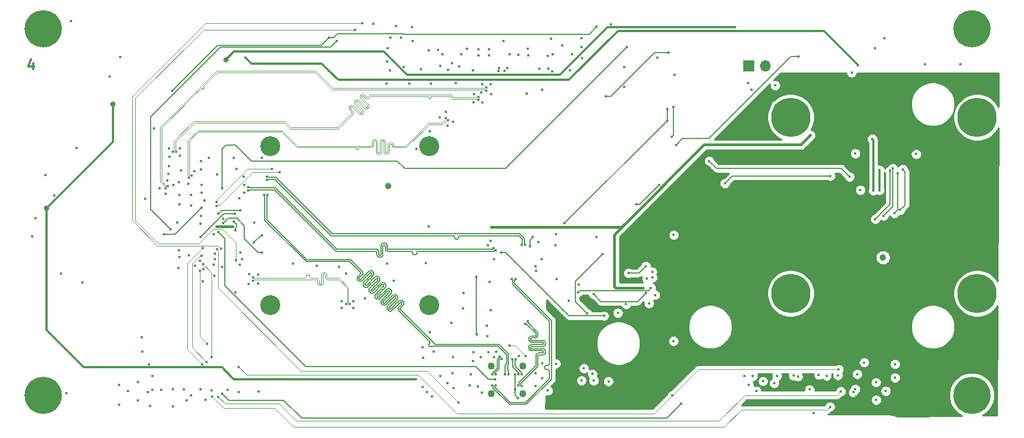
<source format=gbr>
G04 #@! TF.GenerationSoftware,KiCad,Pcbnew,(5.1.9)-1*
G04 #@! TF.CreationDate,2021-07-05T20:40:17-04:00*
G04 #@! TF.ProjectId,DepthABC,44657074-6841-4424-932e-6b696361645f,rev?*
G04 #@! TF.SameCoordinates,Original*
G04 #@! TF.FileFunction,Copper,L4,Bot*
G04 #@! TF.FilePolarity,Positive*
%FSLAX46Y46*%
G04 Gerber Fmt 4.6, Leading zero omitted, Abs format (unit mm)*
G04 Created by KiCad (PCBNEW (5.1.9)-1) date 2021-07-05 20:40:17*
%MOMM*%
%LPD*%
G01*
G04 APERTURE LIST*
G04 #@! TA.AperFunction,NonConductor*
%ADD10C,0.300000*%
G04 #@! TD*
G04 #@! TA.AperFunction,ComponentPad*
%ADD11C,1.100000*%
G04 #@! TD*
G04 #@! TA.AperFunction,ComponentPad*
%ADD12O,1.700000X1.700000*%
G04 #@! TD*
G04 #@! TA.AperFunction,ComponentPad*
%ADD13R,1.700000X1.700000*%
G04 #@! TD*
G04 #@! TA.AperFunction,ComponentPad*
%ADD14C,6.000000*%
G04 #@! TD*
G04 #@! TA.AperFunction,ComponentPad*
%ADD15C,5.700000*%
G04 #@! TD*
G04 #@! TA.AperFunction,ComponentPad*
%ADD16C,3.050000*%
G04 #@! TD*
G04 #@! TA.AperFunction,SMDPad,CuDef*
%ADD17C,1.000000*%
G04 #@! TD*
G04 #@! TA.AperFunction,ViaPad*
%ADD18C,0.400000*%
G04 #@! TD*
G04 #@! TA.AperFunction,ViaPad*
%ADD19C,0.800000*%
G04 #@! TD*
G04 #@! TA.AperFunction,Conductor*
%ADD20C,0.300000*%
G04 #@! TD*
G04 #@! TA.AperFunction,Conductor*
%ADD21C,0.200000*%
G04 #@! TD*
G04 #@! TA.AperFunction,Conductor*
%ADD22C,0.175000*%
G04 #@! TD*
G04 #@! TA.AperFunction,Conductor*
%ADD23C,0.126000*%
G04 #@! TD*
G04 #@! TA.AperFunction,Conductor*
%ADD24C,0.150000*%
G04 #@! TD*
G04 #@! TA.AperFunction,Conductor*
%ADD25C,0.100000*%
G04 #@! TD*
G04 #@! TA.AperFunction,Conductor*
%ADD26C,0.400000*%
G04 #@! TD*
G04 #@! TA.AperFunction,Conductor*
%ADD27C,0.254000*%
G04 #@! TD*
G04 APERTURE END LIST*
D10*
X115933714Y-113961071D02*
X115933714Y-114961071D01*
X115576571Y-113389642D02*
X115219428Y-114461071D01*
X116148000Y-114461071D01*
D11*
G04 #@! TO.P,J5,10*
G04 #@! TO.N,GND*
X185955500Y-160265500D03*
G04 #@! TO.P,J5,9*
X190755500Y-160265500D03*
G04 #@! TO.P,J5,8*
X185955500Y-164565500D03*
G04 #@! TO.P,J5,7*
X190755500Y-164565500D03*
G04 #@! TD*
D12*
G04 #@! TO.P,J2,2*
G04 #@! TO.N,+5V*
X227916000Y-114447600D03*
D13*
G04 #@! TO.P,J2,1*
G04 #@! TO.N,GND*
X225376000Y-114447600D03*
G04 #@! TD*
D14*
G04 #@! TO.P,H12,1*
G04 #@! TO.N,GND*
X260252300Y-149210200D03*
G04 #@! TD*
G04 #@! TO.P,H11,1*
G04 #@! TO.N,GND*
X260252700Y-122280800D03*
G04 #@! TD*
G04 #@! TO.P,H10,1*
G04 #@! TO.N,GND*
X231757500Y-149207500D03*
G04 #@! TD*
G04 #@! TO.P,H9,1*
G04 #@! TO.N,GND*
X231757500Y-122283500D03*
G04 #@! TD*
D15*
G04 #@! TO.P,H4,1*
G04 #@! TO.N,GND*
X259457900Y-108767500D03*
G04 #@! TD*
G04 #@! TO.P,H3,1*
G04 #@! TO.N,GND*
X259454672Y-164766700D03*
G04 #@! TD*
G04 #@! TO.P,H2,1*
G04 #@! TO.N,GND*
X117448500Y-108767500D03*
G04 #@! TD*
G04 #@! TO.P,H1,1*
G04 #@! TO.N,GND*
X117448500Y-164766700D03*
G04 #@! TD*
D16*
G04 #@! TO.P,H8,1*
G04 #@! TO.N,GND*
X176481000Y-126665000D03*
G04 #@! TD*
G04 #@! TO.P,H7,1*
G04 #@! TO.N,GND*
X152224000Y-150985500D03*
G04 #@! TD*
G04 #@! TO.P,H6,1*
G04 #@! TO.N,GND*
X152224000Y-126665000D03*
G04 #@! TD*
G04 #@! TO.P,H5,1*
G04 #@! TO.N,GND*
X176463220Y-150985500D03*
G04 #@! TD*
D17*
G04 #@! TO.P,FID4,*
G04 #@! TO.N,*
X245848400Y-143708400D03*
G04 #@! TD*
G04 #@! TO.P,FID1,*
G04 #@! TO.N,*
X170258000Y-132786400D03*
G04 #@! TD*
D18*
G04 #@! TO.N,+3V3*
X116321100Y-137726700D03*
X241759000Y-164955500D03*
X181497500Y-115806500D03*
X206081020Y-163332882D03*
X174474400Y-162352002D03*
X146077200Y-161793200D03*
X233770700Y-117457500D03*
D19*
X145391400Y-113457000D03*
X117959400Y-136151900D03*
X128132100Y-120226100D03*
D18*
X223194880Y-108458000D03*
X236545120Y-165790880D03*
X235529120Y-165790880D03*
X240207800Y-166806880D03*
X241945160Y-166634160D03*
X243850160Y-166603680D03*
X245541800Y-166669720D03*
X247650000Y-165201600D03*
X245623080Y-159918400D03*
X225806000Y-159948880D03*
X229265480Y-159832040D03*
X234787440Y-159918400D03*
X244805200Y-116382800D03*
G04 #@! TO.N,VBUS*
X186577500Y-162352000D03*
X203024000Y-143175000D03*
X189605500Y-163832500D03*
X190070000Y-165209500D03*
X189605500Y-161585500D03*
X200599254Y-152261490D03*
X144248400Y-139796800D03*
X203890370Y-162646870D03*
G04 #@! TO.N,/USBC&POWER/TXB_P*
X190628800Y-163317200D03*
X191523848Y-153481352D03*
G04 #@! TO.N,/USBC&POWER/TXB_N*
X190120800Y-163266400D03*
X191156152Y-153849048D03*
G04 #@! TO.N,/USBC&POWER/TXC_P*
X187586848Y-159233848D03*
X186605500Y-161585500D03*
G04 #@! TO.N,/USBC&POWER/TXC_N*
X187219152Y-158866152D03*
X186105500Y-161585500D03*
G04 #@! TO.N,MIPI_RX4_D1_N*
X179358537Y-122726697D03*
X140125697Y-131207263D03*
G04 #@! TO.N,MIPI_RX4_D1_P*
X179004983Y-122373143D03*
X139772143Y-131560817D03*
G04 #@! TO.N,MIPI_RX4_C_N*
X184007760Y-119619840D03*
X137816400Y-127518160D03*
G04 #@! TO.N,I2C1_SCL*
X153621000Y-130665500D03*
X143933225Y-135836151D03*
G04 #@! TO.N,MIPI_RX4_C_P*
X184007760Y-119119840D03*
X137316400Y-127518160D03*
G04 #@! TO.N,I2C2_SCL*
X144223000Y-165019000D03*
X143207000Y-158986500D03*
X239409500Y-164193500D03*
X141901685Y-144768933D03*
G04 #@! TO.N,CAM_B_PWDN_N*
X141861853Y-142268010D03*
X141810000Y-160047510D03*
G04 #@! TO.N,I2C2_SDA*
X142572000Y-156954500D03*
X141429000Y-145778500D03*
X239092000Y-160828000D03*
X147385300Y-160447000D03*
X213658220Y-164798780D03*
G04 #@! TO.N,CAM_B_CLK_OUT*
X142445000Y-159685000D03*
X143334000Y-164955500D03*
X141682934Y-143426110D03*
X237758500Y-166543000D03*
G04 #@! TO.N,/CAMERA_FFC_DUAL/STROBE1*
X215025500Y-166035000D03*
X144794500Y-164511000D03*
G04 #@! TO.N,CAM_B_D_PWM*
X144032500Y-142476500D03*
X180983150Y-165901650D03*
G04 #@! TO.N,MIPI_RX3_D0_N*
X164285000Y-150858500D03*
X149557000Y-146735000D03*
G04 #@! TO.N,MIPI_RX3_D0_P*
X163785000Y-150858500D03*
X149557000Y-147235000D03*
G04 #@! TO.N,COM_AUX_IO2*
X144985000Y-137777500D03*
X138254000Y-142603500D03*
G04 #@! TO.N,Net-(R17-Pad2)*
X191871600Y-142036800D03*
X192328800Y-140614400D03*
G04 #@! TO.N,/USBC&POWER/CC1*
X201627000Y-149334500D03*
X209628000Y-149144000D03*
G04 #@! TO.N,/USBC&POWER/CC2*
X210390000Y-148382000D03*
X199277510Y-149017000D03*
X191187600Y-158796000D03*
X188793650Y-157214850D03*
G04 #@! TO.N,/USBC&POWER/RXB_P*
X190605500Y-161585500D03*
X189695000Y-159304000D03*
G04 #@! TO.N,/USBC&POWER/RXB_N*
X190105500Y-161585500D03*
X189175000Y-159304000D03*
G04 #@! TO.N,/USBC&POWER/RXC_P*
X189664900Y-146985000D03*
X186105500Y-163245500D03*
G04 #@! TO.N,/USBC&POWER/RXC_N*
X189144900Y-146985000D03*
X186605500Y-163245500D03*
G04 #@! TO.N,USB_TX_N*
X148795000Y-133461120D03*
X186683348Y-142614348D03*
G04 #@! TO.N,USB_TX_P*
X148795000Y-132941120D03*
X186315652Y-142246652D03*
G04 #@! TO.N,USB_D_N*
X151265500Y-134158000D03*
X188105500Y-161585500D03*
G04 #@! TO.N,USB_D_P*
X151785500Y-134158000D03*
X188605500Y-161585500D03*
G04 #@! TO.N,/SoM_BW1099/AUX_IO_IRQ*
X136920500Y-139428500D03*
X162384000Y-110599500D03*
G04 #@! TO.N,_RST*
X137238000Y-118219500D03*
X161177500Y-110111500D03*
X202071500Y-108440500D03*
G04 #@! TO.N,SPI_CS_1*
X232996000Y-112949000D03*
X214250800Y-126487200D03*
G04 #@! TO.N,SPI_SIO0*
X211596500Y-132634000D03*
X208188607Y-135575047D03*
G04 #@! TO.N,SPI_SIO2*
X149684000Y-141460498D03*
X150954000Y-140311510D03*
G04 #@! TO.N,I2C3_SCL*
X144667500Y-142349500D03*
X166222680Y-107909360D03*
G04 #@! TO.N,I2C3_SDA*
X165114500Y-108885000D03*
X146953500Y-144176130D03*
G04 #@! TO.N,I2C1_SDA*
X143943755Y-135212255D03*
X152478000Y-130195600D03*
G04 #@! TO.N,/SoM_BW1099/2485_PGOOD*
X141683000Y-136063000D03*
X135904500Y-140127000D03*
G04 #@! TO.N,/USBC&POWER/P1.03*
X219280000Y-128951000D03*
X240743000Y-131364000D03*
G04 #@! TO.N,/USBC&POWER/P1.15*
X248490000Y-136444000D03*
X248871000Y-130221000D03*
G04 #@! TO.N,/USBC&POWER/P1.11*
X247601000Y-136952000D03*
X248109000Y-130856000D03*
G04 #@! TO.N,/USBC&POWER/P0.31*
X221693000Y-132380000D03*
X237822000Y-131237000D03*
G04 #@! TO.N,1V8*
X161177500Y-115151500D03*
X148414000Y-113126800D03*
X241985060Y-114297740D03*
X236046727Y-109057999D03*
G04 #@! TO.N,/USBC&POWER/P0.30*
X245950000Y-137333000D03*
X247352990Y-130088920D03*
G04 #@! TO.N,/USBC&POWER/SCLK*
X246917740Y-130447060D03*
X244680000Y-137841000D03*
G04 #@! TO.N,USB_RX_P*
X151716000Y-131358000D03*
X191125000Y-141732000D03*
G04 #@! TO.N,USB_RX_N*
X151716000Y-131878000D03*
X190605000Y-141732000D03*
G04 #@! TO.N,+5V*
X229376500Y-117394000D03*
X127649500Y-115997000D03*
X123522000Y-147493000D03*
X115813100Y-140520700D03*
X117807000Y-131135400D03*
X141492500Y-138539500D03*
X241060500Y-115425500D03*
X209183500Y-148382000D03*
X204738496Y-148128000D03*
X186006000Y-139085600D03*
X146466480Y-139001120D03*
X143994400Y-138933200D03*
X234774000Y-125014000D03*
X176401120Y-139001120D03*
G04 #@! TO.N,MIPI_RX5_D2_N*
X136500377Y-132762023D03*
X185244000Y-118202800D03*
G04 #@! TO.N,MIPI_RX5_D2_P*
X136146823Y-133115577D03*
X185244000Y-117702800D03*
G04 #@! TO.N,SD_HST0_D3*
X144863990Y-133142000D03*
X206707000Y-111552000D03*
G04 #@! TO.N,SD_HST0_D1*
X203468500Y-119101790D03*
X213095840Y-112405160D03*
G04 #@! TO.N,SD_HST0_D0*
X213819000Y-120696000D03*
X213559010Y-125272089D03*
G04 #@! TO.N,SD_HST0_CD*
X147588500Y-136507500D03*
X144228990Y-137061897D03*
G04 #@! TO.N,SD_HST0_CLK*
X212898250Y-121045250D03*
X150954000Y-142976130D03*
X197182000Y-138483990D03*
X212898250Y-122767740D03*
X145029810Y-138433190D03*
G04 #@! TO.N,SD_HST0_CMD*
X141492500Y-140571500D03*
X146784531Y-137008990D03*
G04 #@! TO.N,/USBC&POWER/DIR*
X203214500Y-152636500D03*
X187502800Y-142951200D03*
G04 #@! TO.N,GND*
X184444640Y-118450360D03*
X150293600Y-146299200D03*
X186710320Y-158140400D03*
X190222400Y-158745200D03*
X136730000Y-127046000D03*
X138355600Y-127046000D03*
X138355600Y-128163600D03*
X136780800Y-128265200D03*
X136730000Y-129738400D03*
X136628400Y-130906800D03*
X138558800Y-130398800D03*
X136476000Y-131922800D03*
X135256800Y-133142000D03*
X136222000Y-134005600D03*
X137390400Y-132583200D03*
X183313600Y-118765600D03*
X184634400Y-120035600D03*
X183262800Y-120035600D03*
X185968640Y-118729760D03*
X184583600Y-117241600D03*
X185904400Y-117190800D03*
X163146000Y-150414000D03*
X163146000Y-151379200D03*
X164924000Y-150414000D03*
X164924000Y-151379200D03*
X257697500Y-107615000D03*
X229489000Y-120446800D03*
X176608000Y-124442500D03*
X174576000Y-127109500D03*
X150954000Y-128443000D03*
X140095500Y-164765000D03*
X143207000Y-164066500D03*
X121045500Y-164447500D03*
X146572500Y-128506500D03*
X147017000Y-130157500D03*
X201436500Y-161526500D03*
X138000000Y-138412500D03*
X179846500Y-153716000D03*
X241314500Y-164320500D03*
X229630500Y-161844000D03*
X232170500Y-161780500D03*
X236044000Y-161653500D03*
X238965000Y-161717000D03*
X206580000Y-150858500D03*
X261888500Y-164257000D03*
X133047000Y-134729500D03*
X183148500Y-115108000D03*
X185625000Y-111869500D03*
X191594000Y-111806000D03*
X195277000Y-115235000D03*
X146890000Y-149017000D03*
X148985500Y-146223000D03*
X148922000Y-147747000D03*
X147525000Y-144826000D03*
X147842500Y-143937000D03*
X146826500Y-139555500D03*
X146636000Y-138222000D03*
X147461500Y-134666000D03*
X148223500Y-133777000D03*
X148223500Y-132634000D03*
X148160000Y-131364000D03*
X141619500Y-128951000D03*
X141619500Y-130284500D03*
X144032500Y-131046500D03*
X141683000Y-132634000D03*
X141683000Y-133840500D03*
X141619500Y-137333000D03*
X143651500Y-146540500D03*
X143588000Y-140127000D03*
X141429000Y-144191000D03*
X147652000Y-142976130D03*
X149747500Y-138412500D03*
X145704560Y-163977320D03*
X143700221Y-143102566D03*
X244620060Y-111732800D03*
X205335510Y-152185090D03*
X258226560Y-120512840D03*
X206326000Y-117648000D03*
X211406000Y-113139500D03*
X121680500Y-107551500D03*
X139778000Y-143365500D03*
X122556800Y-126944400D03*
X120169200Y-146197600D03*
X134393200Y-123998000D03*
X129243550Y-113057150D03*
X150293600Y-147721600D03*
X186361600Y-158948400D03*
X245337860Y-133426480D03*
X245325920Y-130337076D03*
X242394000Y-133396000D03*
X119148889Y-134255289D03*
X250928400Y-127909600D03*
X241632000Y-127808000D03*
X204294000Y-108038470D03*
X140573760Y-130469640D03*
X139669520Y-132476240D03*
X179019200Y-121462800D03*
X178125120Y-122321320D03*
X179263040Y-123535440D03*
X180126640Y-122986800D03*
X141869160Y-147380960D03*
X141955520Y-145455640D03*
X155676600Y-144602200D03*
X159318960Y-144983200D03*
X162722560Y-145186400D03*
X170022520Y-144602200D03*
X175940720Y-144546320D03*
X171028360Y-147279360D03*
X163814760Y-146161760D03*
X166629080Y-150017480D03*
X181747160Y-149103080D03*
X181676040Y-151465280D03*
X176545240Y-155112720D03*
X177144680Y-158079440D03*
X175483520Y-157454600D03*
X175539400Y-159034480D03*
X183255920Y-158211520D03*
X185577480Y-158175960D03*
X184368440Y-158993840D03*
X183189880Y-159547560D03*
X182798720Y-161610040D03*
X182697120Y-163276280D03*
X184566560Y-164338000D03*
X183951880Y-163433760D03*
X192760600Y-163377880D03*
X192750440Y-161371280D03*
X194624960Y-164068760D03*
X193781680Y-162173920D03*
X193781680Y-159908240D03*
X195849240Y-159938720D03*
X200131680Y-160665160D03*
X201635380Y-162529500D03*
X199771000Y-162519360D03*
X213837520Y-156489400D03*
X210093560Y-150733760D03*
X211028280Y-149438360D03*
X209765900Y-146954240D03*
X210586320Y-145917920D03*
X210621880Y-146776440D03*
X199379840Y-147868640D03*
X197860920Y-150312120D03*
X195976240Y-147040600D03*
X192867280Y-145785840D03*
X193662070Y-143964430D03*
X195778120Y-141848840D03*
X202026520Y-140563600D03*
X213862920Y-140263880D03*
X193192400Y-141376400D03*
X185872120Y-141137640D03*
X185420000Y-141884400D03*
X206324200Y-114584480D03*
X213954360Y-115783360D03*
X225292920Y-117038120D03*
X225785680Y-118094760D03*
X246115840Y-110220760D03*
X227517960Y-162631120D03*
X234624880Y-163896040D03*
X237246160Y-161808160D03*
X232849860Y-161911860D03*
X241611500Y-163833460D03*
X241924840Y-161549080D03*
X244795400Y-162798400D03*
X244819700Y-165481740D03*
X246280340Y-164122700D03*
X226483580Y-164122700D03*
X229232180Y-162923500D03*
X247700800Y-162092640D03*
X247700800Y-160020000D03*
X242976400Y-159766000D03*
X225973640Y-161858960D03*
X224657920Y-161843720D03*
X225333560Y-163174680D03*
X235224320Y-167528240D03*
X187096400Y-115189000D03*
X187995560Y-115199160D03*
X188737240Y-112679480D03*
X190113920Y-112725200D03*
X187138520Y-114735400D03*
X188455300Y-114739420D03*
X191638520Y-112790640D03*
X185638520Y-112831800D03*
X184038970Y-112831150D03*
X184043320Y-111841280D03*
X182285640Y-111831120D03*
X181424300Y-112631500D03*
X179930320Y-113957840D03*
X178508380Y-112631500D03*
X181071520Y-114487960D03*
X178150520Y-114442240D03*
X176413160Y-112029240D03*
X177815240Y-111963200D03*
X175193960Y-114950240D03*
X179334160Y-115021360D03*
X173944280Y-110576360D03*
X173842680Y-108493560D03*
X173431200Y-117139720D03*
X176702720Y-117094000D03*
X180578760Y-117083840D03*
X191429640Y-118689120D03*
X193735960Y-118043960D03*
X193360390Y-114802570D03*
X194651120Y-114863120D03*
X194638520Y-112927080D03*
X195368900Y-112631500D03*
X198340700Y-112631500D03*
X196846720Y-111311160D03*
X195138040Y-110286800D03*
X199745600Y-110220760D03*
X199796400Y-111521240D03*
X187827920Y-110576360D03*
X199867520Y-113263680D03*
X197972680Y-115122960D03*
X170550840Y-110134400D03*
X171368720Y-108280200D03*
X172166280Y-110109000D03*
X167919400Y-108005880D03*
X170098720Y-111714280D03*
X133673304Y-160047510D03*
X147375600Y-164257000D03*
X142270480Y-165501320D03*
X141505050Y-163877370D03*
X139020369Y-163894951D03*
X137324470Y-163889050D03*
X139364720Y-165577520D03*
X137276840Y-166471600D03*
X135474830Y-163907590D03*
X133476720Y-164257000D03*
X130420780Y-164122700D03*
X131950720Y-162735000D03*
X131950720Y-165549320D03*
X150398480Y-164211000D03*
X129087880Y-166207440D03*
X133786880Y-166415720D03*
X129052320Y-163149280D03*
X134158920Y-161806960D03*
X134158920Y-163965960D03*
X132588000Y-158145480D03*
X132552440Y-155884880D03*
X170515280Y-115133120D03*
X172552360Y-114564160D03*
X170037760Y-113761520D03*
X169986960Y-117144800D03*
X176885600Y-164937440D03*
X176184560Y-164261800D03*
X175483520Y-163560760D03*
X180253640Y-163723320D03*
X179308760Y-162915600D03*
X178150520Y-161864040D03*
X180065680Y-161381440D03*
X180146960Y-158953200D03*
X185348880Y-155696920D03*
X185267600Y-154157680D03*
X185856880Y-151734520D03*
X185729880Y-147467320D03*
X143510400Y-144770240D03*
X143700221Y-143934459D03*
X144810480Y-145115280D03*
X140675360Y-144942560D03*
X138277600Y-143626840D03*
X138160760Y-145323560D03*
X142083100Y-134954700D03*
X140060680Y-135747760D03*
X140101320Y-134137400D03*
X138267440Y-134127240D03*
X138323320Y-135625840D03*
X138231880Y-132176520D03*
X142788640Y-128493520D03*
X192722500Y-145097500D03*
X195834000Y-140157200D03*
X186402982Y-143960810D03*
X252272800Y-114147600D03*
X257657600Y-114147600D03*
G04 #@! TO.N,Net-(R12-Pad1)*
X183720000Y-146667500D03*
X183783500Y-155494000D03*
G04 #@! TO.N,Net-(J8-Pad16)*
X244375200Y-133479820D03*
X244208060Y-125587548D03*
G04 #@! TO.N,Net-(IC1-Pad6)*
X209600800Y-145034000D03*
X206959200Y-146100800D03*
G04 #@! TD*
D20*
G04 #@! TO.N,+3V3*
X174474400Y-162352002D02*
X146636002Y-162352002D01*
X146636002Y-162352002D02*
X146077200Y-161793200D01*
X117959400Y-136151900D02*
X128132100Y-125979200D01*
X128132100Y-125979200D02*
X128132100Y-120226100D01*
X169559500Y-112225100D02*
X146623300Y-112225100D01*
X146623300Y-112225100D02*
X145391400Y-113457000D01*
X173140900Y-115806500D02*
X169559500Y-112225100D01*
X181497500Y-115806500D02*
X173140900Y-115806500D01*
X223164400Y-108488480D02*
X223194880Y-108458000D01*
X181497500Y-115806500D02*
X196445400Y-115806500D01*
X196445400Y-115806500D02*
X203763420Y-108488480D01*
X203763420Y-108488480D02*
X223164400Y-108488480D01*
X144781520Y-160497520D02*
X123623320Y-160497520D01*
X146077200Y-161793200D02*
X144781520Y-160497520D01*
X117959400Y-154833600D02*
X117959400Y-136151900D01*
X123623320Y-160497520D02*
X117959400Y-154833600D01*
X243730500Y-117457500D02*
X244805200Y-116382800D01*
X233770700Y-117457500D02*
X243730500Y-117457500D01*
D21*
G04 #@! TO.N,VBUS*
X189605500Y-164745000D02*
X190070000Y-165209500D01*
X189605500Y-163832500D02*
X189605500Y-164745000D01*
X189605500Y-163832500D02*
X189605500Y-161585500D01*
X203024000Y-143175000D02*
X198813999Y-147385001D01*
X198813999Y-147385001D02*
X198813999Y-150476235D01*
X198813999Y-150476235D02*
X200599254Y-152261490D01*
D22*
X145245501Y-140793901D02*
X144248400Y-139796800D01*
X145245501Y-148071001D02*
X145245501Y-140793901D01*
X157596100Y-160421600D02*
X145245501Y-148071001D01*
X183631100Y-160421600D02*
X157596100Y-160421600D01*
X185561500Y-162352000D02*
X183631100Y-160421600D01*
X186577500Y-162352000D02*
X185561500Y-162352000D01*
G04 #@! TO.N,/USBC&POWER/TXB_P*
X192862400Y-155975844D02*
X192768799Y-156008597D01*
X194241520Y-156866858D02*
X194230418Y-156965399D01*
X192002010Y-156270629D02*
X192022859Y-156303810D01*
X192022859Y-156085589D02*
X192002010Y-156118770D01*
X193897220Y-156380802D02*
X193990821Y-156413555D01*
X192050569Y-156057879D02*
X192022859Y-156085589D01*
X193798679Y-157309700D02*
X192159680Y-157309700D01*
X194074786Y-157213085D02*
X193990821Y-157265844D01*
X194197665Y-157059000D02*
X194144906Y-157142965D01*
X194230418Y-156714000D02*
X194241520Y-156812541D01*
X191984680Y-156194700D02*
X191989067Y-156233641D01*
X193113100Y-160381098D02*
X190496900Y-162997298D01*
X193069244Y-155769000D02*
X193016485Y-155852965D01*
X193113100Y-158774700D02*
X193113100Y-160381098D01*
X193151280Y-158665589D02*
X193130431Y-158698770D01*
X192050569Y-156331520D02*
X192083750Y-156352369D01*
X193178990Y-158637879D02*
X193151280Y-158665589D01*
X193212171Y-158617030D02*
X193178990Y-158637879D01*
X193897220Y-157298597D02*
X193798679Y-157309700D01*
X193249159Y-158604087D02*
X193212171Y-158617030D01*
X194241520Y-156812541D02*
X194241520Y-156866858D01*
X193288100Y-158599700D02*
X193249159Y-158604087D01*
X193798679Y-158599700D02*
X193288100Y-158599700D01*
X193897220Y-158588597D02*
X193798679Y-158599700D01*
X194074786Y-158503085D02*
X193990821Y-158555844D01*
X194144906Y-157142965D02*
X194074786Y-157213085D01*
X194144906Y-158432965D02*
X194074786Y-158503085D01*
X193990821Y-156413555D02*
X194074786Y-156466314D01*
X194197665Y-158349000D02*
X194144906Y-158432965D01*
X194230418Y-158004000D02*
X194241520Y-158102541D01*
X192083750Y-156352369D02*
X192120738Y-156365312D01*
X194197665Y-157910399D02*
X194230418Y-158004000D01*
X194230418Y-156965399D02*
X194197665Y-157059000D01*
X194074786Y-157756314D02*
X194144906Y-157826434D01*
X193113100Y-155576858D02*
X193101997Y-155675399D01*
X193798679Y-156369700D02*
X193897220Y-156380802D01*
X192159680Y-156369700D02*
X193798679Y-156369700D01*
X193990821Y-157703555D02*
X194074786Y-157756314D01*
X193117488Y-158735758D02*
X193113100Y-158774700D01*
X194074786Y-156466314D02*
X194144906Y-156536434D01*
X191989067Y-156233641D02*
X192002010Y-156270629D01*
X191984680Y-157484700D02*
X191989067Y-157523641D01*
X191989067Y-156155758D02*
X191984680Y-156194700D01*
X192083750Y-157327030D02*
X192050569Y-157347879D01*
X192050569Y-157347879D02*
X192022859Y-157375589D01*
X192002010Y-156118770D02*
X191989067Y-156155758D01*
X192159680Y-157659700D02*
X193798679Y-157659700D01*
X191523848Y-153640451D02*
X193113100Y-155229703D01*
X192083750Y-156037030D02*
X192050569Y-156057879D01*
X192120738Y-157655312D02*
X192159680Y-157659700D01*
X191523848Y-153481352D02*
X191523848Y-153640451D01*
X192120738Y-157314087D02*
X192083750Y-157327030D01*
X194241520Y-158102541D02*
X194241520Y-158156858D01*
X192768799Y-156008597D02*
X192670258Y-156019700D01*
X193016485Y-155852965D02*
X192946365Y-155923085D01*
X193113100Y-155229703D02*
X193113100Y-155576858D01*
X192946365Y-155923085D02*
X192862400Y-155975844D01*
X192022859Y-156303810D02*
X192050569Y-156331520D01*
X192002010Y-157408770D02*
X191989067Y-157445758D01*
X193897220Y-157670802D02*
X193990821Y-157703555D01*
X191989067Y-157523641D02*
X192002010Y-157560629D01*
X192670258Y-156019700D02*
X192159680Y-156019700D01*
X192120738Y-156365312D02*
X192159680Y-156369700D01*
X192022859Y-157375589D02*
X192002010Y-157408770D01*
X193101997Y-155675399D02*
X193069244Y-155769000D01*
X190496900Y-163185300D02*
X190628800Y-163317200D01*
X192120738Y-156024087D02*
X192083750Y-156037030D01*
X194230418Y-158255399D02*
X194197665Y-158349000D01*
X193798679Y-157659700D02*
X193897220Y-157670802D01*
X194144906Y-157826434D02*
X194197665Y-157910399D01*
X192159680Y-157309700D02*
X192120738Y-157314087D01*
X194197665Y-156620399D02*
X194230418Y-156714000D01*
X192002010Y-157560629D02*
X192022859Y-157593810D01*
X192050569Y-157621520D02*
X192083750Y-157642369D01*
X193130431Y-158698770D02*
X193117488Y-158735758D01*
X194241520Y-158156858D02*
X194230418Y-158255399D01*
X193990821Y-157265844D02*
X193897220Y-157298597D01*
X194144906Y-156536434D02*
X194197665Y-156620399D01*
X190496900Y-162997298D02*
X190496900Y-163185300D01*
X191989067Y-157445758D02*
X191984680Y-157484700D01*
X193990821Y-158555844D02*
X193897220Y-158588597D01*
X192159680Y-156019700D02*
X192120738Y-156024087D01*
X192022859Y-157593810D02*
X192050569Y-157621520D01*
X192083750Y-157642369D02*
X192120738Y-157655312D01*
G04 #@! TO.N,/USBC&POWER/TXB_N*
X192132521Y-157014700D02*
X192033980Y-157025802D01*
X193771520Y-157014700D02*
X192132521Y-157014700D01*
X193810462Y-157010312D02*
X193771520Y-157014700D01*
X193847450Y-156997369D02*
X193810462Y-157010312D01*
X193880631Y-156976520D02*
X193847450Y-156997369D01*
X193929190Y-156915629D02*
X193908341Y-156948810D01*
X193942133Y-156878641D02*
X193929190Y-156915629D01*
X193929190Y-156763770D02*
X193942133Y-156800758D01*
X193880631Y-156702879D02*
X193908341Y-156730589D01*
X193847450Y-156682030D02*
X193880631Y-156702879D01*
X193810462Y-156669087D02*
X193847450Y-156682030D01*
X192132521Y-156664700D02*
X193771520Y-156664700D01*
X191940379Y-156620844D02*
X192033980Y-156653597D01*
X191856414Y-156568085D02*
X191940379Y-156620844D01*
X191786294Y-156497965D02*
X191856414Y-156568085D01*
X191689680Y-156221858D02*
X191700782Y-156320399D01*
X191733535Y-155975399D02*
X191700782Y-156069000D01*
X191786294Y-155891434D02*
X191733535Y-155975399D01*
X191940379Y-155768555D02*
X191856414Y-155821314D01*
X192643100Y-155724700D02*
X192132521Y-155724700D01*
X192682041Y-155720312D02*
X192643100Y-155724700D01*
X192719029Y-155707369D02*
X192682041Y-155720312D01*
X192752210Y-155686520D02*
X192719029Y-155707369D01*
X192800769Y-155625629D02*
X192779920Y-155658810D01*
X192813712Y-155588641D02*
X192800769Y-155625629D01*
X192818100Y-155549700D02*
X192813712Y-155588641D01*
X192818100Y-155351897D02*
X192818100Y-155549700D01*
X191315251Y-153849048D02*
X192818100Y-155351897D01*
X193908341Y-156948810D02*
X193880631Y-156976520D01*
X191156152Y-153849048D02*
X191315251Y-153849048D01*
X191700782Y-156320399D02*
X191733535Y-156414000D01*
X193942133Y-156800758D02*
X193946520Y-156839700D01*
X193946520Y-156839700D02*
X193942133Y-156878641D01*
X191856414Y-155821314D02*
X191786294Y-155891434D01*
X193771520Y-156664700D02*
X193810462Y-156669087D01*
X192132521Y-155724700D02*
X192033980Y-155735802D01*
X192033980Y-155735802D02*
X191940379Y-155768555D01*
X191700782Y-156069000D02*
X191689680Y-156167541D01*
X191689680Y-156167541D02*
X191689680Y-156221858D01*
X192779920Y-155658810D02*
X192752210Y-155686520D01*
X192033980Y-156653597D02*
X192132521Y-156664700D01*
X191733535Y-156414000D02*
X191786294Y-156497965D01*
X193908341Y-156730589D02*
X193929190Y-156763770D01*
X192033980Y-157025802D02*
X191940379Y-157058555D01*
X191940379Y-157058555D02*
X191856414Y-157111314D01*
X191856414Y-157111314D02*
X191786294Y-157181434D01*
X191786294Y-157181434D02*
X191733535Y-157265399D01*
X191733535Y-157265399D02*
X191700782Y-157359000D01*
X191700782Y-157359000D02*
X191689680Y-157457541D01*
X191689680Y-157457541D02*
X191689680Y-157511858D01*
X191689680Y-157511858D02*
X191700782Y-157610399D01*
X191700782Y-157610399D02*
X191733535Y-157704000D01*
X191733535Y-157704000D02*
X191786294Y-157787965D01*
X191786294Y-157787965D02*
X191856414Y-157858085D01*
X191856414Y-157858085D02*
X191940379Y-157910844D01*
X191940379Y-157910844D02*
X192033980Y-157943597D01*
X192033980Y-157943597D02*
X192132521Y-157954700D01*
X192132521Y-157954700D02*
X193771520Y-157954700D01*
X193771520Y-157954700D02*
X193810462Y-157959087D01*
X193810462Y-157959087D02*
X193847450Y-157972030D01*
X193847450Y-157972030D02*
X193880631Y-157992879D01*
X193880631Y-157992879D02*
X193908341Y-158020589D01*
X193908341Y-158020589D02*
X193929190Y-158053770D01*
X193929190Y-158053770D02*
X193942133Y-158090758D01*
X193942133Y-158090758D02*
X193946520Y-158129700D01*
X193946520Y-158129700D02*
X193942133Y-158168641D01*
X193942133Y-158168641D02*
X193929190Y-158205629D01*
X193929190Y-158205629D02*
X193908341Y-158238810D01*
X190201900Y-163185300D02*
X190120800Y-163266400D01*
X193908341Y-158238810D02*
X193880631Y-158266520D01*
X192818100Y-160258902D02*
X190201900Y-162875102D01*
X193880631Y-158266520D02*
X193847450Y-158287369D01*
X193847450Y-158287369D02*
X193810462Y-158300312D01*
X193810462Y-158300312D02*
X193771520Y-158304700D01*
X193771520Y-158304700D02*
X193260942Y-158304700D01*
X193260942Y-158304700D02*
X193162401Y-158315802D01*
X193162401Y-158315802D02*
X193068800Y-158348555D01*
X193068800Y-158348555D02*
X192984835Y-158401314D01*
X192984835Y-158401314D02*
X192914715Y-158471434D01*
X192914715Y-158471434D02*
X192861956Y-158555399D01*
X192861956Y-158555399D02*
X192829203Y-158649000D01*
X192829203Y-158649000D02*
X192818100Y-158747541D01*
X192818100Y-158747541D02*
X192818100Y-160258902D01*
X190201900Y-162875102D02*
X190201900Y-163185300D01*
G04 #@! TO.N,/USBC&POWER/TXC_P*
X187427749Y-159233848D02*
X187169500Y-159492097D01*
X187586848Y-159233848D02*
X187427749Y-159233848D01*
X187169500Y-159492097D02*
X187169500Y-160762098D01*
X186503000Y-161483000D02*
X186605500Y-161585500D01*
X186503000Y-161428598D02*
X186503000Y-161483000D01*
X187169500Y-160762098D02*
X186503000Y-161428598D01*
G04 #@! TO.N,/USBC&POWER/TXC_N*
X187219152Y-158866152D02*
X187219152Y-159025251D01*
X187219152Y-159025251D02*
X186874500Y-159369903D01*
X186874500Y-159369903D02*
X186874500Y-160639902D01*
X186208000Y-161483000D02*
X186105500Y-161585500D01*
X186208000Y-161306402D02*
X186208000Y-161483000D01*
X186874500Y-160639902D02*
X186208000Y-161306402D01*
D23*
G04 #@! TO.N,MIPI_RX4_D1_N*
X139931950Y-131207263D02*
X140125697Y-131207263D01*
X139838400Y-131113713D02*
X139931950Y-131207263D01*
X139838400Y-125939368D02*
X139838400Y-131113713D01*
X141245408Y-124532360D02*
X139838400Y-125939368D01*
X153897512Y-124532360D02*
X141245408Y-124532360D01*
X156244472Y-126879320D02*
X153897512Y-124532360D01*
X165161640Y-126879320D02*
X156244472Y-126879320D01*
X165195018Y-126883081D02*
X165161640Y-126879320D01*
X165226722Y-126894175D02*
X165195018Y-126883081D01*
X165255163Y-126912046D02*
X165226722Y-126894175D01*
X165278914Y-126935797D02*
X165255163Y-126912046D01*
X169234127Y-125906453D02*
X169204517Y-125936063D01*
X169269583Y-125884174D02*
X169234127Y-125906453D01*
X169350720Y-125865656D02*
X169309108Y-125870344D01*
X169467312Y-125906453D02*
X169431856Y-125884174D01*
X169519201Y-125971519D02*
X169496922Y-125936063D01*
X169431856Y-125884174D02*
X169392331Y-125870344D01*
X170787388Y-126584093D02*
X170787388Y-126452988D01*
X169537720Y-127503849D02*
X169537720Y-126052656D01*
X169547476Y-127590440D02*
X169537720Y-127503849D01*
X169622617Y-127746471D02*
X169576256Y-127672689D01*
X170061175Y-127883228D02*
X169974584Y-127892984D01*
X170143424Y-127854448D02*
X170061175Y-127883228D01*
X170217206Y-127808087D02*
X170143424Y-127854448D01*
X169533031Y-126011044D02*
X169519201Y-125971519D01*
X170278822Y-127746471D02*
X170217206Y-127808087D01*
X170325183Y-127672689D02*
X170278822Y-127746471D01*
X170353963Y-127590440D02*
X170325183Y-127672689D01*
X170363720Y-127503849D02*
X170353963Y-127590440D01*
X170363720Y-126766320D02*
X170363720Y-127503849D01*
X170413388Y-126766320D02*
X170363720Y-126766320D01*
X170794789Y-126649787D02*
X170787388Y-126584093D01*
X169204517Y-125936063D02*
X169182238Y-125971519D01*
X170446269Y-126384709D02*
X170432441Y-126398537D01*
X165368116Y-127162334D02*
X165344365Y-127138583D01*
X170816624Y-126712187D02*
X170794789Y-126649787D01*
X165428261Y-127191299D02*
X165396557Y-127180205D01*
X170851797Y-126768164D02*
X170816624Y-126712187D01*
X165644365Y-126935797D02*
X165626494Y-126964238D01*
X171082614Y-126879320D02*
X171016920Y-126871918D01*
X170954520Y-126850083D02*
X170898543Y-126814910D01*
X169758015Y-127854448D02*
X169684233Y-127808087D01*
X169840264Y-127883228D02*
X169758015Y-127854448D01*
X176475208Y-123374120D02*
X172970008Y-126879320D01*
X165615400Y-126995942D02*
X165611640Y-127029320D01*
X169537720Y-126052656D02*
X169533031Y-126011044D01*
X171016920Y-126871918D02*
X170954520Y-126850083D01*
X179164790Y-122726697D02*
X178517367Y-123374120D01*
X165495018Y-127191299D02*
X165461640Y-127195059D01*
X169576256Y-127672689D02*
X169547476Y-127590440D01*
X172970008Y-126879320D02*
X171082614Y-126879320D01*
X165611640Y-127029320D02*
X165611640Y-127045059D01*
X170719489Y-126367845D02*
X170700056Y-126365656D01*
X165344365Y-127138583D02*
X165326494Y-127110142D01*
X178517367Y-123374120D02*
X176475208Y-123374120D01*
X169309108Y-125870344D02*
X169269583Y-125884174D01*
X170462828Y-126374304D02*
X170446269Y-126384709D01*
X169926855Y-127892984D02*
X169840264Y-127883228D01*
X170898543Y-126814910D02*
X170851797Y-126768164D01*
X165296785Y-126964238D02*
X165278914Y-126935797D01*
X179358537Y-122726697D02*
X179164790Y-122726697D01*
X165555163Y-127162334D02*
X165526722Y-127180205D01*
X170787388Y-126452988D02*
X170785198Y-126433554D01*
X169684233Y-127808087D02*
X169622617Y-127746471D01*
X170785198Y-126433554D02*
X170778739Y-126415096D01*
X165626494Y-126964238D02*
X165615400Y-126995942D01*
X170778739Y-126415096D02*
X170768334Y-126398537D01*
X169496922Y-125936063D02*
X169467312Y-125906453D01*
X170768334Y-126398537D02*
X170754506Y-126384709D01*
X165668116Y-126912046D02*
X165644365Y-126935797D01*
X170754506Y-126384709D02*
X170737947Y-126374304D01*
X170737947Y-126374304D02*
X170719489Y-126367845D01*
X165461640Y-127195059D02*
X165428261Y-127191299D01*
X169392331Y-125870344D02*
X169350720Y-125865656D01*
X170700056Y-126365656D02*
X170500720Y-126365656D01*
X169974584Y-127892984D02*
X169926855Y-127892984D01*
X170432441Y-126398537D02*
X170422036Y-126415096D01*
X165728261Y-126883081D02*
X165696557Y-126894175D01*
X170500720Y-126365656D02*
X170481286Y-126367845D01*
X170422036Y-126415096D02*
X170415577Y-126433554D01*
X170481286Y-126367845D02*
X170462828Y-126374304D01*
X170415577Y-126433554D02*
X170413388Y-126452988D01*
X165611640Y-127045059D02*
X165607879Y-127078438D01*
X170413388Y-126452988D02*
X170413388Y-126766320D01*
X169182238Y-125971519D02*
X169168408Y-126011044D01*
X169168408Y-126011044D02*
X169163720Y-126052656D01*
X169163720Y-126052656D02*
X169163720Y-127503849D01*
X169163720Y-127503849D02*
X169153963Y-127590440D01*
X169153963Y-127590440D02*
X169125183Y-127672689D01*
X169125183Y-127672689D02*
X169078822Y-127746471D01*
X169078822Y-127746471D02*
X169017206Y-127808087D01*
X169017206Y-127808087D02*
X168943424Y-127854448D01*
X168943424Y-127854448D02*
X168861175Y-127883228D01*
X168861175Y-127883228D02*
X168774584Y-127892984D01*
X168774584Y-127892984D02*
X168726855Y-127892984D01*
X168726855Y-127892984D02*
X168640264Y-127883228D01*
X168640264Y-127883228D02*
X168558015Y-127854448D01*
X168558015Y-127854448D02*
X168484233Y-127808087D01*
X168484233Y-127808087D02*
X168422617Y-127746471D01*
X168422617Y-127746471D02*
X168376256Y-127672689D01*
X168376256Y-127672689D02*
X168347476Y-127590440D01*
X168347476Y-127590440D02*
X168337720Y-127503849D01*
X168337720Y-127503849D02*
X168337720Y-126052656D01*
X168337720Y-126052656D02*
X168333031Y-126011044D01*
X168333031Y-126011044D02*
X168319201Y-125971519D01*
X168319201Y-125971519D02*
X168296922Y-125936063D01*
X168296922Y-125936063D02*
X168267312Y-125906453D01*
X168267312Y-125906453D02*
X168231856Y-125884174D01*
X168231856Y-125884174D02*
X168192331Y-125870344D01*
X168192331Y-125870344D02*
X168150720Y-125865656D01*
X168150720Y-125865656D02*
X168109108Y-125870344D01*
X168109108Y-125870344D02*
X168069583Y-125884174D01*
X168069583Y-125884174D02*
X168034127Y-125906453D01*
X168034127Y-125906453D02*
X168004517Y-125936063D01*
X168004517Y-125936063D02*
X167982238Y-125971519D01*
X167982238Y-125971519D02*
X167968408Y-126011044D01*
X167968408Y-126011044D02*
X167963720Y-126052656D01*
X167963720Y-126052656D02*
X167963720Y-126490184D01*
X167963720Y-126490184D02*
X167953963Y-126576775D01*
X167953963Y-126576775D02*
X167925183Y-126659024D01*
X167925183Y-126659024D02*
X167878822Y-126732806D01*
X167878822Y-126732806D02*
X167817206Y-126794422D01*
X167817206Y-126794422D02*
X167743424Y-126840783D01*
X167743424Y-126840783D02*
X167661175Y-126869563D01*
X167661175Y-126869563D02*
X167574584Y-126879320D01*
X167574584Y-126879320D02*
X165761640Y-126879320D01*
X165761640Y-126879320D02*
X165728261Y-126883081D01*
X165696557Y-126894175D02*
X165668116Y-126912046D01*
X165607879Y-127078438D02*
X165596785Y-127110142D01*
X165596785Y-127110142D02*
X165578914Y-127138583D01*
X165578914Y-127138583D02*
X165555163Y-127162334D01*
X165526722Y-127180205D02*
X165495018Y-127191299D01*
X165396557Y-127180205D02*
X165368116Y-127162334D01*
X165326494Y-127110142D02*
X165315400Y-127078438D01*
X165315400Y-127078438D02*
X165311640Y-127045059D01*
X165311640Y-127045059D02*
X165311640Y-127029320D01*
X165311640Y-127029320D02*
X165307879Y-126995942D01*
X165307879Y-126995942D02*
X165296785Y-126964238D01*
G04 #@! TO.N,MIPI_RX4_D1_P*
X169374584Y-125639656D02*
X169326855Y-125639656D01*
X169461175Y-125649412D02*
X169374584Y-125639656D01*
X169617206Y-125724553D02*
X169543424Y-125678192D01*
X169678822Y-125786169D02*
X169617206Y-125724553D01*
X169725183Y-125859951D02*
X169678822Y-125786169D01*
X169753963Y-125942200D02*
X169725183Y-125859951D01*
X169763720Y-126028791D02*
X169753963Y-125942200D01*
X169543424Y-125678192D02*
X169461175Y-125649412D01*
X169763720Y-127479984D02*
X169763720Y-126028791D01*
X169768408Y-127521596D02*
X169763720Y-127479984D01*
X169782238Y-127561121D02*
X169768408Y-127521596D01*
X169804517Y-127596577D02*
X169782238Y-127561121D01*
X169834127Y-127626187D02*
X169804517Y-127596577D01*
X169869583Y-127648466D02*
X169834127Y-127626187D01*
X169909108Y-127662296D02*
X169869583Y-127648466D01*
X169084233Y-125724553D02*
X169022617Y-125786169D01*
X169950720Y-127666984D02*
X169909108Y-127662296D01*
X169992331Y-127662296D02*
X169950720Y-127666984D01*
X170031856Y-127648466D02*
X169992331Y-127662296D01*
X169240264Y-125649412D02*
X169158015Y-125678192D01*
X170067312Y-127626187D02*
X170031856Y-127648466D01*
X170096922Y-127596577D02*
X170067312Y-127626187D01*
X170119201Y-127561121D02*
X170096922Y-127596577D01*
X170137720Y-127479984D02*
X170133031Y-127521596D01*
X170137720Y-126766320D02*
X170137720Y-127479984D01*
X170187388Y-126766320D02*
X170137720Y-126766320D01*
X171015577Y-126585421D02*
X171013388Y-126565988D01*
X170482614Y-126139656D02*
X170416920Y-126147057D01*
X171022036Y-126603879D02*
X171015577Y-126585421D01*
X170194789Y-126369188D02*
X170187388Y-126434882D01*
X171032441Y-126620438D02*
X171022036Y-126603879D01*
X171062828Y-126644671D02*
X171046269Y-126634266D01*
X171100720Y-126653320D02*
X171081286Y-126651130D01*
X171013388Y-126434882D02*
X171005986Y-126369188D01*
X170133031Y-127521596D02*
X170119201Y-127561121D01*
X170984151Y-126306788D02*
X170948978Y-126250811D01*
X169326855Y-125639656D02*
X169240264Y-125649412D01*
X176381592Y-123148120D02*
X172876392Y-126653320D01*
X172876392Y-126653320D02*
X171100720Y-126653320D01*
X178423753Y-123148120D02*
X176381592Y-123148120D01*
X170298543Y-126204065D02*
X170251797Y-126250811D01*
X171046269Y-126634266D02*
X171032441Y-126620438D01*
X170948978Y-126250811D02*
X170902232Y-126204065D01*
X179004983Y-122566890D02*
X178423753Y-123148120D01*
X171081286Y-126651130D02*
X171062828Y-126644671D01*
X167733031Y-126507931D02*
X167719201Y-126547456D01*
X179004983Y-122373143D02*
X179004983Y-122566890D01*
X171005986Y-126369188D02*
X170984151Y-126306788D01*
X170902232Y-126204065D02*
X170846255Y-126168892D01*
X169022617Y-125786169D02*
X168976256Y-125859951D01*
X170251797Y-126250811D02*
X170216624Y-126306788D01*
X171013388Y-126565988D02*
X171013388Y-126434882D01*
X170846255Y-126168892D02*
X170783855Y-126147057D01*
X170783855Y-126147057D02*
X170718161Y-126139656D01*
X170718161Y-126139656D02*
X170482614Y-126139656D01*
X170416920Y-126147057D02*
X170354520Y-126168892D01*
X169158015Y-125678192D02*
X169084233Y-125724553D01*
X170354520Y-126168892D02*
X170298543Y-126204065D01*
X170216624Y-126306788D02*
X170194789Y-126369188D01*
X170187388Y-126434882D02*
X170187388Y-126766320D01*
X168976256Y-125859951D02*
X168947476Y-125942200D01*
X168947476Y-125942200D02*
X168937720Y-126028791D01*
X168937720Y-126028791D02*
X168937720Y-127479984D01*
X168937720Y-127479984D02*
X168933031Y-127521596D01*
X168933031Y-127521596D02*
X168919201Y-127561121D01*
X168919201Y-127561121D02*
X168896922Y-127596577D01*
X168896922Y-127596577D02*
X168867312Y-127626187D01*
X168867312Y-127626187D02*
X168831856Y-127648466D01*
X168831856Y-127648466D02*
X168792331Y-127662296D01*
X168792331Y-127662296D02*
X168750720Y-127666984D01*
X168750720Y-127666984D02*
X168709108Y-127662296D01*
X168709108Y-127662296D02*
X168669583Y-127648466D01*
X168669583Y-127648466D02*
X168634127Y-127626187D01*
X168634127Y-127626187D02*
X168604517Y-127596577D01*
X168604517Y-127596577D02*
X168582238Y-127561121D01*
X168582238Y-127561121D02*
X168568408Y-127521596D01*
X168568408Y-127521596D02*
X168563720Y-127479984D01*
X168563720Y-127479984D02*
X168563720Y-126028791D01*
X168563720Y-126028791D02*
X168553963Y-125942200D01*
X168553963Y-125942200D02*
X168525183Y-125859951D01*
X168525183Y-125859951D02*
X168478822Y-125786169D01*
X168478822Y-125786169D02*
X168417206Y-125724553D01*
X168417206Y-125724553D02*
X168343424Y-125678192D01*
X168343424Y-125678192D02*
X168261175Y-125649412D01*
X168261175Y-125649412D02*
X168174584Y-125639656D01*
X168174584Y-125639656D02*
X168126855Y-125639656D01*
X168126855Y-125639656D02*
X168040264Y-125649412D01*
X168040264Y-125649412D02*
X167958015Y-125678192D01*
X167958015Y-125678192D02*
X167884233Y-125724553D01*
X167884233Y-125724553D02*
X167822617Y-125786169D01*
X167822617Y-125786169D02*
X167776256Y-125859951D01*
X167776256Y-125859951D02*
X167747476Y-125942200D01*
X167747476Y-125942200D02*
X167737720Y-126028791D01*
X167737720Y-126028791D02*
X167737720Y-126466320D01*
X167737720Y-126466320D02*
X167733031Y-126507931D01*
X167719201Y-126547456D02*
X167696922Y-126582912D01*
X167696922Y-126582912D02*
X167667312Y-126612522D01*
X167667312Y-126612522D02*
X167631856Y-126634801D01*
X167631856Y-126634801D02*
X167592331Y-126648631D01*
X167592331Y-126648631D02*
X167550720Y-126653320D01*
X167550720Y-126653320D02*
X156338088Y-126653320D01*
X156338088Y-126653320D02*
X153991128Y-124306360D01*
X153991128Y-124306360D02*
X141151792Y-124306360D01*
X141151792Y-124306360D02*
X139612400Y-125845752D01*
X139612400Y-125845752D02*
X139612400Y-131207327D01*
X139612400Y-131207327D02*
X139772143Y-131367070D01*
X139772143Y-131367070D02*
X139772143Y-131560817D01*
G04 #@! TO.N,MIPI_RX4_C_N*
X137679400Y-125985088D02*
X137679400Y-127381160D01*
X155238632Y-124059920D02*
X154293752Y-123115040D01*
X164742521Y-121837843D02*
X164011590Y-122568778D01*
X164813726Y-121752840D02*
X164759396Y-121820968D01*
X164851535Y-121674331D02*
X164813726Y-121752840D01*
X164851535Y-121417284D02*
X164870925Y-121502238D01*
X164813726Y-121338774D02*
X164851535Y-121417284D01*
X164759396Y-121270646D02*
X164813726Y-121338774D01*
X164464800Y-120976050D02*
X164759396Y-121270646D01*
X164438691Y-120943311D02*
X164464800Y-120976050D01*
X164438691Y-120744332D02*
X164420523Y-120782060D01*
X164464800Y-120711594D02*
X164438691Y-120744332D01*
X164535267Y-120667317D02*
X164497539Y-120685486D01*
X164576091Y-120657999D02*
X164535267Y-120667317D01*
X164617966Y-120657999D02*
X164576091Y-120657999D01*
X164658790Y-120667317D02*
X164617966Y-120657999D01*
X164696518Y-120685486D02*
X164658790Y-120667317D01*
X164729257Y-120711594D02*
X164696518Y-120685486D01*
X165725841Y-121708178D02*
X164729257Y-120711594D01*
X165793968Y-121762510D02*
X165725841Y-121708178D01*
X165872478Y-121800317D02*
X165793968Y-121762510D01*
X165957432Y-121819707D02*
X165872478Y-121800317D01*
X166044570Y-121819708D02*
X165957432Y-121819707D01*
X166129524Y-121800318D02*
X166044570Y-121819708D01*
X166208034Y-121762510D02*
X166129524Y-121800318D01*
X166276163Y-121708178D02*
X166208034Y-121762510D01*
X166309911Y-121674429D02*
X166276163Y-121708178D01*
X166364241Y-121606301D02*
X166309911Y-121674429D01*
X166402050Y-121527791D02*
X166364241Y-121606301D01*
X166421440Y-121442838D02*
X166402050Y-121527791D01*
X166421439Y-121355700D02*
X166421440Y-121442838D01*
X166402049Y-121270745D02*
X166421439Y-121355700D01*
X166364241Y-121192235D02*
X166402049Y-121270745D01*
X166309911Y-121124107D02*
X166364241Y-121192235D01*
X165313326Y-120127524D02*
X166309911Y-121124107D01*
X165287217Y-120094785D02*
X165313326Y-120127524D01*
X165269049Y-120057058D02*
X165287217Y-120094785D01*
X165259731Y-120016233D02*
X165269049Y-120057058D01*
X165259731Y-119974359D02*
X165259731Y-120016233D01*
X165269049Y-119933534D02*
X165259731Y-119974359D01*
X165287217Y-119895806D02*
X165269049Y-119933534D01*
X165313326Y-119863068D02*
X165287217Y-119895806D01*
X165346065Y-119836960D02*
X165313326Y-119863068D01*
X165383793Y-119818791D02*
X165346065Y-119836960D01*
X165424617Y-119809473D02*
X165383793Y-119818791D01*
X165466492Y-119809473D02*
X165424617Y-119809473D01*
X165507316Y-119818791D02*
X165466492Y-119809473D01*
X165545044Y-119836960D02*
X165507316Y-119818791D01*
X165577783Y-119863068D02*
X165545044Y-119836960D01*
X166574367Y-120859652D02*
X165577783Y-119863068D01*
X166642494Y-120913984D02*
X166574367Y-120859652D01*
X166721004Y-120951791D02*
X166642494Y-120913984D01*
X166805958Y-120971181D02*
X166721004Y-120951791D01*
X166893096Y-120971182D02*
X166805958Y-120971181D01*
X166978050Y-120951792D02*
X166893096Y-120971182D01*
X167056560Y-120913984D02*
X166978050Y-120951792D01*
X167124689Y-120859652D02*
X167056560Y-120913984D01*
X167158437Y-120825903D02*
X167124689Y-120859652D01*
X167212767Y-120757775D02*
X167158437Y-120825903D01*
X167250576Y-120679265D02*
X167212767Y-120757775D01*
X167269966Y-120594312D02*
X167250576Y-120679265D01*
X167269965Y-120507174D02*
X167269966Y-120594312D01*
X167250575Y-120422219D02*
X167269965Y-120507174D01*
X167212767Y-120343709D02*
X167250575Y-120422219D01*
X167158437Y-120275581D02*
X167212767Y-120343709D01*
X167141561Y-120258708D02*
X167158437Y-120275581D01*
X166731612Y-119848756D02*
X167141561Y-120258708D01*
X166651707Y-119768854D02*
X166731612Y-119848756D01*
X166651706Y-119768850D02*
X166651707Y-119768854D01*
X166161853Y-119278997D02*
X166651706Y-119768850D01*
X166135744Y-119246258D02*
X166161853Y-119278997D01*
X166117576Y-119208531D02*
X166135744Y-119246258D01*
X166108258Y-119167706D02*
X166117576Y-119208531D01*
X166108258Y-119125832D02*
X166108258Y-119167706D01*
X166117576Y-119085007D02*
X166108258Y-119125832D01*
X166135744Y-119047279D02*
X166117576Y-119085007D01*
X166161853Y-119014541D02*
X166135744Y-119047279D01*
X166194592Y-118988432D02*
X166161853Y-119014541D01*
X166232320Y-118970264D02*
X166194592Y-118988432D01*
X166273144Y-118960946D02*
X166232320Y-118970264D01*
X166315019Y-118960946D02*
X166273144Y-118960946D01*
X166355843Y-118970264D02*
X166315019Y-118960946D01*
X166393571Y-118988432D02*
X166355843Y-118970264D01*
X166426310Y-119014541D02*
X166393571Y-118988432D01*
X166704032Y-119292263D02*
X166426310Y-119014541D01*
X166720906Y-119309138D02*
X166704032Y-119292263D01*
X166789034Y-119363468D02*
X166720906Y-119309138D01*
X166867544Y-119401276D02*
X166789034Y-119363468D01*
X166952498Y-119420667D02*
X166867544Y-119401276D01*
X167039637Y-119420667D02*
X166952498Y-119420667D01*
X167124591Y-119401276D02*
X167039637Y-119420667D01*
X167203101Y-119363468D02*
X167124591Y-119401276D01*
X167271228Y-119309138D02*
X167203101Y-119363468D01*
X167493768Y-119086600D02*
X167271228Y-119309138D01*
X176220800Y-119086600D02*
X167493768Y-119086600D01*
X176254178Y-119090361D02*
X176220800Y-119086600D01*
X176285882Y-119101455D02*
X176254178Y-119090361D01*
X176314323Y-119119326D02*
X176285882Y-119101455D01*
X176338074Y-119143077D02*
X176314323Y-119119326D01*
X176355945Y-119171518D02*
X176338074Y-119143077D01*
X176367039Y-119203222D02*
X176355945Y-119171518D01*
X176370800Y-119236600D02*
X176367039Y-119203222D01*
X176370800Y-119253588D02*
X176370800Y-119236600D01*
X176374560Y-119286967D02*
X176370800Y-119253588D01*
X176385654Y-119318671D02*
X176374560Y-119286967D01*
X176403525Y-119347112D02*
X176385654Y-119318671D01*
X176427276Y-119370863D02*
X176403525Y-119347112D01*
X176455717Y-119388734D02*
X176427276Y-119370863D01*
X176487421Y-119399828D02*
X176455717Y-119388734D01*
X176520800Y-119403588D02*
X176487421Y-119399828D01*
X176554178Y-119399828D02*
X176520800Y-119403588D01*
X176585882Y-119388734D02*
X176554178Y-119399828D01*
X176614323Y-119370863D02*
X176585882Y-119388734D01*
X176638074Y-119347112D02*
X176614323Y-119370863D01*
X164420523Y-120905584D02*
X164438691Y-120943311D01*
X137679400Y-127381160D02*
X137816400Y-127518160D01*
X164497539Y-120685486D02*
X164464800Y-120711594D01*
X164011590Y-122568778D02*
X162520448Y-124059920D01*
X176727276Y-119119326D02*
X176703525Y-119143077D01*
X176670800Y-119236600D02*
X176670800Y-119253588D01*
X140549448Y-123115040D02*
X137679400Y-125985088D01*
X164870925Y-121502238D02*
X164870925Y-121589377D01*
X164870925Y-121589377D02*
X164851535Y-121674331D01*
X164411205Y-120864759D02*
X164420523Y-120905584D01*
X176755717Y-119101455D02*
X176727276Y-119119326D01*
X164420523Y-120782060D02*
X164411205Y-120822885D01*
X184007760Y-119619840D02*
X183870760Y-119482840D01*
X164759396Y-121820968D02*
X164742521Y-121837843D01*
X176820800Y-119086600D02*
X176787421Y-119090361D01*
X164411205Y-120822885D02*
X164411205Y-120864759D01*
X176655945Y-119318671D02*
X176638074Y-119347112D01*
X154293752Y-123115040D02*
X140549448Y-123115040D01*
X162520448Y-124059920D02*
X155238632Y-124059920D01*
X183870760Y-119482840D02*
X180054432Y-119482840D01*
X180054432Y-119482840D02*
X179658192Y-119086600D01*
X179658192Y-119086600D02*
X176820800Y-119086600D01*
X176787421Y-119090361D02*
X176755717Y-119101455D01*
X176703525Y-119143077D02*
X176685654Y-119171518D01*
X176685654Y-119171518D02*
X176674560Y-119203222D01*
X176674560Y-119203222D02*
X176670800Y-119236600D01*
X176670800Y-119253588D02*
X176667039Y-119286967D01*
X176667039Y-119286967D02*
X176655945Y-119318671D01*
G04 #@! TO.N,I2C1_SCL*
X144032500Y-135809000D02*
X144005349Y-135836151D01*
X153621000Y-130665500D02*
X149453122Y-130665500D01*
X144133224Y-135636152D02*
X143933225Y-135836151D01*
X144482470Y-135636152D02*
X144133224Y-135636152D01*
X149453122Y-130665500D02*
X144482470Y-135636152D01*
X144005349Y-135836151D02*
X143933225Y-135836151D01*
G04 #@! TO.N,MIPI_RX4_C_P*
X165082313Y-119788263D02*
X165044505Y-119866773D01*
X165401985Y-119574857D02*
X165317031Y-119594248D01*
X165720716Y-119686386D02*
X165652588Y-119632056D01*
X165652588Y-119632056D02*
X165574078Y-119594248D01*
X166750038Y-120709080D02*
X166717299Y-120682971D01*
X167057829Y-119176733D02*
X167017005Y-119186051D01*
X166787766Y-120727247D02*
X166750038Y-120709080D01*
X167035350Y-120571680D02*
X167026032Y-120612504D01*
X167035351Y-120529804D02*
X167035350Y-120571680D01*
X162426832Y-123833920D02*
X155332248Y-123833920D01*
X165574078Y-119594248D02*
X165489124Y-119574857D01*
X167026033Y-120488980D02*
X167035351Y-120529804D01*
X165317031Y-119594248D02*
X165238522Y-119632056D01*
X167007863Y-120451253D02*
X167026033Y-120488980D01*
X166981756Y-120418513D02*
X167007863Y-120451253D01*
X166571804Y-120008564D02*
X166981756Y-120418513D01*
X166491902Y-119928659D02*
X166571804Y-120008564D01*
X166491898Y-119928658D02*
X166491902Y-119928659D01*
X166717299Y-120682971D02*
X165720716Y-119686386D01*
X166863839Y-119132456D02*
X166569242Y-118837859D01*
X183870760Y-119256840D02*
X180148048Y-119256840D01*
X166896578Y-119158564D02*
X166863839Y-119132456D01*
X166934306Y-119176733D02*
X166896578Y-119158564D01*
X165025115Y-119951727D02*
X165025115Y-120038866D01*
X166018920Y-118837859D02*
X165985170Y-118871608D01*
X165136644Y-119720135D02*
X165082313Y-119788263D01*
X166975130Y-119186051D02*
X166934306Y-119176733D01*
X167017005Y-119186051D02*
X166975130Y-119186051D01*
X166911290Y-120727247D02*
X166870464Y-120736566D01*
X167095557Y-119158564D02*
X167057829Y-119176733D01*
X155332248Y-123833920D02*
X154387368Y-122889040D01*
X167128296Y-119132456D02*
X167095557Y-119158564D01*
X166087048Y-118783529D02*
X166018920Y-118837859D01*
X165985170Y-119421930D02*
X166491898Y-119928658D01*
X167400152Y-118860600D02*
X167128296Y-119132456D01*
X166981755Y-120682971D02*
X166949018Y-120709079D01*
X166250511Y-118726330D02*
X166165557Y-118745720D01*
X179751808Y-118860600D02*
X167400152Y-118860600D01*
X137453400Y-127381160D02*
X137316400Y-127518160D01*
X166828590Y-120736566D02*
X166787766Y-120727247D01*
X165873641Y-119103200D02*
X165873641Y-119190339D01*
X154387368Y-122889040D02*
X140455832Y-122889040D01*
X180148048Y-119256840D02*
X179751808Y-118860600D01*
X167026032Y-120612504D02*
X167007864Y-120650231D01*
X166165557Y-118745720D02*
X166087048Y-118783529D01*
X165170394Y-119686386D02*
X165136644Y-119720135D01*
X184007760Y-119119840D02*
X183870760Y-119256840D01*
X166870464Y-120736566D02*
X166828590Y-120736566D01*
X166569242Y-118837859D02*
X166501114Y-118783529D01*
X165489124Y-119574857D02*
X165401985Y-119574857D01*
X165893031Y-119018246D02*
X165873641Y-119103200D01*
X167007864Y-120650231D02*
X166981755Y-120682971D01*
X166501114Y-118783529D02*
X166422604Y-118745720D01*
X165238522Y-119632056D02*
X165170394Y-119686386D01*
X166422604Y-118745720D02*
X166337650Y-118726330D01*
X164608823Y-121645297D02*
X164582714Y-121678036D01*
X165044505Y-119866773D02*
X165025115Y-119951727D01*
X165873641Y-119190339D02*
X165893031Y-119275293D01*
X166337650Y-118726330D02*
X166250511Y-118726330D01*
X165893031Y-119275293D02*
X165930839Y-119353802D01*
X165985170Y-118871608D02*
X165930839Y-118939736D01*
X163851782Y-122408970D02*
X162426832Y-123833920D01*
X166949018Y-120709079D02*
X166911290Y-120727247D01*
X165930839Y-118939736D02*
X165893031Y-119018246D01*
X165930839Y-119353802D02*
X165985170Y-119421930D01*
X140455832Y-122889040D02*
X137453400Y-125891472D01*
X165025115Y-120038866D02*
X165044505Y-120123820D01*
X165044505Y-120123820D02*
X165082313Y-120202329D01*
X165082313Y-120202329D02*
X165136644Y-120270457D01*
X165136644Y-120270457D02*
X165643372Y-120777185D01*
X165643372Y-120777185D02*
X165643376Y-120777185D01*
X165643376Y-120777185D02*
X165723278Y-120857090D01*
X165723278Y-120857090D02*
X166133230Y-121267039D01*
X166133230Y-121267039D02*
X166159337Y-121299779D01*
X166159337Y-121299779D02*
X166177507Y-121337506D01*
X166177507Y-121337506D02*
X166186825Y-121378330D01*
X166186825Y-121378330D02*
X166186824Y-121420206D01*
X166186824Y-121420206D02*
X166177506Y-121461030D01*
X166177506Y-121461030D02*
X166159338Y-121498757D01*
X166159338Y-121498757D02*
X166133229Y-121531497D01*
X166133229Y-121531497D02*
X166100492Y-121557605D01*
X166100492Y-121557605D02*
X166062764Y-121575773D01*
X166062764Y-121575773D02*
X166021938Y-121585092D01*
X166021938Y-121585092D02*
X165980064Y-121585092D01*
X165980064Y-121585092D02*
X165939240Y-121575773D01*
X165939240Y-121575773D02*
X165901512Y-121557606D01*
X165901512Y-121557606D02*
X165868773Y-121531497D01*
X165868773Y-121531497D02*
X164872190Y-120534912D01*
X164872190Y-120534912D02*
X164804062Y-120480582D01*
X164804062Y-120480582D02*
X164725552Y-120442774D01*
X164725552Y-120442774D02*
X164640598Y-120423383D01*
X164640598Y-120423383D02*
X164553459Y-120423383D01*
X164553459Y-120423383D02*
X164468505Y-120442774D01*
X164468505Y-120442774D02*
X164389996Y-120480582D01*
X164389996Y-120480582D02*
X164321868Y-120534912D01*
X164321868Y-120534912D02*
X164288118Y-120568661D01*
X164288118Y-120568661D02*
X164233787Y-120636789D01*
X164233787Y-120636789D02*
X164195979Y-120715299D01*
X164195979Y-120715299D02*
X164176589Y-120800253D01*
X164176589Y-120800253D02*
X164176589Y-120887392D01*
X164176589Y-120887392D02*
X164195979Y-120972346D01*
X164195979Y-120972346D02*
X164233787Y-121050855D01*
X164233787Y-121050855D02*
X164288118Y-121118983D01*
X164288118Y-121118983D02*
X164582714Y-121413579D01*
X164582714Y-121413579D02*
X164608823Y-121446318D01*
X164608823Y-121446318D02*
X164626991Y-121484046D01*
X164626991Y-121484046D02*
X164636309Y-121524870D01*
X164636309Y-121524870D02*
X164636309Y-121566745D01*
X164636309Y-121566745D02*
X164626991Y-121607569D01*
X164626991Y-121607569D02*
X164608823Y-121645297D01*
X164582714Y-121678036D02*
X163851782Y-122408970D01*
X137453400Y-125891472D02*
X137453400Y-127381160D01*
G04 #@! TO.N,I2C2_SCL*
X143207000Y-146074248D02*
X141901685Y-144768933D01*
X143207000Y-158986500D02*
X143207000Y-146074248D01*
X224741000Y-164765000D02*
X238838000Y-164765000D01*
X220804000Y-168702000D02*
X224741000Y-164765000D01*
X156161000Y-168702000D02*
X220804000Y-168702000D01*
X238838000Y-164765000D02*
X239409500Y-164193500D01*
X153557500Y-166098500D02*
X156161000Y-168702000D01*
X145302500Y-166098500D02*
X153557500Y-166098500D01*
X144223000Y-165019000D02*
X145302500Y-166098500D01*
G04 #@! TO.N,CAM_B_PWDN_N*
X141861853Y-142268010D02*
X139524000Y-144605863D01*
X139524000Y-144605863D02*
X139524000Y-157761510D01*
X139524000Y-157761510D02*
X141810000Y-160047510D01*
G04 #@! TO.N,I2C2_SDA*
X141429000Y-155811500D02*
X141429000Y-145778500D01*
X142572000Y-156954500D02*
X141429000Y-155811500D01*
X148604500Y-161666200D02*
X147385300Y-160447000D01*
X174808442Y-161666200D02*
X148604500Y-161666200D01*
X180701242Y-167559000D02*
X174808442Y-161666200D01*
X210898000Y-167559000D02*
X180701242Y-167559000D01*
X217629000Y-160828000D02*
X213658220Y-164798780D01*
X239092000Y-160828000D02*
X217629000Y-160828000D01*
X213658220Y-164798780D02*
X210898000Y-167559000D01*
G04 #@! TO.N,CAM_B_CLK_OUT*
X141400092Y-143426110D02*
X141682934Y-143426110D01*
X140222500Y-144603702D02*
X141400092Y-143426110D01*
X140222500Y-157462500D02*
X140222500Y-144603702D01*
X142445000Y-159685000D02*
X140222500Y-157462500D01*
X237314000Y-166987500D02*
X237758500Y-166543000D01*
X221566000Y-169654500D02*
X224233000Y-166987500D01*
X155780000Y-169654500D02*
X221566000Y-169654500D01*
X152859000Y-166733500D02*
X155780000Y-169654500D01*
X224233000Y-166987500D02*
X237314000Y-166987500D01*
X145112000Y-166733500D02*
X152859000Y-166733500D01*
X143334000Y-164955500D02*
X145112000Y-166733500D01*
D21*
G04 #@! TO.N,/CAMERA_FFC_DUAL/STROBE1*
X212816004Y-168244496D02*
X215025500Y-166035000D01*
X156973496Y-168244496D02*
X212816004Y-168244496D01*
X154256000Y-165527000D02*
X156973496Y-168244496D01*
X145810500Y-165527000D02*
X154256000Y-165527000D01*
X144794500Y-164511000D02*
X145810500Y-165527000D01*
D23*
G04 #@! TO.N,CAM_B_D_PWM*
X176112700Y-161031200D02*
X180983150Y-165901650D01*
X156872200Y-161031200D02*
X176112700Y-161031200D01*
X144232499Y-142676499D02*
X144232499Y-148391499D01*
X144232499Y-148391499D02*
X156872200Y-161031200D01*
X144032500Y-142476500D02*
X144232499Y-142676499D01*
G04 #@! TO.N,MIPI_RX3_D0_N*
X149694000Y-146872000D02*
X149557000Y-146735000D01*
X157384996Y-146872000D02*
X149694000Y-146872000D01*
X157443319Y-146865428D02*
X157384996Y-146872000D01*
X157498717Y-146846043D02*
X157443319Y-146865428D01*
X157548413Y-146814817D02*
X157498717Y-146846043D01*
X157589915Y-146773315D02*
X157548413Y-146814817D01*
X157621141Y-146723619D02*
X157589915Y-146773315D01*
X157640526Y-146668221D02*
X157621141Y-146723619D01*
X157653669Y-146551574D02*
X157640526Y-146668221D01*
X157673054Y-146496176D02*
X157653669Y-146551574D01*
X157704280Y-146446480D02*
X157673054Y-146496176D01*
X157745782Y-146404978D02*
X157704280Y-146446480D01*
X157795478Y-146373752D02*
X157745782Y-146404978D01*
X157850876Y-146354367D02*
X157795478Y-146373752D01*
X157909200Y-146347796D02*
X157850876Y-146354367D01*
X157984996Y-146347796D02*
X157909200Y-146347796D01*
X158043319Y-146354367D02*
X157984996Y-146347796D01*
X158098717Y-146373752D02*
X158043319Y-146354367D01*
X158148413Y-146404978D02*
X158098717Y-146373752D01*
X158189915Y-146446480D02*
X158148413Y-146404978D01*
X158221141Y-146496176D02*
X158189915Y-146446480D01*
X159985400Y-147568504D02*
X159980711Y-147610116D01*
X160023936Y-146208791D02*
X159995156Y-146291040D01*
X159798400Y-147755504D02*
X159756788Y-147750816D01*
X160287944Y-145998252D02*
X160205695Y-146027032D01*
X159464886Y-146956898D02*
X159391104Y-146910537D01*
X160374535Y-145988496D02*
X160287944Y-145998252D01*
X160422264Y-145988496D02*
X160374535Y-145988496D01*
X160508855Y-145998252D02*
X160422264Y-145988496D01*
X160070297Y-146135009D02*
X160023936Y-146208791D01*
X160664886Y-146073393D02*
X160591104Y-146027032D01*
X160726502Y-146135009D02*
X160664886Y-146073393D01*
X160801643Y-146291040D02*
X160772863Y-146208791D01*
X159995156Y-146291040D02*
X159985400Y-146377631D01*
X164148000Y-150721500D02*
X164148000Y-148335192D01*
X164148000Y-148335192D02*
X162684808Y-146872000D01*
X159985400Y-146377631D02*
X159985400Y-147568504D01*
X162684808Y-146872000D02*
X160998400Y-146872000D01*
X160998400Y-146872000D02*
X160956788Y-146867311D01*
X160956788Y-146867311D02*
X160917263Y-146853481D01*
X160852197Y-146801592D02*
X160829918Y-146766136D01*
X160205695Y-146027032D02*
X160131913Y-146073393D01*
X159526502Y-147018514D02*
X159464886Y-146956898D01*
X160772863Y-146208791D02*
X160726502Y-146135009D01*
X159840011Y-147750816D02*
X159798400Y-147755504D01*
X160917263Y-146853481D02*
X160881807Y-146831202D01*
X164285000Y-150858500D02*
X164148000Y-150721500D01*
X160816088Y-146726611D02*
X160811400Y-146685000D01*
X160591104Y-146027032D02*
X160508855Y-145998252D01*
X160881807Y-146831202D02*
X160852197Y-146801592D01*
X160829918Y-146766136D02*
X160816088Y-146726611D01*
X160131913Y-146073393D02*
X160070297Y-146135009D01*
X160811400Y-146685000D02*
X160811400Y-146377631D01*
X160811400Y-146377631D02*
X160801643Y-146291040D01*
X159980711Y-147610116D02*
X159966881Y-147649641D01*
X159966881Y-147649641D02*
X159944602Y-147685097D01*
X159944602Y-147685097D02*
X159914992Y-147714707D01*
X159914992Y-147714707D02*
X159879536Y-147736986D01*
X159572863Y-147092296D02*
X159526502Y-147018514D01*
X159879536Y-147736986D02*
X159840011Y-147750816D01*
X159756788Y-147750816D02*
X159717263Y-147736986D01*
X159717263Y-147736986D02*
X159681807Y-147714707D01*
X159681807Y-147714707D02*
X159652197Y-147685097D01*
X159652197Y-147685097D02*
X159629918Y-147649641D01*
X159629918Y-147649641D02*
X159616088Y-147610116D01*
X159616088Y-147610116D02*
X159611400Y-147568504D01*
X159611400Y-147568504D02*
X159611400Y-147261136D01*
X159611400Y-147261136D02*
X159601643Y-147174545D01*
X159601643Y-147174545D02*
X159572863Y-147092296D01*
X159391104Y-146910537D02*
X159308855Y-146881757D01*
X159308855Y-146881757D02*
X159222264Y-146872000D01*
X159222264Y-146872000D02*
X158509200Y-146872000D01*
X158509200Y-146872000D02*
X158450876Y-146865428D01*
X158450876Y-146865428D02*
X158395478Y-146846043D01*
X158395478Y-146846043D02*
X158345782Y-146814817D01*
X158345782Y-146814817D02*
X158304280Y-146773315D01*
X158304280Y-146773315D02*
X158273054Y-146723619D01*
X158273054Y-146723619D02*
X158253669Y-146668221D01*
X158253669Y-146668221D02*
X158240526Y-146551574D01*
X158240526Y-146551574D02*
X158221141Y-146496176D01*
G04 #@! TO.N,MIPI_RX3_D0_P*
X160211400Y-147592369D02*
X160201643Y-147678960D01*
X160064886Y-147896607D02*
X159991104Y-147942968D01*
X160211400Y-146401496D02*
X160211400Y-147592369D01*
X159991104Y-147942968D02*
X159908855Y-147971748D01*
X160216088Y-146359884D02*
X160211400Y-146401496D01*
X160670297Y-146951486D02*
X160623936Y-146877704D01*
X159366881Y-147203864D02*
X159344602Y-147168408D01*
X160281807Y-146255293D02*
X160252197Y-146284903D01*
X160317263Y-146233014D02*
X160281807Y-146255293D01*
X159380711Y-147243389D02*
X159366881Y-147203864D01*
X160398400Y-146214496D02*
X160356788Y-146219184D01*
X160479536Y-146233014D02*
X160440011Y-146219184D01*
X160514992Y-146255293D02*
X160479536Y-146233014D01*
X159344602Y-147168408D02*
X159314992Y-147138798D01*
X159605695Y-147942968D02*
X159531913Y-147896607D01*
X160544602Y-146284903D02*
X160514992Y-146255293D01*
X160566881Y-146320359D02*
X160544602Y-146284903D01*
X160580711Y-146359884D02*
X160566881Y-146320359D01*
X159908855Y-147971748D02*
X159822264Y-147981504D01*
X159423936Y-147761209D02*
X159395156Y-147678960D01*
X163785000Y-150858500D02*
X163922000Y-150721500D01*
X159198400Y-147098000D02*
X149694000Y-147098000D01*
X160201643Y-147678960D02*
X160172863Y-147761209D01*
X159822264Y-147981504D02*
X159774535Y-147981504D01*
X163922000Y-150721500D02*
X163922000Y-148428808D01*
X160887944Y-147088243D02*
X160805695Y-147059463D01*
X160440011Y-146219184D02*
X160398400Y-146214496D01*
X160585400Y-146708864D02*
X160585400Y-146401496D01*
X163922000Y-148428808D02*
X162591192Y-147098000D01*
X162591192Y-147098000D02*
X160974535Y-147098000D01*
X159470297Y-147834991D02*
X159423936Y-147761209D01*
X160731913Y-147013102D02*
X160670297Y-146951486D01*
X160623936Y-146877704D02*
X160595156Y-146795455D01*
X159385400Y-147592369D02*
X159385400Y-147285000D01*
X160974535Y-147098000D02*
X160887944Y-147088243D01*
X160805695Y-147059463D02*
X160731913Y-147013102D01*
X160585400Y-146401496D02*
X160580711Y-146359884D01*
X160172863Y-147761209D02*
X160126502Y-147834991D01*
X159687944Y-147971748D02*
X159605695Y-147942968D01*
X160126502Y-147834991D02*
X160064886Y-147896607D01*
X159531913Y-147896607D02*
X159470297Y-147834991D01*
X159774535Y-147981504D02*
X159687944Y-147971748D01*
X160356788Y-146219184D02*
X160317263Y-146233014D01*
X159395156Y-147678960D02*
X159385400Y-147592369D01*
X159385400Y-147285000D02*
X159380711Y-147243389D01*
X159314992Y-147138798D02*
X159279536Y-147116519D01*
X159279536Y-147116519D02*
X159240011Y-147102689D01*
X159240011Y-147102689D02*
X159198400Y-147098000D01*
X160595156Y-146795455D02*
X160585400Y-146708864D01*
X149694000Y-147098000D02*
X149557000Y-147235000D01*
X160252197Y-146284903D02*
X160229918Y-146320359D01*
X160229918Y-146320359D02*
X160216088Y-146359884D01*
D21*
G04 #@! TO.N,Net-(R17-Pad2)*
X191871600Y-141071600D02*
X192328800Y-140614400D01*
X191871600Y-142036800D02*
X191871600Y-141071600D01*
D24*
G04 #@! TO.N,/USBC&POWER/CC1*
X202740012Y-150447512D02*
X208324488Y-150447512D01*
X208324488Y-150447512D02*
X209428001Y-149343999D01*
X201627000Y-149334500D02*
X202740012Y-150447512D01*
X209428001Y-149343999D02*
X209628000Y-149144000D01*
G04 #@! TO.N,/USBC&POWER/CC2*
X210390000Y-148382000D02*
X209999313Y-148772687D01*
X209999313Y-148772687D02*
X199521823Y-148772687D01*
X199521823Y-148772687D02*
X199277510Y-149017000D01*
D25*
X191187600Y-158796000D02*
X189606450Y-157214850D01*
X189606450Y-157214850D02*
X188793650Y-157214850D01*
D22*
G04 #@! TO.N,/USBC&POWER/RXB_P*
X189582500Y-159416500D02*
X189582500Y-160322402D01*
X189582500Y-160322402D02*
X190503000Y-161242902D01*
X190503000Y-161242902D02*
X190503000Y-161483000D01*
X189695000Y-159304000D02*
X189582500Y-159416500D01*
X190503000Y-161483000D02*
X190605500Y-161585500D01*
G04 #@! TO.N,/USBC&POWER/RXB_N*
X189287500Y-160444598D02*
X190208000Y-161365098D01*
X190208000Y-161483000D02*
X190105500Y-161585500D01*
X190208000Y-161365098D02*
X190208000Y-161483000D01*
X189287500Y-159416500D02*
X189287500Y-160444598D01*
X189175000Y-159304000D02*
X189287500Y-159416500D01*
G04 #@! TO.N,/USBC&POWER/RXC_P*
X186208000Y-163348000D02*
X186105500Y-163245500D01*
X195170500Y-162349598D02*
X191337598Y-166182500D01*
X191337598Y-166182500D02*
X188738902Y-166182500D01*
X186208000Y-163651598D02*
X186208000Y-163348000D01*
X189552400Y-147097500D02*
X189552400Y-147719302D01*
X189664900Y-146985000D02*
X189552400Y-147097500D01*
X189552400Y-147719302D02*
X195170500Y-153337402D01*
X195170500Y-153337402D02*
X195170500Y-162349598D01*
X188738902Y-166182500D02*
X186208000Y-163651598D01*
G04 #@! TO.N,/USBC&POWER/RXC_N*
X186503000Y-163348000D02*
X186605500Y-163245500D01*
X186503000Y-163529402D02*
X186503000Y-163348000D01*
X188861098Y-165887500D02*
X186503000Y-163529402D01*
X191215402Y-165887500D02*
X188861098Y-165887500D01*
X194867978Y-161067343D02*
X194875500Y-161134100D01*
X194810049Y-160947053D02*
X194845790Y-161003934D01*
X194762546Y-160899550D02*
X194810049Y-160947053D01*
X194875500Y-162227402D02*
X191215402Y-165887500D01*
X194705665Y-160863809D02*
X194762546Y-160899550D01*
X194575500Y-160234100D02*
X194427219Y-160234100D01*
X194642256Y-160841621D02*
X194705665Y-160863809D01*
X194867978Y-160000856D02*
X194845790Y-160064265D01*
X194845790Y-160064265D02*
X194810049Y-160121146D01*
X194875500Y-159934100D02*
X194867978Y-160000856D01*
X194427219Y-160234100D02*
X194360462Y-160241621D01*
X194875500Y-161134100D02*
X194875500Y-162227402D01*
X194705665Y-160204390D02*
X194642256Y-160226578D01*
X194875500Y-153459598D02*
X194875500Y-159934100D01*
X194297053Y-160263809D02*
X194240172Y-160299550D01*
X194762546Y-160168649D02*
X194705665Y-160204390D01*
X194156928Y-160664265D02*
X194192669Y-160721146D01*
X194845790Y-161003934D02*
X194867978Y-161067343D01*
X189257400Y-147841498D02*
X194875500Y-153459598D01*
X194642256Y-160226578D02*
X194575500Y-160234100D01*
X189257400Y-147097500D02*
X189257400Y-147841498D01*
X189144900Y-146985000D02*
X189257400Y-147097500D01*
X194240172Y-160299550D02*
X194192669Y-160347053D01*
X194810049Y-160121146D02*
X194762546Y-160168649D01*
X194360462Y-160241621D02*
X194297053Y-160263809D01*
X194192669Y-160347053D02*
X194156928Y-160403934D01*
X194156928Y-160403934D02*
X194134740Y-160467343D01*
X194134740Y-160467343D02*
X194127219Y-160534100D01*
X194127219Y-160534100D02*
X194134740Y-160600856D01*
X194134740Y-160600856D02*
X194156928Y-160664265D01*
X194192669Y-160721146D02*
X194240172Y-160768649D01*
X194240172Y-160768649D02*
X194297053Y-160804390D01*
X194297053Y-160804390D02*
X194360462Y-160826578D01*
X194360462Y-160826578D02*
X194427219Y-160834100D01*
X194575500Y-160834100D02*
X194642256Y-160841621D01*
X194427219Y-160834100D02*
X194575500Y-160834100D01*
G04 #@! TO.N,USB_TX_N*
X186524249Y-142614348D02*
X186683348Y-142614348D01*
X174870418Y-142738300D02*
X186400297Y-142738300D01*
X174811948Y-142744887D02*
X174870418Y-142738300D01*
X174756411Y-142764321D02*
X174811948Y-142744887D01*
X174706590Y-142795625D02*
X174756411Y-142764321D01*
X174664984Y-142837231D02*
X174706590Y-142795625D01*
X174633680Y-142887052D02*
X174664984Y-142837231D01*
X174614246Y-142942589D02*
X174633680Y-142887052D01*
X174601071Y-143059528D02*
X174614246Y-142942589D01*
X174581637Y-143115065D02*
X174601071Y-143059528D01*
X174550333Y-143164886D02*
X174581637Y-143115065D01*
X174508727Y-143206492D02*
X174550333Y-143164886D01*
X174458906Y-143237796D02*
X174508727Y-143206492D01*
X174403369Y-143257230D02*
X174458906Y-143237796D01*
X174344900Y-143263818D02*
X174403369Y-143257230D01*
X174220418Y-143263818D02*
X174344900Y-143263818D01*
X174161948Y-143257230D02*
X174220418Y-143263818D01*
X174106411Y-143237796D02*
X174161948Y-143257230D01*
X174056590Y-143206492D02*
X174106411Y-143237796D01*
X174014984Y-143164886D02*
X174056590Y-143206492D01*
X173983680Y-143115065D02*
X174014984Y-143164886D01*
X169318685Y-143511138D02*
X169371444Y-143427173D01*
X186400297Y-142738300D02*
X186524249Y-142614348D01*
X169248565Y-143581258D02*
X169318685Y-143511138D01*
X169070999Y-143666770D02*
X169164600Y-143634017D01*
X168972458Y-143677873D02*
X169070999Y-143666770D01*
X168725999Y-143634017D02*
X168819600Y-143666770D01*
X168819600Y-143666770D02*
X168918141Y-143677873D01*
X168642034Y-143581258D02*
X168725999Y-143634017D01*
X169415300Y-141973727D02*
X169419687Y-141934786D01*
X168519155Y-143427173D02*
X168571914Y-143511138D01*
X169404197Y-143333572D02*
X169415300Y-143235031D01*
X168486402Y-143333572D02*
X168519155Y-143427173D01*
X169164600Y-143634017D02*
X169248565Y-143581258D01*
X148795000Y-133461120D02*
X148907500Y-133348620D01*
X168475300Y-142913300D02*
X168475300Y-143235031D01*
X148907500Y-133348620D02*
X152831622Y-133348620D01*
X168918141Y-143677873D02*
X168972458Y-143677873D01*
X152831622Y-133348620D02*
X162221302Y-142738300D01*
X169415300Y-143235031D02*
X169415300Y-141973727D01*
X162221302Y-142738300D02*
X168300300Y-142738300D01*
X168470912Y-142874358D02*
X168475300Y-142913300D01*
X168300300Y-142738300D02*
X168339241Y-142742687D01*
X168409410Y-142776479D02*
X168437120Y-142804189D01*
X168457969Y-142837370D02*
X168470912Y-142874358D01*
X168339241Y-142742687D02*
X168376229Y-142755630D01*
X168571914Y-143511138D02*
X168642034Y-143581258D01*
X169727120Y-141864617D02*
X169747969Y-141897798D01*
X168376229Y-142755630D02*
X168409410Y-142776479D01*
X169371444Y-143427173D02*
X169404197Y-143333572D01*
X168437120Y-142804189D02*
X168457969Y-142837370D01*
X168475300Y-143235031D02*
X168486402Y-143333572D01*
X169419687Y-141934786D02*
X169432630Y-141897798D01*
X169432630Y-141897798D02*
X169453479Y-141864617D01*
X169453479Y-141864617D02*
X169481189Y-141836907D01*
X169481189Y-141836907D02*
X169514370Y-141816058D01*
X169514370Y-141816058D02*
X169551358Y-141803115D01*
X169551358Y-141803115D02*
X169590300Y-141798727D01*
X169590300Y-141798727D02*
X169629241Y-141803115D01*
X169629241Y-141803115D02*
X169666229Y-141816058D01*
X169666229Y-141816058D02*
X169699410Y-141836907D01*
X169699410Y-141836907D02*
X169727120Y-141864617D01*
X169747969Y-141897798D02*
X169760912Y-141934786D01*
X169760912Y-141934786D02*
X169765300Y-141973727D01*
X169765300Y-141973727D02*
X169765300Y-142295459D01*
X169765300Y-142295459D02*
X169776402Y-142394000D01*
X169776402Y-142394000D02*
X169809155Y-142487601D01*
X169809155Y-142487601D02*
X169861914Y-142571566D01*
X169861914Y-142571566D02*
X169932034Y-142641686D01*
X169932034Y-142641686D02*
X170015999Y-142694445D01*
X170015999Y-142694445D02*
X170109600Y-142727198D01*
X170109600Y-142727198D02*
X170208141Y-142738300D01*
X170208141Y-142738300D02*
X173694900Y-142738300D01*
X173694900Y-142738300D02*
X173753369Y-142744887D01*
X173753369Y-142744887D02*
X173808906Y-142764321D01*
X173808906Y-142764321D02*
X173858727Y-142795625D01*
X173858727Y-142795625D02*
X173900333Y-142837231D01*
X173900333Y-142837231D02*
X173931637Y-142887052D01*
X173931637Y-142887052D02*
X173951071Y-142942589D01*
X173951071Y-142942589D02*
X173964246Y-143059528D01*
X173964246Y-143059528D02*
X173983680Y-143115065D01*
G04 #@! TO.N,USB_TX_P*
X169131402Y-141848028D02*
X169164155Y-141754427D01*
X169115912Y-143246814D02*
X169120300Y-143207873D01*
X169963685Y-141670462D02*
X170016444Y-141754427D01*
X169102969Y-143283802D02*
X169115912Y-143246814D01*
X169054410Y-143344693D02*
X169082120Y-143316983D01*
X168984241Y-143378485D02*
X169021229Y-143365542D01*
X168945300Y-143382873D02*
X168984241Y-143378485D01*
X169082120Y-143316983D02*
X169102969Y-143283802D01*
X168906358Y-143378485D02*
X168945300Y-143382873D01*
X169120300Y-141946569D02*
X169131402Y-141848028D01*
X168836189Y-143344693D02*
X168869370Y-143365542D01*
X168808479Y-143316983D02*
X168836189Y-143344693D01*
X168869370Y-143365542D02*
X168906358Y-143378485D01*
X168787630Y-143283802D02*
X168808479Y-143316983D01*
X169021229Y-143365542D02*
X169054410Y-143344693D01*
X168774687Y-143246814D02*
X168787630Y-143283802D01*
X148795000Y-132941120D02*
X148907500Y-133053620D01*
X148907500Y-133053620D02*
X152953818Y-133053620D01*
X152953818Y-133053620D02*
X162343498Y-142443300D01*
X162343498Y-142443300D02*
X168327458Y-142443300D01*
X168327458Y-142443300D02*
X168425999Y-142454402D01*
X168425999Y-142454402D02*
X168519600Y-142487155D01*
X168519600Y-142487155D02*
X168603565Y-142539914D01*
X168770300Y-142886141D02*
X168770300Y-143207873D01*
X168603565Y-142539914D02*
X168673685Y-142610034D01*
X169464600Y-141514830D02*
X169563141Y-141503727D01*
X168673685Y-142610034D02*
X168726444Y-142693999D01*
X169120300Y-143207873D02*
X169120300Y-141946569D01*
X168726444Y-142693999D02*
X168759197Y-142787600D01*
X168759197Y-142787600D02*
X168770300Y-142886141D01*
X168770300Y-143207873D02*
X168774687Y-143246814D01*
X169164155Y-141754427D02*
X169216914Y-141670462D01*
X169216914Y-141670462D02*
X169287034Y-141600342D01*
X169287034Y-141600342D02*
X169370999Y-141547583D01*
X169370999Y-141547583D02*
X169464600Y-141514830D01*
X169563141Y-141503727D02*
X169617458Y-141503727D01*
X169617458Y-141503727D02*
X169715999Y-141514830D01*
X169715999Y-141514830D02*
X169809600Y-141547583D01*
X169809600Y-141547583D02*
X169893565Y-141600342D01*
X169893565Y-141600342D02*
X169963685Y-141670462D01*
X170016444Y-141754427D02*
X170049197Y-141848028D01*
X170049197Y-141848028D02*
X170060300Y-141946569D01*
X170060300Y-141946569D02*
X170060300Y-142268300D01*
X170060300Y-142268300D02*
X170064687Y-142307242D01*
X170064687Y-142307242D02*
X170077630Y-142344230D01*
X170077630Y-142344230D02*
X170098479Y-142377411D01*
X170098479Y-142377411D02*
X170126189Y-142405121D01*
X170126189Y-142405121D02*
X170159370Y-142425970D01*
X170159370Y-142425970D02*
X170196358Y-142438913D01*
X170196358Y-142438913D02*
X170235300Y-142443300D01*
X170235300Y-142443300D02*
X186278103Y-142443300D01*
X186278103Y-142443300D02*
X186315652Y-142405751D01*
X186315652Y-142405751D02*
X186315652Y-142246652D01*
G04 #@! TO.N,USB_D_N*
X165951788Y-145960785D02*
X164304102Y-144313100D01*
X165993223Y-146026729D02*
X165976220Y-145991422D01*
X165484012Y-146738068D02*
X165527039Y-146648724D01*
X165890831Y-147362798D02*
X165794151Y-147340731D01*
X165989995Y-147362796D02*
X165890831Y-147362798D01*
X166253550Y-147235875D02*
X166176019Y-147297704D01*
X167559610Y-146022999D02*
X167520422Y-146022999D01*
X167597815Y-146031719D02*
X167559610Y-146022999D01*
X167633121Y-146048721D02*
X167597815Y-146031719D01*
X167705196Y-146139100D02*
X167688193Y-146103793D01*
X167663760Y-146320643D02*
X167688193Y-146290005D01*
X167092002Y-146892402D02*
X167663760Y-146320643D01*
X167092000Y-146892400D02*
X167092002Y-146892402D01*
X166520243Y-147464160D02*
X167092000Y-146892400D01*
X166501039Y-147483364D02*
X166520243Y-147464160D01*
X166439210Y-147560895D02*
X166501039Y-147483364D01*
X166396183Y-147650239D02*
X166439210Y-147560895D01*
X166374116Y-147746918D02*
X166396183Y-147650239D01*
X166396183Y-147942763D02*
X166374116Y-147846084D01*
X166439210Y-148032109D02*
X166396183Y-147942763D01*
X166501039Y-148109640D02*
X166439210Y-148032109D01*
X166539447Y-148148048D02*
X166501039Y-148109640D01*
X166616978Y-148209877D02*
X166539447Y-148148048D01*
X166706322Y-148252902D02*
X166616978Y-148209877D01*
X166803002Y-148274969D02*
X166706322Y-148252902D01*
X166902166Y-148274967D02*
X166803002Y-148274969D01*
X166998846Y-148252902D02*
X166902166Y-148274967D01*
X167088190Y-148209875D02*
X166998846Y-148252902D01*
X167165721Y-148148046D02*
X167088190Y-148209875D01*
X168328443Y-146985326D02*
X167165721Y-148148046D01*
X168359081Y-146960892D02*
X168328443Y-146985326D01*
X168394388Y-146943890D02*
X168359081Y-146960892D01*
X168432593Y-146935170D02*
X168394388Y-146943890D01*
X168471781Y-146935170D02*
X168432593Y-146935170D01*
X168509986Y-146943890D02*
X168471781Y-146935170D01*
X168545292Y-146960892D02*
X168509986Y-146943890D01*
X168575931Y-146985326D02*
X168545292Y-146960892D01*
X168600364Y-147015964D02*
X168575931Y-146985326D01*
X168617367Y-147051271D02*
X168600364Y-147015964D01*
X168626087Y-147089476D02*
X168617367Y-147051271D01*
X168626087Y-147128664D02*
X168626087Y-147089476D01*
X168617367Y-147166869D02*
X168626087Y-147128664D01*
X168600364Y-147202176D02*
X168617367Y-147166869D01*
X168575931Y-147232814D02*
X168600364Y-147202176D01*
X168004173Y-147804573D02*
X168575931Y-147232814D01*
X168004171Y-147804571D02*
X168004173Y-147804573D01*
X167432414Y-148376331D02*
X168004171Y-147804571D01*
X167413210Y-148395535D02*
X167432414Y-148376331D01*
X167351381Y-148473066D02*
X167413210Y-148395535D01*
X167308354Y-148562410D02*
X167351381Y-148473066D01*
X167286287Y-148659089D02*
X167308354Y-148562410D01*
X167286287Y-148758255D02*
X167286287Y-148659089D01*
X167308354Y-148854934D02*
X167286287Y-148758255D01*
X167351381Y-148944280D02*
X167308354Y-148854934D01*
X167413210Y-149021811D02*
X167351381Y-148944280D01*
X167451618Y-149060219D02*
X167413210Y-149021811D01*
X167529149Y-149122048D02*
X167451618Y-149060219D01*
X167618493Y-149165073D02*
X167529149Y-149122048D01*
X165704807Y-147297706D02*
X165627276Y-147235877D01*
X167715173Y-149187140D02*
X167618493Y-149165073D01*
X165794151Y-147340731D02*
X165704807Y-147297706D01*
X168077892Y-149060217D02*
X168000361Y-149122046D01*
X169306559Y-147856061D02*
X169271252Y-147873063D01*
X169344764Y-147847341D02*
X169306559Y-147856061D01*
X169383952Y-147847341D02*
X169344764Y-147847341D01*
X169422157Y-147856061D02*
X169383952Y-147847341D01*
X169457463Y-147873063D02*
X169422157Y-147856061D01*
X169488102Y-147897497D02*
X169457463Y-147873063D01*
X169512535Y-147928135D02*
X169488102Y-147897497D01*
X169529538Y-147963442D02*
X169512535Y-147928135D01*
X169538258Y-148001647D02*
X169529538Y-147963442D01*
X169538258Y-148040835D02*
X169538258Y-148001647D01*
X169529538Y-148079040D02*
X169538258Y-148040835D01*
X169512535Y-148114347D02*
X169529538Y-148079040D01*
X169488102Y-148144985D02*
X169512535Y-148114347D01*
X168916344Y-148716744D02*
X169488102Y-148144985D01*
X168916342Y-148716742D02*
X168916344Y-148716744D01*
X168344585Y-149288502D02*
X168916342Y-148716742D01*
X168325381Y-149307706D02*
X168344585Y-149288502D01*
X168263552Y-149385237D02*
X168325381Y-149307706D01*
X168220525Y-149474581D02*
X168263552Y-149385237D01*
X168198458Y-149571260D02*
X168220525Y-149474581D01*
X168198458Y-149670426D02*
X168198458Y-149571260D01*
X168220525Y-149767105D02*
X168198458Y-149670426D01*
X168263552Y-149856451D02*
X168220525Y-149767105D01*
X168325381Y-149933982D02*
X168263552Y-149856451D01*
X168363789Y-149972390D02*
X168325381Y-149933982D01*
X168441320Y-150034219D02*
X168363789Y-149972390D01*
X168530664Y-150077244D02*
X168441320Y-150034219D01*
X168627344Y-150099311D02*
X168530664Y-150077244D01*
X168726508Y-150099309D02*
X168627344Y-150099311D01*
X168823188Y-150077244D02*
X168726508Y-150099309D01*
X176502930Y-156511928D02*
X171861697Y-151870695D01*
X165608072Y-146551989D02*
X165951787Y-146208271D01*
X177283502Y-157292500D02*
X177239393Y-157257324D01*
X165461945Y-146834747D02*
X165484012Y-146738068D01*
X176720833Y-157364710D02*
X176665829Y-157352156D01*
X172249050Y-150664649D02*
X172224617Y-150634011D01*
X167416272Y-146073155D02*
X166253550Y-147235875D01*
X169271252Y-147873063D02*
X169240614Y-147897497D01*
X172266053Y-150699956D02*
X172249050Y-150664649D01*
X165484012Y-147030592D02*
X165461945Y-146933913D01*
X172274773Y-150738161D02*
X172266053Y-150699956D01*
X172120467Y-150583855D02*
X172081279Y-150583855D01*
X176430722Y-157018181D02*
X176443276Y-156963177D01*
X166086675Y-147340731D02*
X165989995Y-147362796D01*
X172249050Y-150850860D02*
X172266053Y-150815554D01*
X167713916Y-146216493D02*
X167713916Y-146177305D01*
X172224617Y-150634011D02*
X172193978Y-150609577D01*
X171756842Y-151411295D02*
X171799868Y-151321950D01*
X176575140Y-156661873D02*
X176562586Y-156606869D01*
X166374116Y-147846084D02*
X166374116Y-147746918D01*
X169175723Y-150768622D02*
X169132696Y-150679276D01*
X171734775Y-151607140D02*
X171734775Y-151507974D01*
X171362600Y-149825989D02*
X171353880Y-149787784D01*
X166001944Y-146064935D02*
X165993223Y-146026729D01*
X167911017Y-149165073D02*
X167814337Y-149187138D01*
X171977129Y-150634011D02*
X171301069Y-151310066D01*
X171799868Y-151793164D02*
X171756842Y-151703819D01*
X165588868Y-146571193D02*
X165608072Y-146551989D01*
X171861697Y-151870695D02*
X171799868Y-151793164D01*
X176562586Y-156606869D02*
X176538107Y-156556038D01*
X172224617Y-150881498D02*
X172249050Y-150850860D01*
X176971305Y-157257324D02*
X176883086Y-157327677D01*
X167663760Y-146073155D02*
X167633121Y-146048721D01*
X172193978Y-150609577D02*
X172158672Y-150592575D01*
X177077140Y-157220291D02*
X177022136Y-157232845D01*
X176430722Y-157074599D02*
X176430722Y-157018181D01*
X166001943Y-146104121D02*
X166001944Y-146064935D01*
X171301069Y-151310066D02*
X170814405Y-151796730D01*
X167520422Y-146022999D02*
X167482217Y-146031719D01*
X170022800Y-151395602D02*
X170044867Y-151298923D01*
X151378000Y-138041798D02*
X151378000Y-134270500D01*
X177133558Y-157220291D02*
X177077140Y-157220291D01*
X171312444Y-149969327D02*
X171336877Y-149938689D01*
X170814405Y-151796730D02*
X170736874Y-151858559D01*
X176575140Y-156718291D02*
X176575140Y-156661873D01*
X170740684Y-150541084D02*
X170740686Y-150541086D01*
X176614998Y-157327677D02*
X176570888Y-157292500D01*
X167713916Y-146177305D02*
X167705196Y-146139100D01*
X168000361Y-149122046D02*
X167911017Y-149165073D01*
X171734775Y-151507974D02*
X171756842Y-151411295D01*
X165461945Y-146933913D02*
X165461945Y-146834747D01*
X188335000Y-159941402D02*
X188335000Y-158603098D01*
X171799868Y-151321950D02*
X171861697Y-151244419D01*
X165588868Y-147197469D02*
X165527039Y-147119938D01*
X172081279Y-150583855D02*
X172043074Y-150592575D01*
X172043074Y-150592575D02*
X172007767Y-150609577D01*
X176443276Y-156963177D02*
X176467755Y-156912346D01*
X165976221Y-146177634D02*
X165993223Y-146142327D01*
X188335000Y-158603098D02*
X187024402Y-157292500D01*
X167688193Y-146103793D02*
X167663760Y-146073155D01*
X172274773Y-150777348D02*
X172274773Y-150738161D01*
X176538107Y-156824126D02*
X176562586Y-156773295D01*
X167688193Y-146290005D02*
X167705196Y-146254698D01*
X171861697Y-151244419D02*
X172224617Y-150881498D01*
X177188562Y-157232845D02*
X177133558Y-157220291D01*
X151378000Y-134270500D02*
X151265500Y-134158000D01*
X169240614Y-147897497D02*
X168077892Y-149060217D01*
X170647530Y-151901586D02*
X170550850Y-151923651D01*
X176443276Y-157129603D02*
X176430722Y-157074599D01*
X166176019Y-147297704D02*
X166086675Y-147340731D01*
X188105500Y-160170902D02*
X188335000Y-159941402D01*
X165627276Y-147235877D02*
X165588868Y-147197469D01*
X176777251Y-157364710D02*
X176720833Y-157364710D01*
X170265662Y-151858561D02*
X170188131Y-151796732D01*
X188105500Y-161585500D02*
X188105500Y-160170902D01*
X171756842Y-151703819D02*
X171734775Y-151607140D01*
X167705196Y-146254698D02*
X167713916Y-146216493D01*
X176832255Y-157352156D02*
X176777251Y-157364710D01*
X177022136Y-157232845D02*
X176971305Y-157257324D01*
X167482217Y-146031719D02*
X167446910Y-146048721D01*
X176665829Y-157352156D02*
X176614998Y-157327677D01*
X172158672Y-150592575D02*
X172120467Y-150583855D01*
X170736874Y-151858559D02*
X170647530Y-151901586D01*
X176570888Y-157292500D02*
X176502930Y-157224542D01*
X170400273Y-149057156D02*
X170424706Y-149026518D01*
X165951787Y-146208271D02*
X165976221Y-146177634D01*
X176502930Y-157224542D02*
X176467755Y-157180434D01*
X167446910Y-146048721D02*
X167416272Y-146073155D01*
X176883086Y-157327677D02*
X176832255Y-157352156D01*
X170355006Y-151901586D02*
X170265662Y-151858561D01*
X165976220Y-145991422D02*
X165951788Y-145960785D01*
X172266053Y-150815554D02*
X172274773Y-150777348D01*
X176467755Y-157180434D02*
X176443276Y-157129603D01*
X172007767Y-150609577D02*
X171977129Y-150634011D01*
X176467755Y-156912346D02*
X176538107Y-156824126D01*
X157649302Y-144313100D02*
X151378000Y-138041798D01*
X176562586Y-156773295D02*
X176575140Y-156718291D01*
X165527039Y-146648724D02*
X165588868Y-146571193D01*
X176538107Y-156556038D02*
X176502930Y-156511928D01*
X170550850Y-151923651D02*
X170451686Y-151923653D01*
X177239393Y-157257324D02*
X177188562Y-157232845D01*
X170451686Y-151923653D02*
X170355006Y-151901586D01*
X164304102Y-144313100D02*
X157649302Y-144313100D01*
X170188131Y-151796732D02*
X170149723Y-151758324D01*
X170149723Y-151758324D02*
X170087894Y-151680793D01*
X167814337Y-149187138D02*
X167715173Y-149187140D01*
X170087894Y-151680793D02*
X170044867Y-151591447D01*
X165527039Y-147119938D02*
X165484012Y-147030592D01*
X187024402Y-157292500D02*
X177283502Y-157292500D01*
X170044867Y-151591447D02*
X170022800Y-151494768D01*
X165993223Y-146142327D02*
X166001943Y-146104121D01*
X170022800Y-151494768D02*
X170022800Y-151395602D01*
X170044867Y-151298923D02*
X170087894Y-151209579D01*
X170441709Y-148991211D02*
X170450429Y-148953006D01*
X170087894Y-151209579D02*
X170149723Y-151132048D01*
X170149723Y-151132048D02*
X170168927Y-151112844D01*
X170450429Y-148913818D02*
X170441709Y-148875613D01*
X170168927Y-151112844D02*
X170740684Y-150541084D01*
X170740686Y-150541086D02*
X171312444Y-149969327D01*
X170296123Y-148759512D02*
X170256935Y-148759512D01*
X171336877Y-149938689D02*
X171353880Y-149903382D01*
X171353880Y-149903382D02*
X171362600Y-149865177D01*
X171362600Y-149865177D02*
X171362600Y-149825989D01*
X171353880Y-149787784D02*
X171336877Y-149752477D01*
X171336877Y-149752477D02*
X171312444Y-149721839D01*
X170424706Y-148840306D02*
X170400273Y-148809668D01*
X171312444Y-149721839D02*
X171281805Y-149697405D01*
X171281805Y-149697405D02*
X171246499Y-149680403D01*
X171246499Y-149680403D02*
X171208294Y-149671683D01*
X170256935Y-148759512D02*
X170218730Y-148768232D01*
X171208294Y-149671683D02*
X171169106Y-149671683D01*
X171169106Y-149671683D02*
X171130901Y-149680403D01*
X171130901Y-149680403D02*
X171095594Y-149697405D01*
X168912532Y-150034217D02*
X168823188Y-150077244D01*
X171095594Y-149697405D02*
X171064956Y-149721839D01*
X171064956Y-149721839D02*
X169902234Y-150884559D01*
X168990063Y-149972388D02*
X168912532Y-150034217D01*
X169902234Y-150884559D02*
X169824703Y-150946388D01*
X169824703Y-150946388D02*
X169735359Y-150989415D01*
X169735359Y-150989415D02*
X169638679Y-151011480D01*
X169638679Y-151011480D02*
X169539515Y-151011482D01*
X169539515Y-151011482D02*
X169442835Y-150989415D01*
X170334328Y-148768232D02*
X170296123Y-148759512D01*
X169442835Y-150989415D02*
X169353491Y-150946390D01*
X169353491Y-150946390D02*
X169275960Y-150884561D01*
X170152785Y-148809668D02*
X168990063Y-149972388D01*
X169275960Y-150884561D02*
X169237552Y-150846153D01*
X169237552Y-150846153D02*
X169175723Y-150768622D01*
X169132696Y-150679276D02*
X169110629Y-150582597D01*
X169110629Y-150582597D02*
X169110629Y-150483431D01*
X170400273Y-148809668D02*
X170369634Y-148785234D01*
X169110629Y-150483431D02*
X169132696Y-150386752D01*
X169132696Y-150386752D02*
X169175723Y-150297408D01*
X170441709Y-148875613D02*
X170424706Y-148840306D01*
X169175723Y-150297408D02*
X169237552Y-150219877D01*
X170450429Y-148953006D02*
X170450429Y-148913818D01*
X169237552Y-150219877D02*
X169256756Y-150200673D01*
X169256756Y-150200673D02*
X169828513Y-149628913D01*
X169828513Y-149628913D02*
X169828515Y-149628915D01*
X170183423Y-148785234D02*
X170152785Y-148809668D01*
X169828515Y-149628915D02*
X170400273Y-149057156D01*
X170424706Y-149026518D02*
X170441709Y-148991211D01*
X170369634Y-148785234D02*
X170334328Y-148768232D01*
X170218730Y-148768232D02*
X170183423Y-148785234D01*
G04 #@! TO.N,USB_D_P*
X169599965Y-147607866D02*
X169510620Y-147564840D01*
X169677496Y-147669695D02*
X169599965Y-147607866D01*
X169777733Y-147785634D02*
X169715904Y-147708103D01*
X169777733Y-148256848D02*
X169820759Y-148167503D01*
X169229240Y-148821043D02*
X169715904Y-148334379D01*
X169124941Y-148925341D02*
X169229240Y-148821043D01*
X168503027Y-149640438D02*
X168503027Y-149601250D01*
X168511746Y-149678642D02*
X168503027Y-149640438D01*
X168528748Y-149713948D02*
X168511746Y-149678642D01*
X168553183Y-149744588D02*
X168528748Y-149713948D01*
X168583820Y-149769020D02*
X168553183Y-149744588D01*
X168619127Y-149786023D02*
X168583820Y-149769020D01*
X168657333Y-149794744D02*
X168619127Y-149786023D01*
X168696521Y-149794744D02*
X168657333Y-149794744D01*
X168734725Y-149786023D02*
X168696521Y-149794744D01*
X168770032Y-149769020D02*
X168734725Y-149786023D01*
X168800671Y-149744588D02*
X168770032Y-149769020D01*
X169963391Y-148581866D02*
X168800671Y-149744588D01*
X170040922Y-148520037D02*
X169963391Y-148581866D01*
X170130267Y-148477011D02*
X170040922Y-148520037D01*
X170226946Y-148454944D02*
X170130267Y-148477011D01*
X170326112Y-148454944D02*
X170226946Y-148454944D01*
X170422791Y-148477011D02*
X170326112Y-148454944D01*
X170512136Y-148520037D02*
X170422791Y-148477011D01*
X170589667Y-148581866D02*
X170512136Y-148520037D01*
X170628075Y-148620274D02*
X170589667Y-148581866D01*
X170689904Y-148697805D02*
X170628075Y-148620274D01*
X170732930Y-148787150D02*
X170689904Y-148697805D01*
X170754996Y-148883829D02*
X170732930Y-148787150D01*
X170754996Y-148982995D02*
X170754996Y-148883829D01*
X170732930Y-149079674D02*
X170754996Y-148982995D01*
X170689904Y-149169019D02*
X170732930Y-149079674D01*
X170628075Y-149246550D02*
X170689904Y-149169019D01*
X170141411Y-149733214D02*
X170628075Y-149246550D01*
X170037112Y-149837512D02*
X170141411Y-149733214D01*
X169465354Y-150409271D02*
X170037112Y-149837512D01*
X169440920Y-150439909D02*
X169465354Y-150409271D01*
X169423917Y-150475215D02*
X169440920Y-150439909D01*
X169415198Y-150513421D02*
X169423917Y-150475215D01*
X169415198Y-150552609D02*
X169415198Y-150513421D01*
X169423917Y-150590813D02*
X169415198Y-150552609D01*
X169440919Y-150626119D02*
X169423917Y-150590813D01*
X169465354Y-150656759D02*
X169440919Y-150626119D01*
X169495991Y-150681191D02*
X169465354Y-150656759D01*
X169531298Y-150698194D02*
X169495991Y-150681191D01*
X169569504Y-150706915D02*
X169531298Y-150698194D01*
X169608692Y-150706915D02*
X169569504Y-150706915D01*
X169646896Y-150698194D02*
X169608692Y-150706915D01*
X169682203Y-150681191D02*
X169646896Y-150698194D01*
X169712842Y-150656759D02*
X169682203Y-150681191D01*
X170875562Y-149494037D02*
X169712842Y-150656759D01*
X170953093Y-149432208D02*
X170875562Y-149494037D01*
X171042438Y-149389182D02*
X170953093Y-149432208D01*
X171139117Y-149367115D02*
X171042438Y-149389182D01*
X171238283Y-149367115D02*
X171139117Y-149367115D01*
X171334962Y-149389182D02*
X171238283Y-149367115D01*
X172150455Y-150279287D02*
X172051289Y-150279287D01*
X169820759Y-148167503D02*
X169842825Y-148070824D01*
X172336479Y-150344380D02*
X172247134Y-150301354D01*
X172514246Y-150522148D02*
X172452417Y-150444617D01*
X172557272Y-150611493D02*
X172514246Y-150522148D01*
X172579339Y-150708172D02*
X172557272Y-150611493D01*
X168528749Y-149527738D02*
X168553183Y-149497100D01*
X172579339Y-150807338D02*
X172579339Y-150708172D01*
X172557272Y-150904017D02*
X172579339Y-150807338D01*
X170559067Y-151610365D02*
X170520863Y-151619086D01*
X172514246Y-150993362D02*
X172557272Y-150904017D01*
X169842825Y-148070824D02*
X169842825Y-147971658D01*
X172452417Y-151070893D02*
X172514246Y-150993362D01*
X172414010Y-150406209D02*
X172336479Y-150344380D01*
X169715904Y-148334379D02*
X169777733Y-148256848D01*
X172089498Y-151433813D02*
X172452417Y-151070893D01*
X172065065Y-151464451D02*
X172089498Y-151433813D01*
X171787734Y-150406209D02*
X170625013Y-151568930D01*
X172247134Y-150301354D02*
X172150455Y-150279287D01*
X172048063Y-151499758D02*
X172065065Y-151464451D01*
X171667167Y-149895166D02*
X171667167Y-149796000D01*
X171645101Y-149699321D02*
X171602075Y-149609976D01*
X172452417Y-150444617D02*
X172414010Y-150406209D01*
X169413941Y-147542773D02*
X169314775Y-147542773D01*
X188605500Y-161585500D02*
X188605500Y-160985500D01*
X188605500Y-160985500D02*
X188503000Y-160883000D01*
X171954610Y-150301354D02*
X171865265Y-150344380D01*
X171540246Y-149532445D02*
X171501838Y-149494037D01*
X188503000Y-160883000D02*
X188503000Y-160190598D01*
X172051289Y-150279287D02*
X171954610Y-150301354D01*
X172089498Y-151681301D02*
X172065065Y-151650662D01*
X188503000Y-160190598D02*
X188630000Y-160063598D01*
X188630000Y-160063598D02*
X188630000Y-158480902D01*
X177405698Y-156997500D02*
X172089498Y-151681301D01*
X172065065Y-151650662D02*
X172048063Y-151615356D01*
X171602075Y-149609976D02*
X171540246Y-149532445D01*
X188630000Y-158480902D02*
X187146598Y-156997500D01*
X187146598Y-156997500D02*
X177405698Y-156997500D01*
X172048063Y-151615356D02*
X172039343Y-151577151D01*
X169510620Y-147564840D02*
X169413941Y-147542773D01*
X172039343Y-151577151D02*
X172039343Y-151537963D01*
X172039343Y-151537963D02*
X172048063Y-151499758D01*
X171865265Y-150344380D02*
X171787734Y-150406209D01*
X170625013Y-151568930D02*
X170594374Y-151593362D01*
X170594374Y-151593362D02*
X170559067Y-151610365D01*
X171424307Y-149432208D02*
X171334962Y-149389182D01*
X170520863Y-151619086D02*
X170481675Y-151619086D01*
X171667167Y-149796000D02*
X171645101Y-149699321D01*
X170481675Y-151619086D02*
X170443469Y-151610365D01*
X168511746Y-149563044D02*
X168528749Y-149527738D01*
X170443469Y-151610365D02*
X170408162Y-151593362D01*
X170408162Y-151593362D02*
X170377525Y-151568930D01*
X171501838Y-149494037D02*
X171424307Y-149432208D01*
X168503027Y-149601250D02*
X168511746Y-149563044D01*
X170377525Y-151568930D02*
X170353090Y-151538290D01*
X168553183Y-149497100D02*
X169124941Y-148925341D01*
X170353090Y-151538290D02*
X170336088Y-151502984D01*
X169842825Y-147971658D02*
X169820759Y-147874979D01*
X170336088Y-151502984D02*
X170327369Y-151464780D01*
X170327369Y-151464780D02*
X170327369Y-151425592D01*
X169715904Y-147708103D02*
X169677496Y-147669695D01*
X170327369Y-151425592D02*
X170336088Y-151387386D01*
X170336088Y-151387386D02*
X170353091Y-151352080D01*
X170353091Y-151352080D02*
X170377525Y-151321442D01*
X169820759Y-147874979D02*
X169777733Y-147785634D01*
X170377525Y-151321442D02*
X170949283Y-150749683D01*
X170949283Y-150749683D02*
X171053582Y-150645385D01*
X171053582Y-150645385D02*
X171540246Y-150158721D01*
X171540246Y-150158721D02*
X171602075Y-150081190D01*
X171602075Y-150081190D02*
X171645101Y-149991845D01*
X171645101Y-149991845D02*
X171667167Y-149895166D01*
X169314775Y-147542773D02*
X169218096Y-147564840D01*
X169218096Y-147564840D02*
X169128751Y-147607866D01*
X169128751Y-147607866D02*
X169051220Y-147669695D01*
X169051220Y-147669695D02*
X167888500Y-148832417D01*
X167888500Y-148832417D02*
X167857861Y-148856849D01*
X167857861Y-148856849D02*
X167822554Y-148873852D01*
X167822554Y-148873852D02*
X167784350Y-148882573D01*
X167784350Y-148882573D02*
X167745162Y-148882573D01*
X167745162Y-148882573D02*
X167706956Y-148873852D01*
X167706956Y-148873852D02*
X167671649Y-148856849D01*
X167671649Y-148856849D02*
X167641012Y-148832417D01*
X167641012Y-148832417D02*
X167616577Y-148801777D01*
X167616577Y-148801777D02*
X167599575Y-148766471D01*
X167599575Y-148766471D02*
X167590856Y-148728267D01*
X167590856Y-148728267D02*
X167590856Y-148689079D01*
X167590856Y-148689079D02*
X167599575Y-148650873D01*
X167599575Y-148650873D02*
X167616578Y-148615567D01*
X167616578Y-148615567D02*
X167641012Y-148584929D01*
X167641012Y-148584929D02*
X168212770Y-148013170D01*
X168212770Y-148013170D02*
X168317069Y-147908872D01*
X168317069Y-147908872D02*
X168803733Y-147422208D01*
X168803733Y-147422208D02*
X168865562Y-147344677D01*
X168865562Y-147344677D02*
X168908588Y-147255332D01*
X168908588Y-147255332D02*
X168930654Y-147158653D01*
X168930654Y-147158653D02*
X168930654Y-147059487D01*
X168930654Y-147059487D02*
X168908588Y-146962808D01*
X168908588Y-146962808D02*
X168865562Y-146873463D01*
X168865562Y-146873463D02*
X168803733Y-146795932D01*
X168803733Y-146795932D02*
X168765325Y-146757524D01*
X168765325Y-146757524D02*
X168687794Y-146695695D01*
X168687794Y-146695695D02*
X168598449Y-146652669D01*
X168598449Y-146652669D02*
X168501770Y-146630602D01*
X168501770Y-146630602D02*
X168402604Y-146630602D01*
X168402604Y-146630602D02*
X168305925Y-146652669D01*
X168305925Y-146652669D02*
X168216580Y-146695695D01*
X168216580Y-146695695D02*
X168139049Y-146757524D01*
X168139049Y-146757524D02*
X166976329Y-147920246D01*
X166976329Y-147920246D02*
X166945690Y-147944678D01*
X166945690Y-147944678D02*
X166910383Y-147961681D01*
X166910383Y-147961681D02*
X166872179Y-147970402D01*
X166872179Y-147970402D02*
X166832991Y-147970402D01*
X166832991Y-147970402D02*
X166794785Y-147961681D01*
X166794785Y-147961681D02*
X166759478Y-147944678D01*
X166759478Y-147944678D02*
X166728841Y-147920246D01*
X166728841Y-147920246D02*
X166704406Y-147889606D01*
X166704406Y-147889606D02*
X166687404Y-147854300D01*
X166687404Y-147854300D02*
X166678685Y-147816096D01*
X166678685Y-147816096D02*
X166678685Y-147776908D01*
X166678685Y-147776908D02*
X166687404Y-147738702D01*
X166687404Y-147738702D02*
X166704407Y-147703396D01*
X166704407Y-147703396D02*
X166728841Y-147672758D01*
X166728841Y-147672758D02*
X167300599Y-147100999D01*
X167300599Y-147100999D02*
X167404898Y-146996701D01*
X167404898Y-146996701D02*
X167891562Y-146510037D01*
X167891562Y-146510037D02*
X167953391Y-146432506D01*
X167953391Y-146432506D02*
X167996417Y-146343161D01*
X167996417Y-146343161D02*
X168018483Y-146246482D01*
X168018483Y-146246482D02*
X168018483Y-146147316D01*
X168018483Y-146147316D02*
X167996417Y-146050637D01*
X167996417Y-146050637D02*
X167953391Y-145961292D01*
X167953391Y-145961292D02*
X167891562Y-145883761D01*
X167891562Y-145883761D02*
X167853154Y-145845353D01*
X167853154Y-145845353D02*
X167775623Y-145783524D01*
X167775623Y-145783524D02*
X167686278Y-145740498D01*
X167686278Y-145740498D02*
X167589599Y-145718431D01*
X167589599Y-145718431D02*
X167490433Y-145718431D01*
X167490433Y-145718431D02*
X167393754Y-145740498D01*
X167393754Y-145740498D02*
X167304409Y-145783524D01*
X167304409Y-145783524D02*
X167226878Y-145845353D01*
X167226878Y-145845353D02*
X166064158Y-147008075D01*
X166064158Y-147008075D02*
X166033519Y-147032507D01*
X166033519Y-147032507D02*
X165998212Y-147049510D01*
X165998212Y-147049510D02*
X165960008Y-147058231D01*
X165960008Y-147058231D02*
X165920820Y-147058231D01*
X165920820Y-147058231D02*
X165882614Y-147049510D01*
X165882614Y-147049510D02*
X165847307Y-147032507D01*
X165847307Y-147032507D02*
X165816670Y-147008075D01*
X165816670Y-147008075D02*
X165792235Y-146977435D01*
X165792235Y-146977435D02*
X165775233Y-146942129D01*
X165775233Y-146942129D02*
X165766514Y-146903925D01*
X165766514Y-146903925D02*
X165766514Y-146864737D01*
X165766514Y-146864737D02*
X165775233Y-146826531D01*
X165775233Y-146826531D02*
X165792236Y-146791225D01*
X165792236Y-146791225D02*
X165816670Y-146760587D01*
X165816670Y-146760587D02*
X166179588Y-146397666D01*
X166179588Y-146397666D02*
X166241417Y-146320135D01*
X166241417Y-146320135D02*
X166284444Y-146230791D01*
X166284444Y-146230791D02*
X166306511Y-146134112D01*
X166306511Y-146134112D02*
X166306511Y-146034946D01*
X166306511Y-146034946D02*
X166284444Y-145938267D01*
X166284444Y-145938267D02*
X166241417Y-145848921D01*
X166241417Y-145848921D02*
X166179588Y-145771390D01*
X166179588Y-145771390D02*
X166160386Y-145752187D01*
X166160386Y-145752187D02*
X164426298Y-144018100D01*
X164426298Y-144018100D02*
X157771498Y-144018100D01*
X157771498Y-144018100D02*
X151673000Y-137919602D01*
X151673000Y-137919602D02*
X151673000Y-134270500D01*
X151673000Y-134270500D02*
X151785500Y-134158000D01*
D24*
G04 #@! TO.N,/SoM_BW1099/AUX_IO_IRQ*
X161420529Y-111562971D02*
X162184001Y-110799499D01*
X136920500Y-139428500D02*
X133872500Y-136380500D01*
X133872500Y-136380500D02*
X133872500Y-122220000D01*
X133872500Y-122220000D02*
X144529529Y-111562971D01*
X144529529Y-111562971D02*
X161420529Y-111562971D01*
X162184001Y-110799499D02*
X162384000Y-110599500D01*
G04 #@! TO.N,_RST*
X200934499Y-109577501D02*
X172617999Y-109577501D01*
X202071500Y-108440500D02*
X200934499Y-109577501D01*
X162424999Y-109514001D02*
X161827500Y-110111500D01*
X161827500Y-110111500D02*
X161177500Y-110111500D01*
X172554499Y-109514001D02*
X162424999Y-109514001D01*
X172617999Y-109577501D02*
X172554499Y-109514001D01*
X159976040Y-111312960D02*
X161177500Y-110111500D01*
X137238000Y-118219500D02*
X144144540Y-111312960D01*
X144144540Y-111312960D02*
X159976040Y-111312960D01*
G04 #@! TO.N,SPI_CS_1*
X215216000Y-125522000D02*
X214301600Y-126436400D01*
X219229200Y-125522000D02*
X215216000Y-125522000D01*
X231802200Y-112949000D02*
X219229200Y-125522000D01*
X232996000Y-112949000D02*
X231802200Y-112949000D01*
G04 #@! TO.N,SPI_SIO0*
X211596500Y-132634000D02*
X208655453Y-135575047D01*
X208655453Y-135575047D02*
X208188607Y-135575047D01*
G04 #@! TO.N,SPI_SIO2*
X149684000Y-141460498D02*
X150832988Y-140311510D01*
X150832988Y-140311510D02*
X150954000Y-140311510D01*
D23*
G04 #@! TO.N,I2C3_SCL*
X144667500Y-142349500D02*
X144213501Y-141895501D01*
X131104640Y-119080233D02*
X142275513Y-107909360D01*
X144213501Y-141895501D02*
X134942501Y-141895501D01*
X134942501Y-141895501D02*
X131104640Y-138057640D01*
X131104640Y-138057640D02*
X131104640Y-119080233D01*
X142275513Y-107909360D02*
X166222680Y-107909360D01*
G04 #@! TO.N,I2C3_SDA*
X144890811Y-139397811D02*
X146953500Y-141460500D01*
X146953500Y-141460500D02*
X146953500Y-144176130D01*
X143491689Y-139397811D02*
X144890811Y-139397811D01*
X141302000Y-141587500D02*
X143491689Y-139397811D01*
X135079000Y-141587500D02*
X141302000Y-141587500D01*
X131566920Y-119364760D02*
X131566920Y-138075420D01*
X142046680Y-108885000D02*
X131566920Y-119364760D01*
X131566920Y-138075420D02*
X135079000Y-141587500D01*
X165114500Y-108885000D02*
X142046680Y-108885000D01*
G04 #@! TO.N,I2C1_SDA*
X148677568Y-130195600D02*
X152478000Y-130195600D01*
X143943755Y-134929413D02*
X148677568Y-130195600D01*
X143943755Y-135212255D02*
X143943755Y-134929413D01*
D24*
G04 #@! TO.N,/SoM_BW1099/2485_PGOOD*
X141683000Y-136063000D02*
X137619000Y-140127000D01*
X137619000Y-140127000D02*
X135904500Y-140127000D01*
G04 #@! TO.N,/USBC&POWER/P1.03*
X219280000Y-128951000D02*
X220423000Y-130094000D01*
X239473000Y-130094000D02*
X240743000Y-131364000D01*
X220423000Y-130094000D02*
X239473000Y-130094000D01*
G04 #@! TO.N,/USBC&POWER/P1.15*
X248490000Y-136444000D02*
X249125000Y-135809000D01*
X249125000Y-135809000D02*
X249252000Y-135682000D01*
X249252000Y-130602000D02*
X248871000Y-130221000D01*
X249252000Y-135682000D02*
X249252000Y-130602000D01*
G04 #@! TO.N,/USBC&POWER/P1.11*
X247601000Y-136952000D02*
X248109000Y-136444000D01*
X248109000Y-136444000D02*
X248109000Y-130856000D01*
G04 #@! TO.N,/USBC&POWER/P0.31*
X222836000Y-131237000D02*
X237822000Y-131237000D01*
X221693000Y-132380000D02*
X222836000Y-131237000D01*
D20*
G04 #@! TO.N,1V8*
X161177500Y-115151500D02*
X160067200Y-114041200D01*
X160067200Y-114041200D02*
X149328400Y-114041200D01*
X149328400Y-114041200D02*
X148414000Y-113126800D01*
X162600001Y-116574001D02*
X197811499Y-116574001D01*
X161177500Y-115151500D02*
X162600001Y-116574001D01*
X197811499Y-116574001D02*
X205327501Y-109057999D01*
X205327501Y-109057999D02*
X236046727Y-109057999D01*
X236835239Y-109057999D02*
X236046727Y-109057999D01*
X241985060Y-114207820D02*
X236835239Y-109057999D01*
X241985060Y-114297740D02*
X241985060Y-114207820D01*
D24*
G04 #@! TO.N,/USBC&POWER/P0.30*
X245950000Y-137333000D02*
X247352990Y-135930010D01*
X247352990Y-135930010D02*
X247352990Y-130088920D01*
G04 #@! TO.N,/USBC&POWER/SCLK*
X246917740Y-130447060D02*
X246917740Y-135603260D01*
X246917740Y-135603260D02*
X244680000Y-137841000D01*
D22*
G04 #@! TO.N,USB_RX_P*
X152996298Y-131470500D02*
X151828500Y-131470500D01*
X151828500Y-131470500D02*
X151716000Y-131358000D01*
X190302298Y-140106500D02*
X161632298Y-140106500D01*
X191125000Y-141732000D02*
X191012500Y-141619500D01*
X161632298Y-140106500D02*
X152996298Y-131470500D01*
X191012500Y-140816702D02*
X190302298Y-140106500D01*
X191012500Y-141619500D02*
X191012500Y-140816702D01*
G04 #@! TO.N,USB_RX_N*
X151828500Y-131765500D02*
X151716000Y-131878000D01*
X152874102Y-131765500D02*
X151828500Y-131765500D01*
X161510102Y-140401500D02*
X152874102Y-131765500D01*
X180122006Y-140401500D02*
X161510102Y-140401500D01*
X180178069Y-140407817D02*
X180122006Y-140401500D01*
X180231321Y-140426451D02*
X180178069Y-140407817D01*
X180279092Y-140456467D02*
X180231321Y-140426451D01*
X180349002Y-140544132D02*
X180318986Y-140496361D01*
X180367636Y-140597384D02*
X180349002Y-140544132D01*
X180380269Y-140709512D02*
X180367636Y-140597384D01*
X180398903Y-140762764D02*
X180380269Y-140709512D01*
X180428919Y-140810535D02*
X180398903Y-140762764D01*
X181169836Y-140407817D02*
X181116584Y-140426451D01*
X190717500Y-141619500D02*
X190717500Y-140938898D01*
X180569836Y-140899079D02*
X180516584Y-140880445D01*
X190605000Y-141732000D02*
X190717500Y-141619500D01*
X180778069Y-140899079D02*
X180722006Y-140905395D01*
X190180102Y-140401500D02*
X181225900Y-140401500D01*
X180980269Y-140597384D02*
X180967636Y-140709512D01*
X181028919Y-140496361D02*
X180998903Y-140544132D01*
X180998903Y-140544132D02*
X180980269Y-140597384D01*
X181225900Y-140401500D02*
X181169836Y-140407817D01*
X180831321Y-140880445D02*
X180778069Y-140899079D01*
X190717500Y-140938898D02*
X190180102Y-140401500D01*
X180949002Y-140762764D02*
X180918986Y-140810535D01*
X181116584Y-140426451D02*
X181068813Y-140456467D01*
X181068813Y-140456467D02*
X181028919Y-140496361D01*
X180967636Y-140709512D02*
X180949002Y-140762764D01*
X180318986Y-140496361D02*
X180279092Y-140456467D01*
X180918986Y-140810535D02*
X180879092Y-140850429D01*
X180879092Y-140850429D02*
X180831321Y-140880445D01*
X180722006Y-140905395D02*
X180625900Y-140905395D01*
X180625900Y-140905395D02*
X180569836Y-140899079D01*
X180516584Y-140880445D02*
X180468813Y-140850429D01*
X180468813Y-140850429D02*
X180428919Y-140810535D01*
D26*
G04 #@! TO.N,+5V*
X206262500Y-138730000D02*
X205722750Y-139269750D01*
X204738496Y-147845158D02*
X204738496Y-148128000D01*
X205722750Y-139269750D02*
X204738496Y-140254004D01*
X204992496Y-148382000D02*
X204738496Y-148128000D01*
X209183500Y-148382000D02*
X204992496Y-148382000D01*
X204738496Y-140254004D02*
X204738496Y-147845158D01*
X205976750Y-139015750D02*
X205722750Y-139269750D01*
X206770500Y-138222000D02*
X205906900Y-139085600D01*
X205906900Y-139085600D02*
X186288842Y-139085600D01*
X186288842Y-139085600D02*
X186006000Y-139085600D01*
X205976750Y-139015750D02*
X218518000Y-126474500D01*
X233313500Y-126474500D02*
X234774000Y-125014000D01*
X218518000Y-126474500D02*
X233313500Y-126474500D01*
X146398560Y-138933200D02*
X143994400Y-138933200D01*
X146466480Y-139001120D02*
X146398560Y-138933200D01*
D23*
G04 #@! TO.N,MIPI_RX5_D2_N*
X136306630Y-132762023D02*
X136500377Y-132762023D01*
X135573000Y-123892408D02*
X135573000Y-132028393D01*
X141610523Y-117860206D02*
X141584261Y-117881148D01*
X141640785Y-117845633D02*
X141610523Y-117860206D01*
X141673533Y-117838158D02*
X141640785Y-117845633D01*
X141707121Y-117838159D02*
X141673533Y-117838158D01*
X141739869Y-117845633D02*
X141707121Y-117838159D01*
X141770133Y-117860206D02*
X141739869Y-117845633D01*
X141931261Y-117936146D02*
X141897671Y-117936147D01*
X141987583Y-117642754D02*
X142008525Y-117669016D01*
X141973008Y-117612492D02*
X141987583Y-117642754D01*
X141965535Y-117579744D02*
X141973008Y-117612492D01*
X142020532Y-117681023D02*
X142041475Y-117707284D01*
X141965534Y-117546156D02*
X141965535Y-117579744D01*
X141994271Y-117914098D02*
X141964007Y-117928673D01*
X141987582Y-117483146D02*
X141973009Y-117513408D01*
X141973009Y-117513408D02*
X141965534Y-117546156D01*
X144041208Y-115424200D02*
X142008524Y-117456884D01*
X142008524Y-117456884D02*
X141987582Y-117483146D01*
X159035192Y-115424200D02*
X144041208Y-115424200D01*
X161676792Y-118065800D02*
X159035192Y-115424200D01*
X185107000Y-118065800D02*
X161676792Y-118065800D01*
X142041475Y-117707284D02*
X142056048Y-117737548D01*
X185244000Y-118202800D02*
X185107000Y-118065800D01*
X142056048Y-117737548D02*
X142063522Y-117770296D01*
X142020532Y-117893155D02*
X141994271Y-117914098D01*
X142063522Y-117770296D02*
X142063523Y-117803884D01*
X142063523Y-117803884D02*
X142056048Y-117836632D01*
X142056048Y-117836632D02*
X142041475Y-117866894D01*
X141584261Y-117881148D02*
X140527719Y-118937689D01*
X142041475Y-117866894D02*
X142020532Y-117893155D01*
X140527719Y-118937689D02*
X135573000Y-123892408D01*
X141834661Y-117914099D02*
X141808400Y-117893155D01*
X141964007Y-117928673D02*
X141931261Y-117936146D01*
X141897671Y-117936147D02*
X141864925Y-117928672D01*
X135573000Y-132028393D02*
X136306630Y-132762023D01*
X141864925Y-117928672D02*
X141834661Y-117914099D01*
X141808400Y-117893155D02*
X141796394Y-117881149D01*
X142008525Y-117669016D02*
X142020532Y-117681023D01*
X141796394Y-117881149D02*
X141770133Y-117860206D01*
G04 #@! TO.N,MIPI_RX5_D2_P*
X136146823Y-133115577D02*
X136146823Y-132921830D01*
X161770408Y-117839800D02*
X185107000Y-117839800D01*
X135347000Y-132122007D02*
X135347000Y-123798792D01*
X135347000Y-123798792D02*
X143947592Y-115198200D01*
X143947592Y-115198200D02*
X159128808Y-115198200D01*
X159128808Y-115198200D02*
X161770408Y-117839800D01*
X136146823Y-132921830D02*
X135347000Y-132122007D01*
X185107000Y-117839800D02*
X185244000Y-117702800D01*
D24*
G04 #@! TO.N,SD_HST0_D3*
X188165000Y-130094000D02*
X206707000Y-111552000D01*
X172734500Y-130094000D02*
X188165000Y-130094000D01*
X171616900Y-128976400D02*
X172734500Y-130094000D01*
X149328400Y-128976400D02*
X171616900Y-128976400D01*
X146890000Y-126538000D02*
X149328400Y-128976400D01*
X145416800Y-126538000D02*
X146890000Y-126538000D01*
X144863990Y-127090810D02*
X145416800Y-126538000D01*
X144863990Y-133142000D02*
X144863990Y-127090810D01*
G04 #@! TO.N,SD_HST0_D1*
X206897500Y-116461500D02*
X206971000Y-116388000D01*
X206971000Y-116388000D02*
X204257210Y-119101790D01*
X204257210Y-119101790D02*
X203468500Y-119101790D01*
X206979400Y-116388000D02*
X206971000Y-116388000D01*
X210962240Y-112405160D02*
X206979400Y-116388000D01*
X213095840Y-112405160D02*
X210962240Y-112405160D01*
D22*
G04 #@! TO.N,SD_HST0_D0*
X213819000Y-120696000D02*
X213819000Y-125012099D01*
X213819000Y-125012099D02*
X213559010Y-125272089D01*
D24*
G04 #@! TO.N,SD_HST0_CD*
X147588500Y-136507500D02*
X144783387Y-136507500D01*
X144783387Y-136507500D02*
X144228990Y-137061897D01*
G04 #@! TO.N,SD_HST0_CLK*
X212898250Y-121045250D02*
X212898250Y-122767740D01*
X212898250Y-122767740D02*
X197182000Y-138483990D01*
X150954000Y-142976130D02*
X150328996Y-142976130D01*
X147080500Y-137714000D02*
X145749000Y-137714000D01*
X148223500Y-138857000D02*
X147080500Y-137714000D01*
X150328996Y-142976130D02*
X148223500Y-140870634D01*
X145749000Y-137714000D02*
X145029810Y-138433190D01*
X148223500Y-140870634D02*
X148223500Y-138857000D01*
G04 #@! TO.N,SD_HST0_CMD*
X141492500Y-140571500D02*
X145055010Y-137008990D01*
X145055010Y-137008990D02*
X146784531Y-137008990D01*
G04 #@! TO.N,/USBC&POWER/DIR*
X203214500Y-152636500D02*
X197848500Y-152636500D01*
X197848500Y-152636500D02*
X191611250Y-146399250D01*
D22*
X191611250Y-146399250D02*
X189687200Y-144475200D01*
X188163200Y-142951200D02*
X187502800Y-142951200D01*
X189687200Y-144475200D02*
X188163200Y-142951200D01*
D20*
G04 #@! TO.N,GND*
X245337860Y-133426480D02*
X245337860Y-130349016D01*
X245337860Y-130349016D02*
X245325920Y-130337076D01*
D24*
X146826500Y-139555500D02*
X146826500Y-139233380D01*
X146826500Y-139233380D02*
X147030440Y-139029440D01*
X147030440Y-138616440D02*
X146636000Y-138222000D01*
X147030440Y-139029440D02*
X147030440Y-138616440D01*
G04 #@! TO.N,Net-(R12-Pad1)*
X183720000Y-146667500D02*
X183720000Y-155430500D01*
X183720000Y-155430500D02*
X183783500Y-155494000D01*
D20*
G04 #@! TO.N,Net-(J8-Pad16)*
X244375200Y-133479820D02*
X244375200Y-125754688D01*
X244375200Y-125754688D02*
X244208060Y-125587548D01*
D24*
G04 #@! TO.N,Net-(IC1-Pad6)*
X208534000Y-146100800D02*
X206959200Y-146100800D01*
X209600800Y-145034000D02*
X208534000Y-146100800D01*
G04 #@! TD*
D27*
G04 #@! TO.N,+3V3*
X263529694Y-120693451D02*
X263473995Y-120558982D01*
X263076189Y-119963623D01*
X262569877Y-119457311D01*
X261974518Y-119059505D01*
X261312990Y-118785491D01*
X260610716Y-118645800D01*
X259894684Y-118645800D01*
X259192410Y-118785491D01*
X258530882Y-119059505D01*
X257935523Y-119457311D01*
X257429211Y-119963623D01*
X257031405Y-120558982D01*
X256757391Y-121220510D01*
X256617700Y-121922784D01*
X256617700Y-122638816D01*
X256757391Y-123341090D01*
X257031405Y-124002618D01*
X257429211Y-124597977D01*
X257935523Y-125104289D01*
X258530882Y-125502095D01*
X259192410Y-125776109D01*
X259894684Y-125915800D01*
X260610716Y-125915800D01*
X261312990Y-125776109D01*
X261974518Y-125502095D01*
X262569877Y-125104289D01*
X263076189Y-124597977D01*
X263473995Y-124002618D01*
X263512221Y-123910331D01*
X263384878Y-147355608D01*
X263075789Y-146893023D01*
X262569477Y-146386711D01*
X261974118Y-145988905D01*
X261312590Y-145714891D01*
X260610316Y-145575200D01*
X259894284Y-145575200D01*
X259192010Y-145714891D01*
X258530482Y-145988905D01*
X257935123Y-146386711D01*
X257428811Y-146893023D01*
X257031005Y-147488382D01*
X256756991Y-148149910D01*
X256617300Y-148852184D01*
X256617300Y-149568216D01*
X256756991Y-150270490D01*
X257031005Y-150932018D01*
X257428811Y-151527377D01*
X257935123Y-152033689D01*
X258530482Y-152431495D01*
X259192010Y-152705509D01*
X259894284Y-152845200D01*
X260610316Y-152845200D01*
X261312590Y-152705509D01*
X261974118Y-152431495D01*
X262569477Y-152033689D01*
X263075789Y-151527377D01*
X263364567Y-151095190D01*
X263273483Y-167864724D01*
X261042548Y-167881117D01*
X261105438Y-167855067D01*
X261676230Y-167473676D01*
X262161648Y-166988258D01*
X262543039Y-166417466D01*
X262805745Y-165783237D01*
X262939672Y-165109942D01*
X262939672Y-164423458D01*
X262805745Y-163750163D01*
X262543039Y-163115934D01*
X262161648Y-162545142D01*
X261676230Y-162059724D01*
X261105438Y-161678333D01*
X260471209Y-161415627D01*
X259797914Y-161281700D01*
X259111430Y-161281700D01*
X258438135Y-161415627D01*
X257803906Y-161678333D01*
X257233114Y-162059724D01*
X256747696Y-162545142D01*
X256366305Y-163115934D01*
X256103599Y-163750163D01*
X255969672Y-164423458D01*
X255969672Y-165109942D01*
X256103599Y-165783237D01*
X256366305Y-166417466D01*
X256747696Y-166988258D01*
X257233114Y-167473676D01*
X257803906Y-167855067D01*
X257922151Y-167904046D01*
X248039372Y-167976665D01*
X247982766Y-167946567D01*
X247927474Y-167923778D01*
X247872478Y-167900206D01*
X247863675Y-167897481D01*
X247373866Y-167749599D01*
X247315171Y-167737977D01*
X247256675Y-167725543D01*
X247247510Y-167724580D01*
X246738305Y-167674652D01*
X246738302Y-167674652D01*
X246706319Y-167671502D01*
X237463682Y-167671502D01*
X237582405Y-167635488D01*
X237703664Y-167570674D01*
X237809948Y-167483448D01*
X237831807Y-167456813D01*
X237927972Y-167360648D01*
X238002060Y-167345911D01*
X238154021Y-167282967D01*
X238290781Y-167191587D01*
X238407087Y-167075281D01*
X238498467Y-166938521D01*
X238561411Y-166786560D01*
X238593500Y-166625240D01*
X238593500Y-166460760D01*
X238561411Y-166299440D01*
X238498467Y-166147479D01*
X238407087Y-166010719D01*
X238290781Y-165894413D01*
X238154021Y-165803033D01*
X238002060Y-165740089D01*
X237840740Y-165708000D01*
X237676260Y-165708000D01*
X237514940Y-165740089D01*
X237362979Y-165803033D01*
X237226219Y-165894413D01*
X237109913Y-166010719D01*
X237018533Y-166147479D01*
X236959706Y-166289500D01*
X224267279Y-166289500D01*
X224233000Y-166286124D01*
X224204156Y-166288965D01*
X225030121Y-165463000D01*
X238803721Y-165463000D01*
X238838000Y-165466376D01*
X238872279Y-165463000D01*
X238872287Y-165463000D01*
X238974832Y-165452900D01*
X239106405Y-165412988D01*
X239131639Y-165399500D01*
X243984700Y-165399500D01*
X243984700Y-165563980D01*
X244016789Y-165725300D01*
X244079733Y-165877261D01*
X244171113Y-166014021D01*
X244287419Y-166130327D01*
X244424179Y-166221707D01*
X244576140Y-166284651D01*
X244737460Y-166316740D01*
X244901940Y-166316740D01*
X245063260Y-166284651D01*
X245215221Y-166221707D01*
X245351981Y-166130327D01*
X245468287Y-166014021D01*
X245559667Y-165877261D01*
X245622611Y-165725300D01*
X245654700Y-165563980D01*
X245654700Y-165399500D01*
X245622611Y-165238180D01*
X245559667Y-165086219D01*
X245468287Y-164949459D01*
X245351981Y-164833153D01*
X245215221Y-164741773D01*
X245063260Y-164678829D01*
X244901940Y-164646740D01*
X244737460Y-164646740D01*
X244576140Y-164678829D01*
X244424179Y-164741773D01*
X244287419Y-164833153D01*
X244171113Y-164949459D01*
X244079733Y-165086219D01*
X244016789Y-165238180D01*
X243984700Y-165399500D01*
X239131639Y-165399500D01*
X239227664Y-165348174D01*
X239333948Y-165260948D01*
X239355807Y-165234313D01*
X239578972Y-165011148D01*
X239653060Y-164996411D01*
X239805021Y-164933467D01*
X239941781Y-164842087D01*
X240058087Y-164725781D01*
X240149467Y-164589021D01*
X240212411Y-164437060D01*
X240244500Y-164275740D01*
X240244500Y-164238260D01*
X240479500Y-164238260D01*
X240479500Y-164402740D01*
X240511589Y-164564060D01*
X240574533Y-164716021D01*
X240665913Y-164852781D01*
X240782219Y-164969087D01*
X240918979Y-165060467D01*
X241070940Y-165123411D01*
X241232260Y-165155500D01*
X241396740Y-165155500D01*
X241558060Y-165123411D01*
X241710021Y-165060467D01*
X241846781Y-164969087D01*
X241963087Y-164852781D01*
X242054467Y-164716021D01*
X242117411Y-164564060D01*
X242132183Y-164489796D01*
X242143781Y-164482047D01*
X242260087Y-164365741D01*
X242351467Y-164228981D01*
X242414411Y-164077020D01*
X242421683Y-164040460D01*
X245445340Y-164040460D01*
X245445340Y-164204940D01*
X245477429Y-164366260D01*
X245540373Y-164518221D01*
X245631753Y-164654981D01*
X245748059Y-164771287D01*
X245884819Y-164862667D01*
X246036780Y-164925611D01*
X246198100Y-164957700D01*
X246362580Y-164957700D01*
X246523900Y-164925611D01*
X246675861Y-164862667D01*
X246812621Y-164771287D01*
X246928927Y-164654981D01*
X247020307Y-164518221D01*
X247083251Y-164366260D01*
X247115340Y-164204940D01*
X247115340Y-164040460D01*
X247083251Y-163879140D01*
X247020307Y-163727179D01*
X246928927Y-163590419D01*
X246812621Y-163474113D01*
X246675861Y-163382733D01*
X246523900Y-163319789D01*
X246362580Y-163287700D01*
X246198100Y-163287700D01*
X246036780Y-163319789D01*
X245884819Y-163382733D01*
X245748059Y-163474113D01*
X245631753Y-163590419D01*
X245540373Y-163727179D01*
X245477429Y-163879140D01*
X245445340Y-164040460D01*
X242421683Y-164040460D01*
X242446500Y-163915700D01*
X242446500Y-163751220D01*
X242414411Y-163589900D01*
X242351467Y-163437939D01*
X242260087Y-163301179D01*
X242143781Y-163184873D01*
X242007021Y-163093493D01*
X241855060Y-163030549D01*
X241693740Y-162998460D01*
X241529260Y-162998460D01*
X241367940Y-163030549D01*
X241215979Y-163093493D01*
X241079219Y-163184873D01*
X240962913Y-163301179D01*
X240871533Y-163437939D01*
X240808589Y-163589900D01*
X240793817Y-163664164D01*
X240782219Y-163671913D01*
X240665913Y-163788219D01*
X240574533Y-163924979D01*
X240511589Y-164076940D01*
X240479500Y-164238260D01*
X240244500Y-164238260D01*
X240244500Y-164111260D01*
X240212411Y-163949940D01*
X240149467Y-163797979D01*
X240058087Y-163661219D01*
X239941781Y-163544913D01*
X239805021Y-163453533D01*
X239653060Y-163390589D01*
X239491740Y-163358500D01*
X239327260Y-163358500D01*
X239165940Y-163390589D01*
X239013979Y-163453533D01*
X238877219Y-163544913D01*
X238760913Y-163661219D01*
X238669533Y-163797979D01*
X238606589Y-163949940D01*
X238591852Y-164024028D01*
X238548880Y-164067000D01*
X235442232Y-164067000D01*
X235459880Y-163978280D01*
X235459880Y-163813800D01*
X235427791Y-163652480D01*
X235364847Y-163500519D01*
X235273467Y-163363759D01*
X235157161Y-163247453D01*
X235020401Y-163156073D01*
X234868440Y-163093129D01*
X234707120Y-163061040D01*
X234542640Y-163061040D01*
X234381320Y-163093129D01*
X234229359Y-163156073D01*
X234092599Y-163247453D01*
X233976293Y-163363759D01*
X233884913Y-163500519D01*
X233821969Y-163652480D01*
X233789880Y-163813800D01*
X233789880Y-163978280D01*
X233807528Y-164067000D01*
X227318580Y-164067000D01*
X227318580Y-164040460D01*
X227286491Y-163879140D01*
X227223547Y-163727179D01*
X227132167Y-163590419D01*
X227015861Y-163474113D01*
X226879101Y-163382733D01*
X226727140Y-163319789D01*
X226565820Y-163287700D01*
X226401340Y-163287700D01*
X226240020Y-163319789D01*
X226148515Y-163357691D01*
X226168560Y-163256920D01*
X226168560Y-163092440D01*
X226136471Y-162931120D01*
X226073527Y-162779159D01*
X226016599Y-162693960D01*
X226055880Y-162693960D01*
X226217200Y-162661871D01*
X226369161Y-162598927D01*
X226444061Y-162548880D01*
X226682960Y-162548880D01*
X226682960Y-162713360D01*
X226715049Y-162874680D01*
X226777993Y-163026641D01*
X226869373Y-163163401D01*
X226985679Y-163279707D01*
X227122439Y-163371087D01*
X227274400Y-163434031D01*
X227435720Y-163466120D01*
X227600200Y-163466120D01*
X227761520Y-163434031D01*
X227913481Y-163371087D01*
X228050241Y-163279707D01*
X228166547Y-163163401D01*
X228257927Y-163026641D01*
X228320871Y-162874680D01*
X228352960Y-162713360D01*
X228352960Y-162548880D01*
X228320871Y-162387560D01*
X228257927Y-162235599D01*
X228166547Y-162098839D01*
X228050241Y-161982533D01*
X227913481Y-161891153D01*
X227761520Y-161828209D01*
X227600200Y-161796120D01*
X227435720Y-161796120D01*
X227274400Y-161828209D01*
X227122439Y-161891153D01*
X226985679Y-161982533D01*
X226869373Y-162098839D01*
X226777993Y-162235599D01*
X226715049Y-162387560D01*
X226682960Y-162548880D01*
X226444061Y-162548880D01*
X226505921Y-162507547D01*
X226622227Y-162391241D01*
X226713607Y-162254481D01*
X226776551Y-162102520D01*
X226808640Y-161941200D01*
X226808640Y-161776720D01*
X226776551Y-161615400D01*
X226739520Y-161526000D01*
X228858423Y-161526000D01*
X228827589Y-161600440D01*
X228795500Y-161761760D01*
X228795500Y-161926240D01*
X228827589Y-162087560D01*
X228862849Y-162172685D01*
X228836659Y-162183533D01*
X228699899Y-162274913D01*
X228583593Y-162391219D01*
X228492213Y-162527979D01*
X228429269Y-162679940D01*
X228397180Y-162841260D01*
X228397180Y-163005740D01*
X228429269Y-163167060D01*
X228492213Y-163319021D01*
X228583593Y-163455781D01*
X228699899Y-163572087D01*
X228836659Y-163663467D01*
X228988620Y-163726411D01*
X229149940Y-163758500D01*
X229314420Y-163758500D01*
X229475740Y-163726411D01*
X229627701Y-163663467D01*
X229764461Y-163572087D01*
X229880767Y-163455781D01*
X229972147Y-163319021D01*
X230035091Y-163167060D01*
X230067180Y-163005740D01*
X230067180Y-162841260D01*
X230035091Y-162679940D01*
X229999831Y-162594815D01*
X230026021Y-162583967D01*
X230162781Y-162492587D01*
X230279087Y-162376281D01*
X230370467Y-162239521D01*
X230433411Y-162087560D01*
X230465500Y-161926240D01*
X230465500Y-161761760D01*
X230433411Y-161600440D01*
X230402577Y-161526000D01*
X231372120Y-161526000D01*
X231367589Y-161536940D01*
X231335500Y-161698260D01*
X231335500Y-161862740D01*
X231367589Y-162024060D01*
X231430533Y-162176021D01*
X231521913Y-162312781D01*
X231638219Y-162429087D01*
X231774979Y-162520467D01*
X231926940Y-162583411D01*
X232088260Y-162615500D01*
X232252740Y-162615500D01*
X232366196Y-162592932D01*
X232454339Y-162651827D01*
X232606300Y-162714771D01*
X232767620Y-162746860D01*
X232932100Y-162746860D01*
X233086437Y-162716160D01*
X243960400Y-162716160D01*
X243960400Y-162880640D01*
X243992489Y-163041960D01*
X244055433Y-163193921D01*
X244146813Y-163330681D01*
X244263119Y-163446987D01*
X244399879Y-163538367D01*
X244551840Y-163601311D01*
X244713160Y-163633400D01*
X244877640Y-163633400D01*
X245038960Y-163601311D01*
X245190921Y-163538367D01*
X245327681Y-163446987D01*
X245443987Y-163330681D01*
X245535367Y-163193921D01*
X245598311Y-163041960D01*
X245630400Y-162880640D01*
X245630400Y-162716160D01*
X245598311Y-162554840D01*
X245535367Y-162402879D01*
X245443987Y-162266119D01*
X245327681Y-162149813D01*
X245190921Y-162058433D01*
X245074959Y-162010400D01*
X246865800Y-162010400D01*
X246865800Y-162174880D01*
X246897889Y-162336200D01*
X246960833Y-162488161D01*
X247052213Y-162624921D01*
X247168519Y-162741227D01*
X247305279Y-162832607D01*
X247457240Y-162895551D01*
X247618560Y-162927640D01*
X247783040Y-162927640D01*
X247944360Y-162895551D01*
X248096321Y-162832607D01*
X248233081Y-162741227D01*
X248349387Y-162624921D01*
X248440767Y-162488161D01*
X248503711Y-162336200D01*
X248535800Y-162174880D01*
X248535800Y-162010400D01*
X248503711Y-161849080D01*
X248440767Y-161697119D01*
X248349387Y-161560359D01*
X248233081Y-161444053D01*
X248096321Y-161352673D01*
X247944360Y-161289729D01*
X247783040Y-161257640D01*
X247618560Y-161257640D01*
X247457240Y-161289729D01*
X247305279Y-161352673D01*
X247168519Y-161444053D01*
X247052213Y-161560359D01*
X246960833Y-161697119D01*
X246897889Y-161849080D01*
X246865800Y-162010400D01*
X245074959Y-162010400D01*
X245038960Y-161995489D01*
X244877640Y-161963400D01*
X244713160Y-161963400D01*
X244551840Y-161995489D01*
X244399879Y-162058433D01*
X244263119Y-162149813D01*
X244146813Y-162266119D01*
X244055433Y-162402879D01*
X243992489Y-162554840D01*
X243960400Y-162716160D01*
X233086437Y-162716160D01*
X233093420Y-162714771D01*
X233245381Y-162651827D01*
X233382141Y-162560447D01*
X233498447Y-162444141D01*
X233589827Y-162307381D01*
X233652771Y-162155420D01*
X233684860Y-161994100D01*
X233684860Y-161829620D01*
X233652771Y-161668300D01*
X233593829Y-161526000D01*
X235218003Y-161526000D01*
X235209000Y-161571260D01*
X235209000Y-161735740D01*
X235241089Y-161897060D01*
X235304033Y-162049021D01*
X235395413Y-162185781D01*
X235511719Y-162302087D01*
X235648479Y-162393467D01*
X235800440Y-162456411D01*
X235961760Y-162488500D01*
X236126240Y-162488500D01*
X236287560Y-162456411D01*
X236439521Y-162393467D01*
X236573284Y-162304090D01*
X236597573Y-162340441D01*
X236713879Y-162456747D01*
X236850639Y-162548127D01*
X237002600Y-162611071D01*
X237163920Y-162643160D01*
X237328400Y-162643160D01*
X237489720Y-162611071D01*
X237641681Y-162548127D01*
X237778441Y-162456747D01*
X237894747Y-162340441D01*
X237986127Y-162203681D01*
X238049071Y-162051720D01*
X238081160Y-161890400D01*
X238081160Y-161725920D01*
X238049071Y-161564600D01*
X238033082Y-161526000D01*
X238151634Y-161526000D01*
X238130000Y-161634760D01*
X238130000Y-161799240D01*
X238162089Y-161960560D01*
X238225033Y-162112521D01*
X238316413Y-162249281D01*
X238432719Y-162365587D01*
X238569479Y-162456967D01*
X238721440Y-162519911D01*
X238882760Y-162552000D01*
X239047240Y-162552000D01*
X239208560Y-162519911D01*
X239360521Y-162456967D01*
X239497281Y-162365587D01*
X239613587Y-162249281D01*
X239704967Y-162112521D01*
X239767911Y-161960560D01*
X239800000Y-161799240D01*
X239800000Y-161634760D01*
X239767911Y-161473440D01*
X239765178Y-161466840D01*
X241089840Y-161466840D01*
X241089840Y-161631320D01*
X241121929Y-161792640D01*
X241184873Y-161944601D01*
X241276253Y-162081361D01*
X241392559Y-162197667D01*
X241529319Y-162289047D01*
X241681280Y-162351991D01*
X241842600Y-162384080D01*
X242007080Y-162384080D01*
X242168400Y-162351991D01*
X242320361Y-162289047D01*
X242457121Y-162197667D01*
X242573427Y-162081361D01*
X242664807Y-161944601D01*
X242727751Y-161792640D01*
X242759840Y-161631320D01*
X242759840Y-161466840D01*
X242727751Y-161305520D01*
X242664807Y-161153559D01*
X242573427Y-161016799D01*
X242457121Y-160900493D01*
X242320361Y-160809113D01*
X242168400Y-160746169D01*
X242007080Y-160714080D01*
X241842600Y-160714080D01*
X241681280Y-160746169D01*
X241529319Y-160809113D01*
X241392559Y-160900493D01*
X241276253Y-161016799D01*
X241184873Y-161153559D01*
X241121929Y-161305520D01*
X241089840Y-161466840D01*
X239765178Y-161466840D01*
X239726765Y-161374103D01*
X239740587Y-161360281D01*
X239831967Y-161223521D01*
X239894911Y-161071560D01*
X239927000Y-160910240D01*
X239927000Y-160745760D01*
X239894911Y-160584440D01*
X239831967Y-160432479D01*
X239740587Y-160295719D01*
X239624281Y-160179413D01*
X239487521Y-160088033D01*
X239335560Y-160025089D01*
X239174240Y-159993000D01*
X239009760Y-159993000D01*
X238848440Y-160025089D01*
X238696479Y-160088033D01*
X238633671Y-160130000D01*
X217663279Y-160130000D01*
X217629000Y-160126624D01*
X217594721Y-160130000D01*
X217594713Y-160130000D01*
X217507022Y-160138637D01*
X217492167Y-160140100D01*
X217453598Y-160151800D01*
X217360595Y-160180012D01*
X217239336Y-160244826D01*
X217189335Y-160285861D01*
X217159684Y-160310195D01*
X217159682Y-160310197D01*
X217133052Y-160332052D01*
X217111197Y-160358682D01*
X213488748Y-163981132D01*
X213414660Y-163995869D01*
X213262699Y-164058813D01*
X213125939Y-164150193D01*
X213009633Y-164266499D01*
X212918253Y-164403259D01*
X212855309Y-164555220D01*
X212840572Y-164629307D01*
X210608880Y-166861000D01*
X194293602Y-166861000D01*
X194310390Y-164842258D01*
X194381400Y-164871671D01*
X194542720Y-164903760D01*
X194707200Y-164903760D01*
X194868520Y-164871671D01*
X195020481Y-164808727D01*
X195157241Y-164717347D01*
X195273547Y-164601041D01*
X195364927Y-164464281D01*
X195427871Y-164312320D01*
X195459960Y-164151000D01*
X195459960Y-163986520D01*
X195427871Y-163825200D01*
X195364927Y-163673239D01*
X195273547Y-163536479D01*
X195157241Y-163420173D01*
X195135932Y-163405935D01*
X195656291Y-162885576D01*
X195683856Y-162862954D01*
X195774143Y-162752939D01*
X195841232Y-162627424D01*
X195882545Y-162491233D01*
X195887874Y-162437120D01*
X198936000Y-162437120D01*
X198936000Y-162601600D01*
X198968089Y-162762920D01*
X199031033Y-162914881D01*
X199122413Y-163051641D01*
X199238719Y-163167947D01*
X199375479Y-163259327D01*
X199527440Y-163322271D01*
X199688760Y-163354360D01*
X199853240Y-163354360D01*
X200014560Y-163322271D01*
X200166521Y-163259327D01*
X200303281Y-163167947D01*
X200419587Y-163051641D01*
X200510967Y-162914881D01*
X200573911Y-162762920D01*
X200606000Y-162601600D01*
X200606000Y-162437120D01*
X200573911Y-162275800D01*
X200510967Y-162123839D01*
X200419587Y-161987079D01*
X200303281Y-161870773D01*
X200166521Y-161779393D01*
X200014560Y-161716449D01*
X199853240Y-161684360D01*
X199688760Y-161684360D01*
X199527440Y-161716449D01*
X199375479Y-161779393D01*
X199238719Y-161870773D01*
X199122413Y-161987079D01*
X199031033Y-162123839D01*
X198968089Y-162275800D01*
X198936000Y-162437120D01*
X195887874Y-162437120D01*
X195893000Y-162385083D01*
X195896495Y-162349598D01*
X195893000Y-162314113D01*
X195893000Y-160773720D01*
X195931480Y-160773720D01*
X196092800Y-160741631D01*
X196244761Y-160678687D01*
X196381521Y-160587307D01*
X196385908Y-160582920D01*
X199296680Y-160582920D01*
X199296680Y-160747400D01*
X199328769Y-160908720D01*
X199391713Y-161060681D01*
X199483093Y-161197441D01*
X199599399Y-161313747D01*
X199736159Y-161405127D01*
X199888120Y-161468071D01*
X200049440Y-161500160D01*
X200213920Y-161500160D01*
X200375240Y-161468071D01*
X200527201Y-161405127D01*
X200621866Y-161341874D01*
X200601500Y-161444260D01*
X200601500Y-161608740D01*
X200633589Y-161770060D01*
X200696533Y-161922021D01*
X200787913Y-162058781D01*
X200885952Y-162156820D01*
X200832469Y-162285940D01*
X200800380Y-162447260D01*
X200800380Y-162611740D01*
X200832469Y-162773060D01*
X200895413Y-162925021D01*
X200986793Y-163061781D01*
X201103099Y-163178087D01*
X201239859Y-163269467D01*
X201391820Y-163332411D01*
X201553140Y-163364500D01*
X201717620Y-163364500D01*
X201878940Y-163332411D01*
X202030901Y-163269467D01*
X202167661Y-163178087D01*
X202283967Y-163061781D01*
X202375347Y-162925021D01*
X202438291Y-162773060D01*
X202470380Y-162611740D01*
X202470380Y-162564630D01*
X203055370Y-162564630D01*
X203055370Y-162729110D01*
X203087459Y-162890430D01*
X203150403Y-163042391D01*
X203241783Y-163179151D01*
X203358089Y-163295457D01*
X203494849Y-163386837D01*
X203646810Y-163449781D01*
X203808130Y-163481870D01*
X203972610Y-163481870D01*
X204133930Y-163449781D01*
X204285891Y-163386837D01*
X204422651Y-163295457D01*
X204538957Y-163179151D01*
X204630337Y-163042391D01*
X204693281Y-162890430D01*
X204725370Y-162729110D01*
X204725370Y-162564630D01*
X204693281Y-162403310D01*
X204630337Y-162251349D01*
X204538957Y-162114589D01*
X204422651Y-161998283D01*
X204285891Y-161906903D01*
X204133930Y-161843959D01*
X203972610Y-161811870D01*
X203808130Y-161811870D01*
X203646810Y-161843959D01*
X203494849Y-161906903D01*
X203358089Y-161998283D01*
X203241783Y-162114589D01*
X203150403Y-162251349D01*
X203087459Y-162403310D01*
X203055370Y-162564630D01*
X202470380Y-162564630D01*
X202470380Y-162447260D01*
X202438291Y-162285940D01*
X202375347Y-162133979D01*
X202283967Y-161997219D01*
X202185928Y-161899180D01*
X202239411Y-161770060D01*
X202271500Y-161608740D01*
X202271500Y-161444260D01*
X202239411Y-161282940D01*
X202176467Y-161130979D01*
X202085087Y-160994219D01*
X201968781Y-160877913D01*
X201832021Y-160786533D01*
X201680060Y-160723589D01*
X201518740Y-160691500D01*
X201354260Y-160691500D01*
X201192940Y-160723589D01*
X201040979Y-160786533D01*
X200946314Y-160849786D01*
X200966680Y-160747400D01*
X200966680Y-160582920D01*
X200934591Y-160421600D01*
X200871647Y-160269639D01*
X200780267Y-160132879D01*
X200663961Y-160016573D01*
X200527201Y-159925193D01*
X200375240Y-159862249D01*
X200213920Y-159830160D01*
X200049440Y-159830160D01*
X199888120Y-159862249D01*
X199736159Y-159925193D01*
X199599399Y-160016573D01*
X199483093Y-160132879D01*
X199391713Y-160269639D01*
X199328769Y-160421600D01*
X199296680Y-160582920D01*
X196385908Y-160582920D01*
X196497827Y-160471001D01*
X196589207Y-160334241D01*
X196652151Y-160182280D01*
X196684240Y-160020960D01*
X196684240Y-159856480D01*
X196652151Y-159695160D01*
X196589207Y-159543199D01*
X196497827Y-159406439D01*
X196381521Y-159290133D01*
X196244761Y-159198753D01*
X196092800Y-159135809D01*
X195931480Y-159103720D01*
X195893000Y-159103720D01*
X195893000Y-156491335D01*
X202031520Y-156491335D01*
X202031520Y-157156545D01*
X202161296Y-157808975D01*
X202415861Y-158423549D01*
X202785433Y-158976652D01*
X203255808Y-159447027D01*
X203808911Y-159816599D01*
X204423485Y-160071164D01*
X205075915Y-160200940D01*
X205741125Y-160200940D01*
X206393555Y-160071164D01*
X207008129Y-159816599D01*
X207206936Y-159683760D01*
X242141400Y-159683760D01*
X242141400Y-159848240D01*
X242173489Y-160009560D01*
X242236433Y-160161521D01*
X242327813Y-160298281D01*
X242444119Y-160414587D01*
X242580879Y-160505967D01*
X242732840Y-160568911D01*
X242894160Y-160601000D01*
X243058640Y-160601000D01*
X243219960Y-160568911D01*
X243371921Y-160505967D01*
X243508681Y-160414587D01*
X243624987Y-160298281D01*
X243716367Y-160161521D01*
X243779311Y-160009560D01*
X243793593Y-159937760D01*
X246865800Y-159937760D01*
X246865800Y-160102240D01*
X246897889Y-160263560D01*
X246960833Y-160415521D01*
X247052213Y-160552281D01*
X247168519Y-160668587D01*
X247305279Y-160759967D01*
X247457240Y-160822911D01*
X247618560Y-160855000D01*
X247783040Y-160855000D01*
X247944360Y-160822911D01*
X248096321Y-160759967D01*
X248233081Y-160668587D01*
X248349387Y-160552281D01*
X248440767Y-160415521D01*
X248503711Y-160263560D01*
X248535800Y-160102240D01*
X248535800Y-159937760D01*
X248503711Y-159776440D01*
X248440767Y-159624479D01*
X248349387Y-159487719D01*
X248233081Y-159371413D01*
X248096321Y-159280033D01*
X247944360Y-159217089D01*
X247783040Y-159185000D01*
X247618560Y-159185000D01*
X247457240Y-159217089D01*
X247305279Y-159280033D01*
X247168519Y-159371413D01*
X247052213Y-159487719D01*
X246960833Y-159624479D01*
X246897889Y-159776440D01*
X246865800Y-159937760D01*
X243793593Y-159937760D01*
X243811400Y-159848240D01*
X243811400Y-159683760D01*
X243779311Y-159522440D01*
X243716367Y-159370479D01*
X243624987Y-159233719D01*
X243508681Y-159117413D01*
X243371921Y-159026033D01*
X243219960Y-158963089D01*
X243058640Y-158931000D01*
X242894160Y-158931000D01*
X242732840Y-158963089D01*
X242580879Y-159026033D01*
X242444119Y-159117413D01*
X242327813Y-159233719D01*
X242236433Y-159370479D01*
X242173489Y-159522440D01*
X242141400Y-159683760D01*
X207206936Y-159683760D01*
X207561232Y-159447027D01*
X208031607Y-158976652D01*
X208401179Y-158423549D01*
X208655744Y-157808975D01*
X208785520Y-157156545D01*
X208785520Y-156491335D01*
X208768777Y-156407160D01*
X213002520Y-156407160D01*
X213002520Y-156571640D01*
X213034609Y-156732960D01*
X213097553Y-156884921D01*
X213188933Y-157021681D01*
X213305239Y-157137987D01*
X213441999Y-157229367D01*
X213593960Y-157292311D01*
X213755280Y-157324400D01*
X213919760Y-157324400D01*
X214081080Y-157292311D01*
X214233041Y-157229367D01*
X214369801Y-157137987D01*
X214486107Y-157021681D01*
X214577487Y-156884921D01*
X214640431Y-156732960D01*
X214672520Y-156571640D01*
X214672520Y-156407160D01*
X214640431Y-156245840D01*
X214577487Y-156093879D01*
X214486107Y-155957119D01*
X214369801Y-155840813D01*
X214233041Y-155749433D01*
X214081080Y-155686489D01*
X213919760Y-155654400D01*
X213755280Y-155654400D01*
X213593960Y-155686489D01*
X213441999Y-155749433D01*
X213305239Y-155840813D01*
X213188933Y-155957119D01*
X213097553Y-156093879D01*
X213034609Y-156245840D01*
X213002520Y-156407160D01*
X208768777Y-156407160D01*
X208655744Y-155838905D01*
X208401179Y-155224331D01*
X208031607Y-154671228D01*
X207561232Y-154200853D01*
X207247667Y-153991335D01*
X216072720Y-153991335D01*
X216072720Y-154656545D01*
X216202496Y-155308975D01*
X216457061Y-155923549D01*
X216826633Y-156476652D01*
X217297008Y-156947027D01*
X217850111Y-157316599D01*
X218464685Y-157571164D01*
X219117115Y-157700940D01*
X219782325Y-157700940D01*
X220434755Y-157571164D01*
X221049329Y-157316599D01*
X221602432Y-156947027D01*
X222072807Y-156476652D01*
X222442379Y-155923549D01*
X222696944Y-155308975D01*
X222826720Y-154656545D01*
X222826720Y-153991335D01*
X250112720Y-153991335D01*
X250112720Y-154656545D01*
X250242496Y-155308975D01*
X250497061Y-155923549D01*
X250866633Y-156476652D01*
X251337008Y-156947027D01*
X251890111Y-157316599D01*
X252504685Y-157571164D01*
X253157115Y-157700940D01*
X253822325Y-157700940D01*
X254474755Y-157571164D01*
X255089329Y-157316599D01*
X255642432Y-156947027D01*
X256112807Y-156476652D01*
X256482379Y-155923549D01*
X256736944Y-155308975D01*
X256866720Y-154656545D01*
X256866720Y-153991335D01*
X256736944Y-153338905D01*
X256482379Y-152724331D01*
X256112807Y-152171228D01*
X255642432Y-151700853D01*
X255089329Y-151331281D01*
X254474755Y-151076716D01*
X253822325Y-150946940D01*
X253157115Y-150946940D01*
X252504685Y-151076716D01*
X251890111Y-151331281D01*
X251337008Y-151700853D01*
X250866633Y-152171228D01*
X250497061Y-152724331D01*
X250242496Y-153338905D01*
X250112720Y-153991335D01*
X222826720Y-153991335D01*
X222696944Y-153338905D01*
X222442379Y-152724331D01*
X222072807Y-152171228D01*
X221602432Y-151700853D01*
X221049329Y-151331281D01*
X220434755Y-151076716D01*
X219782325Y-150946940D01*
X219117115Y-150946940D01*
X218464685Y-151076716D01*
X217850111Y-151331281D01*
X217297008Y-151700853D01*
X216826633Y-152171228D01*
X216457061Y-152724331D01*
X216202496Y-153338905D01*
X216072720Y-153991335D01*
X207247667Y-153991335D01*
X207008129Y-153831281D01*
X206393555Y-153576716D01*
X205741125Y-153446940D01*
X205075915Y-153446940D01*
X204423485Y-153576716D01*
X203808911Y-153831281D01*
X203255808Y-154200853D01*
X202785433Y-154671228D01*
X202415861Y-155224331D01*
X202161296Y-155838905D01*
X202031520Y-156491335D01*
X195893000Y-156491335D01*
X195893000Y-153372878D01*
X195896494Y-153337401D01*
X195893000Y-153301924D01*
X195893000Y-153301917D01*
X195882545Y-153195767D01*
X195878300Y-153181771D01*
X195865924Y-153140975D01*
X195841232Y-153059576D01*
X195774143Y-152934061D01*
X195726146Y-152875577D01*
X195706476Y-152851608D01*
X195706469Y-152851601D01*
X195683855Y-152824046D01*
X195656301Y-152801433D01*
X194420800Y-151565932D01*
X194431959Y-150224050D01*
X197321788Y-153113879D01*
X197344025Y-153140975D01*
X197452137Y-153229700D01*
X197555759Y-153285087D01*
X197575480Y-153295628D01*
X197709315Y-153336227D01*
X197848500Y-153349935D01*
X197883377Y-153346500D01*
X202774130Y-153346500D01*
X202818979Y-153376467D01*
X202970940Y-153439411D01*
X203132260Y-153471500D01*
X203296740Y-153471500D01*
X203458060Y-153439411D01*
X203610021Y-153376467D01*
X203746781Y-153285087D01*
X203863087Y-153168781D01*
X203954467Y-153032021D01*
X204017411Y-152880060D01*
X204049500Y-152718740D01*
X204049500Y-152554260D01*
X204017411Y-152392940D01*
X203954467Y-152240979D01*
X203863087Y-152104219D01*
X203861718Y-152102850D01*
X204500510Y-152102850D01*
X204500510Y-152267330D01*
X204532599Y-152428650D01*
X204595543Y-152580611D01*
X204686923Y-152717371D01*
X204803229Y-152833677D01*
X204939989Y-152925057D01*
X205091950Y-152988001D01*
X205253270Y-153020090D01*
X205417750Y-153020090D01*
X205579070Y-152988001D01*
X205731031Y-152925057D01*
X205867791Y-152833677D01*
X205984097Y-152717371D01*
X206075477Y-152580611D01*
X206138421Y-152428650D01*
X206170510Y-152267330D01*
X206170510Y-152102850D01*
X206138421Y-151941530D01*
X206075477Y-151789569D01*
X205984097Y-151652809D01*
X205867791Y-151536503D01*
X205731031Y-151445123D01*
X205579070Y-151382179D01*
X205417750Y-151350090D01*
X205253270Y-151350090D01*
X205091950Y-151382179D01*
X204939989Y-151445123D01*
X204803229Y-151536503D01*
X204686923Y-151652809D01*
X204595543Y-151789569D01*
X204532599Y-151941530D01*
X204500510Y-152102850D01*
X203861718Y-152102850D01*
X203746781Y-151987913D01*
X203610021Y-151896533D01*
X203458060Y-151833589D01*
X203296740Y-151801500D01*
X203132260Y-151801500D01*
X202970940Y-151833589D01*
X202818979Y-151896533D01*
X202774130Y-151926500D01*
X201364294Y-151926500D01*
X201339221Y-151865969D01*
X201247841Y-151729209D01*
X201131535Y-151612903D01*
X200994775Y-151521523D01*
X200842814Y-151458579D01*
X200834046Y-151456835D01*
X199548999Y-150171789D01*
X199548999Y-149808342D01*
X199673031Y-149756967D01*
X199809791Y-149665587D01*
X199926097Y-149549281D01*
X199970594Y-149482687D01*
X200805118Y-149482687D01*
X200824089Y-149578060D01*
X200887033Y-149730021D01*
X200978413Y-149866781D01*
X201094719Y-149983087D01*
X201231479Y-150074467D01*
X201383440Y-150137411D01*
X201436343Y-150147934D01*
X202213300Y-150924891D01*
X202235537Y-150951987D01*
X202343649Y-151040712D01*
X202466992Y-151106640D01*
X202600828Y-151147239D01*
X202705135Y-151157512D01*
X202705137Y-151157512D01*
X202740012Y-151160947D01*
X202774887Y-151157512D01*
X205800058Y-151157512D01*
X205840033Y-151254021D01*
X205931413Y-151390781D01*
X206047719Y-151507087D01*
X206184479Y-151598467D01*
X206336440Y-151661411D01*
X206497760Y-151693500D01*
X206662240Y-151693500D01*
X206823560Y-151661411D01*
X206975521Y-151598467D01*
X207112281Y-151507087D01*
X207228587Y-151390781D01*
X207319967Y-151254021D01*
X207359942Y-151157512D01*
X208289613Y-151157512D01*
X208324488Y-151160947D01*
X208359363Y-151157512D01*
X208359365Y-151157512D01*
X208463672Y-151147239D01*
X208597508Y-151106640D01*
X208720851Y-151040712D01*
X208828963Y-150951987D01*
X208851200Y-150924891D01*
X209294013Y-150482078D01*
X209290649Y-150490200D01*
X209258560Y-150651520D01*
X209258560Y-150816000D01*
X209290649Y-150977320D01*
X209353593Y-151129281D01*
X209444973Y-151266041D01*
X209561279Y-151382347D01*
X209698039Y-151473727D01*
X209850000Y-151536671D01*
X210011320Y-151568760D01*
X210175800Y-151568760D01*
X210337120Y-151536671D01*
X210489081Y-151473727D01*
X210625841Y-151382347D01*
X210742147Y-151266041D01*
X210833527Y-151129281D01*
X210896471Y-150977320D01*
X210928560Y-150816000D01*
X210928560Y-150651520D01*
X210896471Y-150490200D01*
X210833527Y-150338239D01*
X210762618Y-150232116D01*
X210784720Y-150241271D01*
X210946040Y-150273360D01*
X211110520Y-150273360D01*
X211271840Y-150241271D01*
X211423801Y-150178327D01*
X211560561Y-150086947D01*
X211676867Y-149970641D01*
X211768247Y-149833881D01*
X211831191Y-149681920D01*
X211863280Y-149520600D01*
X211863280Y-149356120D01*
X211831191Y-149194800D01*
X211768247Y-149042839D01*
X211676867Y-148906079D01*
X211620272Y-148849484D01*
X228122500Y-148849484D01*
X228122500Y-149565516D01*
X228262191Y-150267790D01*
X228536205Y-150929318D01*
X228934011Y-151524677D01*
X229440323Y-152030989D01*
X230035682Y-152428795D01*
X230697210Y-152702809D01*
X231399484Y-152842500D01*
X232115516Y-152842500D01*
X232817790Y-152702809D01*
X233479318Y-152428795D01*
X234074677Y-152030989D01*
X234580989Y-151524677D01*
X234978795Y-150929318D01*
X235252809Y-150267790D01*
X235392500Y-149565516D01*
X235392500Y-148849484D01*
X235252809Y-148147210D01*
X234978795Y-147485682D01*
X234580989Y-146890323D01*
X234074677Y-146384011D01*
X233479318Y-145986205D01*
X232817790Y-145712191D01*
X232115516Y-145572500D01*
X231399484Y-145572500D01*
X230697210Y-145712191D01*
X230035682Y-145986205D01*
X229440323Y-146384011D01*
X228934011Y-146890323D01*
X228536205Y-147485682D01*
X228262191Y-148147210D01*
X228122500Y-148849484D01*
X211620272Y-148849484D01*
X211560561Y-148789773D01*
X211423801Y-148698393D01*
X211271840Y-148635449D01*
X211194023Y-148619970D01*
X211225000Y-148464240D01*
X211225000Y-148299760D01*
X211192911Y-148138440D01*
X211129967Y-147986479D01*
X211038587Y-147849719D01*
X210922281Y-147733413D01*
X210785521Y-147642033D01*
X210709216Y-147610426D01*
X210865440Y-147579351D01*
X211017401Y-147516407D01*
X211154161Y-147425027D01*
X211270467Y-147308721D01*
X211361847Y-147171961D01*
X211424791Y-147020000D01*
X211456880Y-146858680D01*
X211456880Y-146694200D01*
X211424791Y-146532880D01*
X211361847Y-146380919D01*
X211321523Y-146320570D01*
X211326287Y-146313441D01*
X211389231Y-146161480D01*
X211421320Y-146000160D01*
X211421320Y-145835680D01*
X211389231Y-145674360D01*
X211326287Y-145522399D01*
X211234907Y-145385639D01*
X211118601Y-145269333D01*
X210981841Y-145177953D01*
X210829880Y-145115009D01*
X210668560Y-145082920D01*
X210504080Y-145082920D01*
X210435800Y-145096502D01*
X210435800Y-144951760D01*
X210403711Y-144790440D01*
X210340767Y-144638479D01*
X210249387Y-144501719D01*
X210133081Y-144385413D01*
X209996321Y-144294033D01*
X209844360Y-144231089D01*
X209683040Y-144199000D01*
X209518560Y-144199000D01*
X209357240Y-144231089D01*
X209205279Y-144294033D01*
X209068519Y-144385413D01*
X208952213Y-144501719D01*
X208860833Y-144638479D01*
X208797889Y-144790440D01*
X208787366Y-144843342D01*
X208239909Y-145390800D01*
X207399570Y-145390800D01*
X207354721Y-145360833D01*
X207202760Y-145297889D01*
X207041440Y-145265800D01*
X206876960Y-145265800D01*
X206715640Y-145297889D01*
X206563679Y-145360833D01*
X206426919Y-145452213D01*
X206310613Y-145568519D01*
X206219233Y-145705279D01*
X206156289Y-145857240D01*
X206124200Y-146018560D01*
X206124200Y-146183040D01*
X206156289Y-146344360D01*
X206219233Y-146496321D01*
X206310613Y-146633081D01*
X206426919Y-146749387D01*
X206563679Y-146840767D01*
X206715640Y-146903711D01*
X206876960Y-146935800D01*
X207041440Y-146935800D01*
X207202760Y-146903711D01*
X207354721Y-146840767D01*
X207399570Y-146810800D01*
X208499125Y-146810800D01*
X208534000Y-146814235D01*
X208568875Y-146810800D01*
X208568877Y-146810800D01*
X208673184Y-146800527D01*
X208807020Y-146759928D01*
X208930363Y-146694000D01*
X208990259Y-146644845D01*
X208962989Y-146710680D01*
X208930900Y-146872000D01*
X208930900Y-147036480D01*
X208962989Y-147197800D01*
X209025933Y-147349761D01*
X209117313Y-147486521D01*
X209177792Y-147547000D01*
X205573496Y-147547000D01*
X205573496Y-143596612D01*
X244713400Y-143596612D01*
X244713400Y-143820188D01*
X244757017Y-144039467D01*
X244842576Y-144246024D01*
X244966788Y-144431920D01*
X245124880Y-144590012D01*
X245310776Y-144714224D01*
X245517333Y-144799783D01*
X245736612Y-144843400D01*
X245960188Y-144843400D01*
X246179467Y-144799783D01*
X246386024Y-144714224D01*
X246571920Y-144590012D01*
X246730012Y-144431920D01*
X246854224Y-144246024D01*
X246939783Y-144039467D01*
X246983400Y-143820188D01*
X246983400Y-143596612D01*
X246939783Y-143377333D01*
X246854224Y-143170776D01*
X246730012Y-142984880D01*
X246571920Y-142826788D01*
X246386024Y-142702576D01*
X246179467Y-142617017D01*
X245960188Y-142573400D01*
X245736612Y-142573400D01*
X245517333Y-142617017D01*
X245310776Y-142702576D01*
X245124880Y-142826788D01*
X244966788Y-142984880D01*
X244842576Y-143170776D01*
X244757017Y-143377333D01*
X244713400Y-143596612D01*
X205573496Y-143596612D01*
X205573496Y-140599871D01*
X205991727Y-140181640D01*
X213027920Y-140181640D01*
X213027920Y-140346120D01*
X213060009Y-140507440D01*
X213122953Y-140659401D01*
X213214333Y-140796161D01*
X213330639Y-140912467D01*
X213467399Y-141003847D01*
X213619360Y-141066791D01*
X213780680Y-141098880D01*
X213945160Y-141098880D01*
X214106480Y-141066791D01*
X214258441Y-141003847D01*
X214395201Y-140912467D01*
X214511507Y-140796161D01*
X214602887Y-140659401D01*
X214665831Y-140507440D01*
X214697920Y-140346120D01*
X214697920Y-140181640D01*
X214665831Y-140020320D01*
X214602887Y-139868359D01*
X214511507Y-139731599D01*
X214395201Y-139615293D01*
X214258441Y-139523913D01*
X214106480Y-139460969D01*
X213945160Y-139428880D01*
X213780680Y-139428880D01*
X213619360Y-139460969D01*
X213467399Y-139523913D01*
X213330639Y-139615293D01*
X213214333Y-139731599D01*
X213122953Y-139868359D01*
X213060009Y-140020320D01*
X213027920Y-140181640D01*
X205991727Y-140181640D01*
X206342188Y-139831180D01*
X206342193Y-139831174D01*
X206468321Y-139705046D01*
X206500191Y-139678891D01*
X206526346Y-139647021D01*
X206582531Y-139590836D01*
X206881939Y-139291429D01*
X206881939Y-139291428D01*
X207389939Y-138783430D01*
X207389948Y-138783420D01*
X212859608Y-133313760D01*
X241559000Y-133313760D01*
X241559000Y-133478240D01*
X241591089Y-133639560D01*
X241654033Y-133791521D01*
X241745413Y-133928281D01*
X241861719Y-134044587D01*
X241998479Y-134135967D01*
X242150440Y-134198911D01*
X242311760Y-134231000D01*
X242476240Y-134231000D01*
X242637560Y-134198911D01*
X242789521Y-134135967D01*
X242926281Y-134044587D01*
X243042587Y-133928281D01*
X243133967Y-133791521D01*
X243196911Y-133639560D01*
X243229000Y-133478240D01*
X243229000Y-133313760D01*
X243196911Y-133152440D01*
X243133967Y-133000479D01*
X243042587Y-132863719D01*
X242926281Y-132747413D01*
X242789521Y-132656033D01*
X242637560Y-132593089D01*
X242476240Y-132561000D01*
X242311760Y-132561000D01*
X242150440Y-132593089D01*
X241998479Y-132656033D01*
X241861719Y-132747413D01*
X241745413Y-132863719D01*
X241654033Y-133000479D01*
X241591089Y-133152440D01*
X241559000Y-133313760D01*
X212859608Y-133313760D01*
X217304608Y-128868760D01*
X218445000Y-128868760D01*
X218445000Y-129033240D01*
X218477089Y-129194560D01*
X218540033Y-129346521D01*
X218631413Y-129483281D01*
X218747719Y-129599587D01*
X218884479Y-129690967D01*
X219036440Y-129753911D01*
X219089343Y-129764434D01*
X219896292Y-130571384D01*
X219918525Y-130598475D01*
X220026637Y-130687200D01*
X220149980Y-130753128D01*
X220283816Y-130793727D01*
X220388123Y-130804000D01*
X220388124Y-130804000D01*
X220422999Y-130807435D01*
X220457874Y-130804000D01*
X222264908Y-130804000D01*
X221502343Y-131566566D01*
X221449440Y-131577089D01*
X221297479Y-131640033D01*
X221160719Y-131731413D01*
X221044413Y-131847719D01*
X220953033Y-131984479D01*
X220890089Y-132136440D01*
X220858000Y-132297760D01*
X220858000Y-132462240D01*
X220890089Y-132623560D01*
X220953033Y-132775521D01*
X221044413Y-132912281D01*
X221160719Y-133028587D01*
X221297479Y-133119967D01*
X221449440Y-133182911D01*
X221610760Y-133215000D01*
X221775240Y-133215000D01*
X221936560Y-133182911D01*
X222088521Y-133119967D01*
X222225281Y-133028587D01*
X222341587Y-132912281D01*
X222432967Y-132775521D01*
X222495911Y-132623560D01*
X222506434Y-132570657D01*
X223130092Y-131947000D01*
X237381630Y-131947000D01*
X237426479Y-131976967D01*
X237578440Y-132039911D01*
X237739760Y-132072000D01*
X237904240Y-132072000D01*
X238065560Y-132039911D01*
X238217521Y-131976967D01*
X238354281Y-131885587D01*
X238470587Y-131769281D01*
X238561967Y-131632521D01*
X238624911Y-131480560D01*
X238657000Y-131319240D01*
X238657000Y-131154760D01*
X238624911Y-130993440D01*
X238561967Y-130841479D01*
X238536924Y-130804000D01*
X239178909Y-130804000D01*
X239929566Y-131554658D01*
X239940089Y-131607560D01*
X240003033Y-131759521D01*
X240094413Y-131896281D01*
X240210719Y-132012587D01*
X240347479Y-132103967D01*
X240499440Y-132166911D01*
X240660760Y-132199000D01*
X240825240Y-132199000D01*
X240986560Y-132166911D01*
X241138521Y-132103967D01*
X241275281Y-132012587D01*
X241391587Y-131896281D01*
X241482967Y-131759521D01*
X241545911Y-131607560D01*
X241578000Y-131446240D01*
X241578000Y-131281760D01*
X241545911Y-131120440D01*
X241482967Y-130968479D01*
X241391587Y-130831719D01*
X241275281Y-130715413D01*
X241138521Y-130624033D01*
X240986560Y-130561089D01*
X240933658Y-130550566D01*
X239999712Y-129616621D01*
X239977475Y-129589525D01*
X239869363Y-129500800D01*
X239746020Y-129434872D01*
X239612184Y-129394273D01*
X239507877Y-129384000D01*
X239507875Y-129384000D01*
X239473000Y-129380565D01*
X239438125Y-129384000D01*
X220717092Y-129384000D01*
X220093434Y-128760343D01*
X220082911Y-128707440D01*
X220019967Y-128555479D01*
X219928587Y-128418719D01*
X219812281Y-128302413D01*
X219675521Y-128211033D01*
X219523560Y-128148089D01*
X219362240Y-128116000D01*
X219197760Y-128116000D01*
X219036440Y-128148089D01*
X218884479Y-128211033D01*
X218747719Y-128302413D01*
X218631413Y-128418719D01*
X218540033Y-128555479D01*
X218477089Y-128707440D01*
X218445000Y-128868760D01*
X217304608Y-128868760D01*
X218447608Y-127725760D01*
X240797000Y-127725760D01*
X240797000Y-127890240D01*
X240829089Y-128051560D01*
X240892033Y-128203521D01*
X240983413Y-128340281D01*
X241099719Y-128456587D01*
X241236479Y-128547967D01*
X241388440Y-128610911D01*
X241549760Y-128643000D01*
X241714240Y-128643000D01*
X241875560Y-128610911D01*
X242027521Y-128547967D01*
X242164281Y-128456587D01*
X242280587Y-128340281D01*
X242371967Y-128203521D01*
X242434911Y-128051560D01*
X242467000Y-127890240D01*
X242467000Y-127725760D01*
X242434911Y-127564440D01*
X242371967Y-127412479D01*
X242280587Y-127275719D01*
X242164281Y-127159413D01*
X242027521Y-127068033D01*
X241875560Y-127005089D01*
X241714240Y-126973000D01*
X241549760Y-126973000D01*
X241388440Y-127005089D01*
X241236479Y-127068033D01*
X241099719Y-127159413D01*
X240983413Y-127275719D01*
X240892033Y-127412479D01*
X240829089Y-127564440D01*
X240797000Y-127725760D01*
X218447608Y-127725760D01*
X218863869Y-127309500D01*
X233272482Y-127309500D01*
X233313500Y-127313540D01*
X233354518Y-127309500D01*
X233354519Y-127309500D01*
X233477189Y-127297418D01*
X233634587Y-127249672D01*
X233779646Y-127172136D01*
X233906791Y-127067791D01*
X233932946Y-127035922D01*
X235393439Y-125575430D01*
X235393444Y-125575424D01*
X235422587Y-125546281D01*
X235445486Y-125512010D01*
X235450986Y-125505308D01*
X243373060Y-125505308D01*
X243373060Y-125669788D01*
X243405149Y-125831108D01*
X243468093Y-125983069D01*
X243559473Y-126119829D01*
X243590201Y-126150557D01*
X243590200Y-133193019D01*
X243572289Y-133236260D01*
X243540200Y-133397580D01*
X243540200Y-133562060D01*
X243572289Y-133723380D01*
X243635233Y-133875341D01*
X243726613Y-134012101D01*
X243842919Y-134128407D01*
X243979679Y-134219787D01*
X244131640Y-134282731D01*
X244292960Y-134314820D01*
X244457440Y-134314820D01*
X244618760Y-134282731D01*
X244770721Y-134219787D01*
X244896445Y-134135781D01*
X244942339Y-134166447D01*
X245094300Y-134229391D01*
X245255620Y-134261480D01*
X245420100Y-134261480D01*
X245581420Y-134229391D01*
X245733381Y-134166447D01*
X245870141Y-134075067D01*
X245986447Y-133958761D01*
X246077827Y-133822001D01*
X246140771Y-133670040D01*
X246172860Y-133508720D01*
X246172860Y-133344240D01*
X246140771Y-133182920D01*
X246122860Y-133139679D01*
X246122860Y-130710009D01*
X246177773Y-130842581D01*
X246207740Y-130887430D01*
X246207741Y-135309167D01*
X244489343Y-137027566D01*
X244436440Y-137038089D01*
X244284479Y-137101033D01*
X244147719Y-137192413D01*
X244031413Y-137308719D01*
X243940033Y-137445479D01*
X243877089Y-137597440D01*
X243845000Y-137758760D01*
X243845000Y-137923240D01*
X243877089Y-138084560D01*
X243940033Y-138236521D01*
X244031413Y-138373281D01*
X244147719Y-138489587D01*
X244284479Y-138580967D01*
X244436440Y-138643911D01*
X244597760Y-138676000D01*
X244762240Y-138676000D01*
X244923560Y-138643911D01*
X245075521Y-138580967D01*
X245212281Y-138489587D01*
X245328587Y-138373281D01*
X245419967Y-138236521D01*
X245482911Y-138084560D01*
X245493343Y-138032117D01*
X245554479Y-138072967D01*
X245706440Y-138135911D01*
X245867760Y-138168000D01*
X246032240Y-138168000D01*
X246193560Y-138135911D01*
X246345521Y-138072967D01*
X246482281Y-137981587D01*
X246598587Y-137865281D01*
X246689967Y-137728521D01*
X246752911Y-137576560D01*
X246763434Y-137523657D01*
X246892491Y-137394601D01*
X246952413Y-137484281D01*
X247068719Y-137600587D01*
X247205479Y-137691967D01*
X247357440Y-137754911D01*
X247518760Y-137787000D01*
X247683240Y-137787000D01*
X247844560Y-137754911D01*
X247996521Y-137691967D01*
X248133281Y-137600587D01*
X248249587Y-137484281D01*
X248340967Y-137347521D01*
X248372273Y-137271941D01*
X248407760Y-137279000D01*
X248572240Y-137279000D01*
X248733560Y-137246911D01*
X248885521Y-137183967D01*
X249022281Y-137092587D01*
X249138587Y-136976281D01*
X249229967Y-136839521D01*
X249292911Y-136687560D01*
X249303434Y-136634657D01*
X249729383Y-136208708D01*
X249756474Y-136186475D01*
X249845200Y-136078363D01*
X249911128Y-135955020D01*
X249951727Y-135821184D01*
X249962000Y-135716877D01*
X249962000Y-135716875D01*
X249965435Y-135682001D01*
X249962000Y-135647126D01*
X249962000Y-130636874D01*
X249965435Y-130601999D01*
X249955675Y-130502903D01*
X249951727Y-130462816D01*
X249911128Y-130328980D01*
X249845200Y-130205637D01*
X249756475Y-130097525D01*
X249729379Y-130075288D01*
X249684434Y-130030343D01*
X249673911Y-129977440D01*
X249610967Y-129825479D01*
X249519587Y-129688719D01*
X249403281Y-129572413D01*
X249266521Y-129481033D01*
X249114560Y-129418089D01*
X248953240Y-129386000D01*
X248788760Y-129386000D01*
X248627440Y-129418089D01*
X248475479Y-129481033D01*
X248338719Y-129572413D01*
X248222413Y-129688719D01*
X248141301Y-129810112D01*
X248092957Y-129693399D01*
X248001577Y-129556639D01*
X247885271Y-129440333D01*
X247748511Y-129348953D01*
X247596550Y-129286009D01*
X247435230Y-129253920D01*
X247270750Y-129253920D01*
X247109430Y-129286009D01*
X246957469Y-129348953D01*
X246820709Y-129440333D01*
X246704403Y-129556639D01*
X246635120Y-129660328D01*
X246522219Y-129707093D01*
X246385459Y-129798473D01*
X246269153Y-129914779D01*
X246177773Y-130051539D01*
X246139068Y-130144981D01*
X246128831Y-130093516D01*
X246065887Y-129941555D01*
X245974507Y-129804795D01*
X245858201Y-129688489D01*
X245721441Y-129597109D01*
X245569480Y-129534165D01*
X245408160Y-129502076D01*
X245243680Y-129502076D01*
X245160200Y-129518681D01*
X245160200Y-127827360D01*
X250093400Y-127827360D01*
X250093400Y-127991840D01*
X250125489Y-128153160D01*
X250188433Y-128305121D01*
X250279813Y-128441881D01*
X250396119Y-128558187D01*
X250532879Y-128649567D01*
X250684840Y-128712511D01*
X250846160Y-128744600D01*
X251010640Y-128744600D01*
X251171960Y-128712511D01*
X251323921Y-128649567D01*
X251460681Y-128558187D01*
X251576987Y-128441881D01*
X251668367Y-128305121D01*
X251731311Y-128153160D01*
X251763400Y-127991840D01*
X251763400Y-127827360D01*
X251731311Y-127666040D01*
X251668367Y-127514079D01*
X251576987Y-127377319D01*
X251460681Y-127261013D01*
X251323921Y-127169633D01*
X251171960Y-127106689D01*
X251010640Y-127074600D01*
X250846160Y-127074600D01*
X250684840Y-127106689D01*
X250532879Y-127169633D01*
X250396119Y-127261013D01*
X250279813Y-127377319D01*
X250188433Y-127514079D01*
X250125489Y-127666040D01*
X250093400Y-127827360D01*
X245160200Y-127827360D01*
X245160200Y-125793244D01*
X245163997Y-125754688D01*
X245160200Y-125716132D01*
X245160200Y-125716127D01*
X245154789Y-125661185D01*
X245148842Y-125600801D01*
X245103954Y-125452829D01*
X245103954Y-125452828D01*
X245031062Y-125316455D01*
X244967472Y-125238971D01*
X244948027Y-125192027D01*
X244856647Y-125055267D01*
X244740341Y-124938961D01*
X244603581Y-124847581D01*
X244451620Y-124784637D01*
X244290300Y-124752548D01*
X244125820Y-124752548D01*
X243964500Y-124784637D01*
X243812539Y-124847581D01*
X243675779Y-124938961D01*
X243559473Y-125055267D01*
X243468093Y-125192027D01*
X243405149Y-125343988D01*
X243373060Y-125505308D01*
X235450986Y-125505308D01*
X235471636Y-125480146D01*
X235491067Y-125443793D01*
X235513967Y-125409521D01*
X235529740Y-125371442D01*
X235549172Y-125335087D01*
X235561139Y-125295638D01*
X235576911Y-125257560D01*
X235584952Y-125217136D01*
X235596918Y-125177689D01*
X235600958Y-125136668D01*
X235609000Y-125096240D01*
X235609000Y-125055019D01*
X235613040Y-125014000D01*
X235609000Y-124972982D01*
X235609000Y-124931760D01*
X235600958Y-124891331D01*
X235596918Y-124850312D01*
X235584953Y-124810867D01*
X235576911Y-124770440D01*
X235561138Y-124732360D01*
X235549172Y-124692914D01*
X235529742Y-124656562D01*
X235513967Y-124618479D01*
X235491064Y-124584203D01*
X235471636Y-124547855D01*
X235445492Y-124515998D01*
X235422587Y-124481719D01*
X235393433Y-124452565D01*
X235367290Y-124420710D01*
X235335435Y-124394567D01*
X235306281Y-124365413D01*
X235272002Y-124342508D01*
X235240145Y-124316364D01*
X235203797Y-124296936D01*
X235169521Y-124274033D01*
X235131438Y-124258258D01*
X235095086Y-124238828D01*
X235055640Y-124226862D01*
X235017560Y-124211089D01*
X234977133Y-124203047D01*
X234937688Y-124191082D01*
X234896669Y-124187042D01*
X234861981Y-124180142D01*
X234978795Y-124005318D01*
X235252809Y-123343790D01*
X235392500Y-122641516D01*
X235392500Y-121925484D01*
X235252809Y-121223210D01*
X234978795Y-120561682D01*
X234580989Y-119966323D01*
X234566001Y-119951335D01*
X250112720Y-119951335D01*
X250112720Y-120616545D01*
X250242496Y-121268975D01*
X250497061Y-121883549D01*
X250866633Y-122436652D01*
X251337008Y-122907027D01*
X251890111Y-123276599D01*
X252504685Y-123531164D01*
X253157115Y-123660940D01*
X253822325Y-123660940D01*
X254474755Y-123531164D01*
X255089329Y-123276599D01*
X255642432Y-122907027D01*
X256112807Y-122436652D01*
X256482379Y-121883549D01*
X256736944Y-121268975D01*
X256866720Y-120616545D01*
X256866720Y-119951335D01*
X256736944Y-119298905D01*
X256482379Y-118684331D01*
X256112807Y-118131228D01*
X255642432Y-117660853D01*
X255089329Y-117291281D01*
X254474755Y-117036716D01*
X253822325Y-116906940D01*
X253157115Y-116906940D01*
X252504685Y-117036716D01*
X251890111Y-117291281D01*
X251337008Y-117660853D01*
X250866633Y-118131228D01*
X250497061Y-118684331D01*
X250242496Y-119298905D01*
X250112720Y-119951335D01*
X234566001Y-119951335D01*
X234074677Y-119460011D01*
X233479318Y-119062205D01*
X232817790Y-118788191D01*
X232115516Y-118648500D01*
X231399484Y-118648500D01*
X230697210Y-118788191D01*
X230035682Y-119062205D01*
X229440323Y-119460011D01*
X229259178Y-119641156D01*
X229245440Y-119643889D01*
X229093479Y-119706833D01*
X228956719Y-119798213D01*
X228840413Y-119914519D01*
X228749033Y-120051279D01*
X228686089Y-120203240D01*
X228654000Y-120364560D01*
X228654000Y-120385389D01*
X228536205Y-120561682D01*
X228262191Y-121223210D01*
X228122500Y-121925484D01*
X228122500Y-122641516D01*
X228262191Y-123343790D01*
X228536205Y-124005318D01*
X228934011Y-124600677D01*
X229440323Y-125106989D01*
X230035682Y-125504795D01*
X230360888Y-125639500D01*
X220115791Y-125639500D01*
X228565826Y-117189465D01*
X228541500Y-117311760D01*
X228541500Y-117476240D01*
X228573589Y-117637560D01*
X228636533Y-117789521D01*
X228727913Y-117926281D01*
X228844219Y-118042587D01*
X228980979Y-118133967D01*
X229132940Y-118196911D01*
X229294260Y-118229000D01*
X229458740Y-118229000D01*
X229620060Y-118196911D01*
X229772021Y-118133967D01*
X229908781Y-118042587D01*
X230025087Y-117926281D01*
X230116467Y-117789521D01*
X230179411Y-117637560D01*
X230211500Y-117476240D01*
X230211500Y-117311760D01*
X230179411Y-117150440D01*
X230116467Y-116998479D01*
X230025087Y-116861719D01*
X229908781Y-116745413D01*
X229772021Y-116654033D01*
X229620060Y-116591089D01*
X229458740Y-116559000D01*
X229294260Y-116559000D01*
X229171966Y-116583326D01*
X230227254Y-115528038D01*
X240228349Y-115522063D01*
X240257589Y-115669060D01*
X240320533Y-115821021D01*
X240411913Y-115957781D01*
X240528219Y-116074087D01*
X240664979Y-116165467D01*
X240816940Y-116228411D01*
X240978260Y-116260500D01*
X241142740Y-116260500D01*
X241304060Y-116228411D01*
X241456021Y-116165467D01*
X241592781Y-116074087D01*
X241709087Y-115957781D01*
X241800467Y-115821021D01*
X241863411Y-115669060D01*
X241892849Y-115521069D01*
X263557858Y-115508126D01*
X263529694Y-120693451D01*
G04 #@! TA.AperFunction,Conductor*
D25*
G36*
X263529694Y-120693451D02*
G01*
X263473995Y-120558982D01*
X263076189Y-119963623D01*
X262569877Y-119457311D01*
X261974518Y-119059505D01*
X261312990Y-118785491D01*
X260610716Y-118645800D01*
X259894684Y-118645800D01*
X259192410Y-118785491D01*
X258530882Y-119059505D01*
X257935523Y-119457311D01*
X257429211Y-119963623D01*
X257031405Y-120558982D01*
X256757391Y-121220510D01*
X256617700Y-121922784D01*
X256617700Y-122638816D01*
X256757391Y-123341090D01*
X257031405Y-124002618D01*
X257429211Y-124597977D01*
X257935523Y-125104289D01*
X258530882Y-125502095D01*
X259192410Y-125776109D01*
X259894684Y-125915800D01*
X260610716Y-125915800D01*
X261312990Y-125776109D01*
X261974518Y-125502095D01*
X262569877Y-125104289D01*
X263076189Y-124597977D01*
X263473995Y-124002618D01*
X263512221Y-123910331D01*
X263384878Y-147355608D01*
X263075789Y-146893023D01*
X262569477Y-146386711D01*
X261974118Y-145988905D01*
X261312590Y-145714891D01*
X260610316Y-145575200D01*
X259894284Y-145575200D01*
X259192010Y-145714891D01*
X258530482Y-145988905D01*
X257935123Y-146386711D01*
X257428811Y-146893023D01*
X257031005Y-147488382D01*
X256756991Y-148149910D01*
X256617300Y-148852184D01*
X256617300Y-149568216D01*
X256756991Y-150270490D01*
X257031005Y-150932018D01*
X257428811Y-151527377D01*
X257935123Y-152033689D01*
X258530482Y-152431495D01*
X259192010Y-152705509D01*
X259894284Y-152845200D01*
X260610316Y-152845200D01*
X261312590Y-152705509D01*
X261974118Y-152431495D01*
X262569477Y-152033689D01*
X263075789Y-151527377D01*
X263364567Y-151095190D01*
X263273483Y-167864724D01*
X261042548Y-167881117D01*
X261105438Y-167855067D01*
X261676230Y-167473676D01*
X262161648Y-166988258D01*
X262543039Y-166417466D01*
X262805745Y-165783237D01*
X262939672Y-165109942D01*
X262939672Y-164423458D01*
X262805745Y-163750163D01*
X262543039Y-163115934D01*
X262161648Y-162545142D01*
X261676230Y-162059724D01*
X261105438Y-161678333D01*
X260471209Y-161415627D01*
X259797914Y-161281700D01*
X259111430Y-161281700D01*
X258438135Y-161415627D01*
X257803906Y-161678333D01*
X257233114Y-162059724D01*
X256747696Y-162545142D01*
X256366305Y-163115934D01*
X256103599Y-163750163D01*
X255969672Y-164423458D01*
X255969672Y-165109942D01*
X256103599Y-165783237D01*
X256366305Y-166417466D01*
X256747696Y-166988258D01*
X257233114Y-167473676D01*
X257803906Y-167855067D01*
X257922151Y-167904046D01*
X248039372Y-167976665D01*
X247982766Y-167946567D01*
X247927474Y-167923778D01*
X247872478Y-167900206D01*
X247863675Y-167897481D01*
X247373866Y-167749599D01*
X247315171Y-167737977D01*
X247256675Y-167725543D01*
X247247510Y-167724580D01*
X246738305Y-167674652D01*
X246738302Y-167674652D01*
X246706319Y-167671502D01*
X237463682Y-167671502D01*
X237582405Y-167635488D01*
X237703664Y-167570674D01*
X237809948Y-167483448D01*
X237831807Y-167456813D01*
X237927972Y-167360648D01*
X238002060Y-167345911D01*
X238154021Y-167282967D01*
X238290781Y-167191587D01*
X238407087Y-167075281D01*
X238498467Y-166938521D01*
X238561411Y-166786560D01*
X238593500Y-166625240D01*
X238593500Y-166460760D01*
X238561411Y-166299440D01*
X238498467Y-166147479D01*
X238407087Y-166010719D01*
X238290781Y-165894413D01*
X238154021Y-165803033D01*
X238002060Y-165740089D01*
X237840740Y-165708000D01*
X237676260Y-165708000D01*
X237514940Y-165740089D01*
X237362979Y-165803033D01*
X237226219Y-165894413D01*
X237109913Y-166010719D01*
X237018533Y-166147479D01*
X236959706Y-166289500D01*
X224267279Y-166289500D01*
X224233000Y-166286124D01*
X224204156Y-166288965D01*
X225030121Y-165463000D01*
X238803721Y-165463000D01*
X238838000Y-165466376D01*
X238872279Y-165463000D01*
X238872287Y-165463000D01*
X238974832Y-165452900D01*
X239106405Y-165412988D01*
X239131639Y-165399500D01*
X243984700Y-165399500D01*
X243984700Y-165563980D01*
X244016789Y-165725300D01*
X244079733Y-165877261D01*
X244171113Y-166014021D01*
X244287419Y-166130327D01*
X244424179Y-166221707D01*
X244576140Y-166284651D01*
X244737460Y-166316740D01*
X244901940Y-166316740D01*
X245063260Y-166284651D01*
X245215221Y-166221707D01*
X245351981Y-166130327D01*
X245468287Y-166014021D01*
X245559667Y-165877261D01*
X245622611Y-165725300D01*
X245654700Y-165563980D01*
X245654700Y-165399500D01*
X245622611Y-165238180D01*
X245559667Y-165086219D01*
X245468287Y-164949459D01*
X245351981Y-164833153D01*
X245215221Y-164741773D01*
X245063260Y-164678829D01*
X244901940Y-164646740D01*
X244737460Y-164646740D01*
X244576140Y-164678829D01*
X244424179Y-164741773D01*
X244287419Y-164833153D01*
X244171113Y-164949459D01*
X244079733Y-165086219D01*
X244016789Y-165238180D01*
X243984700Y-165399500D01*
X239131639Y-165399500D01*
X239227664Y-165348174D01*
X239333948Y-165260948D01*
X239355807Y-165234313D01*
X239578972Y-165011148D01*
X239653060Y-164996411D01*
X239805021Y-164933467D01*
X239941781Y-164842087D01*
X240058087Y-164725781D01*
X240149467Y-164589021D01*
X240212411Y-164437060D01*
X240244500Y-164275740D01*
X240244500Y-164238260D01*
X240479500Y-164238260D01*
X240479500Y-164402740D01*
X240511589Y-164564060D01*
X240574533Y-164716021D01*
X240665913Y-164852781D01*
X240782219Y-164969087D01*
X240918979Y-165060467D01*
X241070940Y-165123411D01*
X241232260Y-165155500D01*
X241396740Y-165155500D01*
X241558060Y-165123411D01*
X241710021Y-165060467D01*
X241846781Y-164969087D01*
X241963087Y-164852781D01*
X242054467Y-164716021D01*
X242117411Y-164564060D01*
X242132183Y-164489796D01*
X242143781Y-164482047D01*
X242260087Y-164365741D01*
X242351467Y-164228981D01*
X242414411Y-164077020D01*
X242421683Y-164040460D01*
X245445340Y-164040460D01*
X245445340Y-164204940D01*
X245477429Y-164366260D01*
X245540373Y-164518221D01*
X245631753Y-164654981D01*
X245748059Y-164771287D01*
X245884819Y-164862667D01*
X246036780Y-164925611D01*
X246198100Y-164957700D01*
X246362580Y-164957700D01*
X246523900Y-164925611D01*
X246675861Y-164862667D01*
X246812621Y-164771287D01*
X246928927Y-164654981D01*
X247020307Y-164518221D01*
X247083251Y-164366260D01*
X247115340Y-164204940D01*
X247115340Y-164040460D01*
X247083251Y-163879140D01*
X247020307Y-163727179D01*
X246928927Y-163590419D01*
X246812621Y-163474113D01*
X246675861Y-163382733D01*
X246523900Y-163319789D01*
X246362580Y-163287700D01*
X246198100Y-163287700D01*
X246036780Y-163319789D01*
X245884819Y-163382733D01*
X245748059Y-163474113D01*
X245631753Y-163590419D01*
X245540373Y-163727179D01*
X245477429Y-163879140D01*
X245445340Y-164040460D01*
X242421683Y-164040460D01*
X242446500Y-163915700D01*
X242446500Y-163751220D01*
X242414411Y-163589900D01*
X242351467Y-163437939D01*
X242260087Y-163301179D01*
X242143781Y-163184873D01*
X242007021Y-163093493D01*
X241855060Y-163030549D01*
X241693740Y-162998460D01*
X241529260Y-162998460D01*
X241367940Y-163030549D01*
X241215979Y-163093493D01*
X241079219Y-163184873D01*
X240962913Y-163301179D01*
X240871533Y-163437939D01*
X240808589Y-163589900D01*
X240793817Y-163664164D01*
X240782219Y-163671913D01*
X240665913Y-163788219D01*
X240574533Y-163924979D01*
X240511589Y-164076940D01*
X240479500Y-164238260D01*
X240244500Y-164238260D01*
X240244500Y-164111260D01*
X240212411Y-163949940D01*
X240149467Y-163797979D01*
X240058087Y-163661219D01*
X239941781Y-163544913D01*
X239805021Y-163453533D01*
X239653060Y-163390589D01*
X239491740Y-163358500D01*
X239327260Y-163358500D01*
X239165940Y-163390589D01*
X239013979Y-163453533D01*
X238877219Y-163544913D01*
X238760913Y-163661219D01*
X238669533Y-163797979D01*
X238606589Y-163949940D01*
X238591852Y-164024028D01*
X238548880Y-164067000D01*
X235442232Y-164067000D01*
X235459880Y-163978280D01*
X235459880Y-163813800D01*
X235427791Y-163652480D01*
X235364847Y-163500519D01*
X235273467Y-163363759D01*
X235157161Y-163247453D01*
X235020401Y-163156073D01*
X234868440Y-163093129D01*
X234707120Y-163061040D01*
X234542640Y-163061040D01*
X234381320Y-163093129D01*
X234229359Y-163156073D01*
X234092599Y-163247453D01*
X233976293Y-163363759D01*
X233884913Y-163500519D01*
X233821969Y-163652480D01*
X233789880Y-163813800D01*
X233789880Y-163978280D01*
X233807528Y-164067000D01*
X227318580Y-164067000D01*
X227318580Y-164040460D01*
X227286491Y-163879140D01*
X227223547Y-163727179D01*
X227132167Y-163590419D01*
X227015861Y-163474113D01*
X226879101Y-163382733D01*
X226727140Y-163319789D01*
X226565820Y-163287700D01*
X226401340Y-163287700D01*
X226240020Y-163319789D01*
X226148515Y-163357691D01*
X226168560Y-163256920D01*
X226168560Y-163092440D01*
X226136471Y-162931120D01*
X226073527Y-162779159D01*
X226016599Y-162693960D01*
X226055880Y-162693960D01*
X226217200Y-162661871D01*
X226369161Y-162598927D01*
X226444061Y-162548880D01*
X226682960Y-162548880D01*
X226682960Y-162713360D01*
X226715049Y-162874680D01*
X226777993Y-163026641D01*
X226869373Y-163163401D01*
X226985679Y-163279707D01*
X227122439Y-163371087D01*
X227274400Y-163434031D01*
X227435720Y-163466120D01*
X227600200Y-163466120D01*
X227761520Y-163434031D01*
X227913481Y-163371087D01*
X228050241Y-163279707D01*
X228166547Y-163163401D01*
X228257927Y-163026641D01*
X228320871Y-162874680D01*
X228352960Y-162713360D01*
X228352960Y-162548880D01*
X228320871Y-162387560D01*
X228257927Y-162235599D01*
X228166547Y-162098839D01*
X228050241Y-161982533D01*
X227913481Y-161891153D01*
X227761520Y-161828209D01*
X227600200Y-161796120D01*
X227435720Y-161796120D01*
X227274400Y-161828209D01*
X227122439Y-161891153D01*
X226985679Y-161982533D01*
X226869373Y-162098839D01*
X226777993Y-162235599D01*
X226715049Y-162387560D01*
X226682960Y-162548880D01*
X226444061Y-162548880D01*
X226505921Y-162507547D01*
X226622227Y-162391241D01*
X226713607Y-162254481D01*
X226776551Y-162102520D01*
X226808640Y-161941200D01*
X226808640Y-161776720D01*
X226776551Y-161615400D01*
X226739520Y-161526000D01*
X228858423Y-161526000D01*
X228827589Y-161600440D01*
X228795500Y-161761760D01*
X228795500Y-161926240D01*
X228827589Y-162087560D01*
X228862849Y-162172685D01*
X228836659Y-162183533D01*
X228699899Y-162274913D01*
X228583593Y-162391219D01*
X228492213Y-162527979D01*
X228429269Y-162679940D01*
X228397180Y-162841260D01*
X228397180Y-163005740D01*
X228429269Y-163167060D01*
X228492213Y-163319021D01*
X228583593Y-163455781D01*
X228699899Y-163572087D01*
X228836659Y-163663467D01*
X228988620Y-163726411D01*
X229149940Y-163758500D01*
X229314420Y-163758500D01*
X229475740Y-163726411D01*
X229627701Y-163663467D01*
X229764461Y-163572087D01*
X229880767Y-163455781D01*
X229972147Y-163319021D01*
X230035091Y-163167060D01*
X230067180Y-163005740D01*
X230067180Y-162841260D01*
X230035091Y-162679940D01*
X229999831Y-162594815D01*
X230026021Y-162583967D01*
X230162781Y-162492587D01*
X230279087Y-162376281D01*
X230370467Y-162239521D01*
X230433411Y-162087560D01*
X230465500Y-161926240D01*
X230465500Y-161761760D01*
X230433411Y-161600440D01*
X230402577Y-161526000D01*
X231372120Y-161526000D01*
X231367589Y-161536940D01*
X231335500Y-161698260D01*
X231335500Y-161862740D01*
X231367589Y-162024060D01*
X231430533Y-162176021D01*
X231521913Y-162312781D01*
X231638219Y-162429087D01*
X231774979Y-162520467D01*
X231926940Y-162583411D01*
X232088260Y-162615500D01*
X232252740Y-162615500D01*
X232366196Y-162592932D01*
X232454339Y-162651827D01*
X232606300Y-162714771D01*
X232767620Y-162746860D01*
X232932100Y-162746860D01*
X233086437Y-162716160D01*
X243960400Y-162716160D01*
X243960400Y-162880640D01*
X243992489Y-163041960D01*
X244055433Y-163193921D01*
X244146813Y-163330681D01*
X244263119Y-163446987D01*
X244399879Y-163538367D01*
X244551840Y-163601311D01*
X244713160Y-163633400D01*
X244877640Y-163633400D01*
X245038960Y-163601311D01*
X245190921Y-163538367D01*
X245327681Y-163446987D01*
X245443987Y-163330681D01*
X245535367Y-163193921D01*
X245598311Y-163041960D01*
X245630400Y-162880640D01*
X245630400Y-162716160D01*
X245598311Y-162554840D01*
X245535367Y-162402879D01*
X245443987Y-162266119D01*
X245327681Y-162149813D01*
X245190921Y-162058433D01*
X245074959Y-162010400D01*
X246865800Y-162010400D01*
X246865800Y-162174880D01*
X246897889Y-162336200D01*
X246960833Y-162488161D01*
X247052213Y-162624921D01*
X247168519Y-162741227D01*
X247305279Y-162832607D01*
X247457240Y-162895551D01*
X247618560Y-162927640D01*
X247783040Y-162927640D01*
X247944360Y-162895551D01*
X248096321Y-162832607D01*
X248233081Y-162741227D01*
X248349387Y-162624921D01*
X248440767Y-162488161D01*
X248503711Y-162336200D01*
X248535800Y-162174880D01*
X248535800Y-162010400D01*
X248503711Y-161849080D01*
X248440767Y-161697119D01*
X248349387Y-161560359D01*
X248233081Y-161444053D01*
X248096321Y-161352673D01*
X247944360Y-161289729D01*
X247783040Y-161257640D01*
X247618560Y-161257640D01*
X247457240Y-161289729D01*
X247305279Y-161352673D01*
X247168519Y-161444053D01*
X247052213Y-161560359D01*
X246960833Y-161697119D01*
X246897889Y-161849080D01*
X246865800Y-162010400D01*
X245074959Y-162010400D01*
X245038960Y-161995489D01*
X244877640Y-161963400D01*
X244713160Y-161963400D01*
X244551840Y-161995489D01*
X244399879Y-162058433D01*
X244263119Y-162149813D01*
X244146813Y-162266119D01*
X244055433Y-162402879D01*
X243992489Y-162554840D01*
X243960400Y-162716160D01*
X233086437Y-162716160D01*
X233093420Y-162714771D01*
X233245381Y-162651827D01*
X233382141Y-162560447D01*
X233498447Y-162444141D01*
X233589827Y-162307381D01*
X233652771Y-162155420D01*
X233684860Y-161994100D01*
X233684860Y-161829620D01*
X233652771Y-161668300D01*
X233593829Y-161526000D01*
X235218003Y-161526000D01*
X235209000Y-161571260D01*
X235209000Y-161735740D01*
X235241089Y-161897060D01*
X235304033Y-162049021D01*
X235395413Y-162185781D01*
X235511719Y-162302087D01*
X235648479Y-162393467D01*
X235800440Y-162456411D01*
X235961760Y-162488500D01*
X236126240Y-162488500D01*
X236287560Y-162456411D01*
X236439521Y-162393467D01*
X236573284Y-162304090D01*
X236597573Y-162340441D01*
X236713879Y-162456747D01*
X236850639Y-162548127D01*
X237002600Y-162611071D01*
X237163920Y-162643160D01*
X237328400Y-162643160D01*
X237489720Y-162611071D01*
X237641681Y-162548127D01*
X237778441Y-162456747D01*
X237894747Y-162340441D01*
X237986127Y-162203681D01*
X238049071Y-162051720D01*
X238081160Y-161890400D01*
X238081160Y-161725920D01*
X238049071Y-161564600D01*
X238033082Y-161526000D01*
X238151634Y-161526000D01*
X238130000Y-161634760D01*
X238130000Y-161799240D01*
X238162089Y-161960560D01*
X238225033Y-162112521D01*
X238316413Y-162249281D01*
X238432719Y-162365587D01*
X238569479Y-162456967D01*
X238721440Y-162519911D01*
X238882760Y-162552000D01*
X239047240Y-162552000D01*
X239208560Y-162519911D01*
X239360521Y-162456967D01*
X239497281Y-162365587D01*
X239613587Y-162249281D01*
X239704967Y-162112521D01*
X239767911Y-161960560D01*
X239800000Y-161799240D01*
X239800000Y-161634760D01*
X239767911Y-161473440D01*
X239765178Y-161466840D01*
X241089840Y-161466840D01*
X241089840Y-161631320D01*
X241121929Y-161792640D01*
X241184873Y-161944601D01*
X241276253Y-162081361D01*
X241392559Y-162197667D01*
X241529319Y-162289047D01*
X241681280Y-162351991D01*
X241842600Y-162384080D01*
X242007080Y-162384080D01*
X242168400Y-162351991D01*
X242320361Y-162289047D01*
X242457121Y-162197667D01*
X242573427Y-162081361D01*
X242664807Y-161944601D01*
X242727751Y-161792640D01*
X242759840Y-161631320D01*
X242759840Y-161466840D01*
X242727751Y-161305520D01*
X242664807Y-161153559D01*
X242573427Y-161016799D01*
X242457121Y-160900493D01*
X242320361Y-160809113D01*
X242168400Y-160746169D01*
X242007080Y-160714080D01*
X241842600Y-160714080D01*
X241681280Y-160746169D01*
X241529319Y-160809113D01*
X241392559Y-160900493D01*
X241276253Y-161016799D01*
X241184873Y-161153559D01*
X241121929Y-161305520D01*
X241089840Y-161466840D01*
X239765178Y-161466840D01*
X239726765Y-161374103D01*
X239740587Y-161360281D01*
X239831967Y-161223521D01*
X239894911Y-161071560D01*
X239927000Y-160910240D01*
X239927000Y-160745760D01*
X239894911Y-160584440D01*
X239831967Y-160432479D01*
X239740587Y-160295719D01*
X239624281Y-160179413D01*
X239487521Y-160088033D01*
X239335560Y-160025089D01*
X239174240Y-159993000D01*
X239009760Y-159993000D01*
X238848440Y-160025089D01*
X238696479Y-160088033D01*
X238633671Y-160130000D01*
X217663279Y-160130000D01*
X217629000Y-160126624D01*
X217594721Y-160130000D01*
X217594713Y-160130000D01*
X217507022Y-160138637D01*
X217492167Y-160140100D01*
X217453598Y-160151800D01*
X217360595Y-160180012D01*
X217239336Y-160244826D01*
X217189335Y-160285861D01*
X217159684Y-160310195D01*
X217159682Y-160310197D01*
X217133052Y-160332052D01*
X217111197Y-160358682D01*
X213488748Y-163981132D01*
X213414660Y-163995869D01*
X213262699Y-164058813D01*
X213125939Y-164150193D01*
X213009633Y-164266499D01*
X212918253Y-164403259D01*
X212855309Y-164555220D01*
X212840572Y-164629307D01*
X210608880Y-166861000D01*
X194293602Y-166861000D01*
X194310390Y-164842258D01*
X194381400Y-164871671D01*
X194542720Y-164903760D01*
X194707200Y-164903760D01*
X194868520Y-164871671D01*
X195020481Y-164808727D01*
X195157241Y-164717347D01*
X195273547Y-164601041D01*
X195364927Y-164464281D01*
X195427871Y-164312320D01*
X195459960Y-164151000D01*
X195459960Y-163986520D01*
X195427871Y-163825200D01*
X195364927Y-163673239D01*
X195273547Y-163536479D01*
X195157241Y-163420173D01*
X195135932Y-163405935D01*
X195656291Y-162885576D01*
X195683856Y-162862954D01*
X195774143Y-162752939D01*
X195841232Y-162627424D01*
X195882545Y-162491233D01*
X195887874Y-162437120D01*
X198936000Y-162437120D01*
X198936000Y-162601600D01*
X198968089Y-162762920D01*
X199031033Y-162914881D01*
X199122413Y-163051641D01*
X199238719Y-163167947D01*
X199375479Y-163259327D01*
X199527440Y-163322271D01*
X199688760Y-163354360D01*
X199853240Y-163354360D01*
X200014560Y-163322271D01*
X200166521Y-163259327D01*
X200303281Y-163167947D01*
X200419587Y-163051641D01*
X200510967Y-162914881D01*
X200573911Y-162762920D01*
X200606000Y-162601600D01*
X200606000Y-162437120D01*
X200573911Y-162275800D01*
X200510967Y-162123839D01*
X200419587Y-161987079D01*
X200303281Y-161870773D01*
X200166521Y-161779393D01*
X200014560Y-161716449D01*
X199853240Y-161684360D01*
X199688760Y-161684360D01*
X199527440Y-161716449D01*
X199375479Y-161779393D01*
X199238719Y-161870773D01*
X199122413Y-161987079D01*
X199031033Y-162123839D01*
X198968089Y-162275800D01*
X198936000Y-162437120D01*
X195887874Y-162437120D01*
X195893000Y-162385083D01*
X195896495Y-162349598D01*
X195893000Y-162314113D01*
X195893000Y-160773720D01*
X195931480Y-160773720D01*
X196092800Y-160741631D01*
X196244761Y-160678687D01*
X196381521Y-160587307D01*
X196385908Y-160582920D01*
X199296680Y-160582920D01*
X199296680Y-160747400D01*
X199328769Y-160908720D01*
X199391713Y-161060681D01*
X199483093Y-161197441D01*
X199599399Y-161313747D01*
X199736159Y-161405127D01*
X199888120Y-161468071D01*
X200049440Y-161500160D01*
X200213920Y-161500160D01*
X200375240Y-161468071D01*
X200527201Y-161405127D01*
X200621866Y-161341874D01*
X200601500Y-161444260D01*
X200601500Y-161608740D01*
X200633589Y-161770060D01*
X200696533Y-161922021D01*
X200787913Y-162058781D01*
X200885952Y-162156820D01*
X200832469Y-162285940D01*
X200800380Y-162447260D01*
X200800380Y-162611740D01*
X200832469Y-162773060D01*
X200895413Y-162925021D01*
X200986793Y-163061781D01*
X201103099Y-163178087D01*
X201239859Y-163269467D01*
X201391820Y-163332411D01*
X201553140Y-163364500D01*
X201717620Y-163364500D01*
X201878940Y-163332411D01*
X202030901Y-163269467D01*
X202167661Y-163178087D01*
X202283967Y-163061781D01*
X202375347Y-162925021D01*
X202438291Y-162773060D01*
X202470380Y-162611740D01*
X202470380Y-162564630D01*
X203055370Y-162564630D01*
X203055370Y-162729110D01*
X203087459Y-162890430D01*
X203150403Y-163042391D01*
X203241783Y-163179151D01*
X203358089Y-163295457D01*
X203494849Y-163386837D01*
X203646810Y-163449781D01*
X203808130Y-163481870D01*
X203972610Y-163481870D01*
X204133930Y-163449781D01*
X204285891Y-163386837D01*
X204422651Y-163295457D01*
X204538957Y-163179151D01*
X204630337Y-163042391D01*
X204693281Y-162890430D01*
X204725370Y-162729110D01*
X204725370Y-162564630D01*
X204693281Y-162403310D01*
X204630337Y-162251349D01*
X204538957Y-162114589D01*
X204422651Y-161998283D01*
X204285891Y-161906903D01*
X204133930Y-161843959D01*
X203972610Y-161811870D01*
X203808130Y-161811870D01*
X203646810Y-161843959D01*
X203494849Y-161906903D01*
X203358089Y-161998283D01*
X203241783Y-162114589D01*
X203150403Y-162251349D01*
X203087459Y-162403310D01*
X203055370Y-162564630D01*
X202470380Y-162564630D01*
X202470380Y-162447260D01*
X202438291Y-162285940D01*
X202375347Y-162133979D01*
X202283967Y-161997219D01*
X202185928Y-161899180D01*
X202239411Y-161770060D01*
X202271500Y-161608740D01*
X202271500Y-161444260D01*
X202239411Y-161282940D01*
X202176467Y-161130979D01*
X202085087Y-160994219D01*
X201968781Y-160877913D01*
X201832021Y-160786533D01*
X201680060Y-160723589D01*
X201518740Y-160691500D01*
X201354260Y-160691500D01*
X201192940Y-160723589D01*
X201040979Y-160786533D01*
X200946314Y-160849786D01*
X200966680Y-160747400D01*
X200966680Y-160582920D01*
X200934591Y-160421600D01*
X200871647Y-160269639D01*
X200780267Y-160132879D01*
X200663961Y-160016573D01*
X200527201Y-159925193D01*
X200375240Y-159862249D01*
X200213920Y-159830160D01*
X200049440Y-159830160D01*
X199888120Y-159862249D01*
X199736159Y-159925193D01*
X199599399Y-160016573D01*
X199483093Y-160132879D01*
X199391713Y-160269639D01*
X199328769Y-160421600D01*
X199296680Y-160582920D01*
X196385908Y-160582920D01*
X196497827Y-160471001D01*
X196589207Y-160334241D01*
X196652151Y-160182280D01*
X196684240Y-160020960D01*
X196684240Y-159856480D01*
X196652151Y-159695160D01*
X196589207Y-159543199D01*
X196497827Y-159406439D01*
X196381521Y-159290133D01*
X196244761Y-159198753D01*
X196092800Y-159135809D01*
X195931480Y-159103720D01*
X195893000Y-159103720D01*
X195893000Y-156491335D01*
X202031520Y-156491335D01*
X202031520Y-157156545D01*
X202161296Y-157808975D01*
X202415861Y-158423549D01*
X202785433Y-158976652D01*
X203255808Y-159447027D01*
X203808911Y-159816599D01*
X204423485Y-160071164D01*
X205075915Y-160200940D01*
X205741125Y-160200940D01*
X206393555Y-160071164D01*
X207008129Y-159816599D01*
X207206936Y-159683760D01*
X242141400Y-159683760D01*
X242141400Y-159848240D01*
X242173489Y-160009560D01*
X242236433Y-160161521D01*
X242327813Y-160298281D01*
X242444119Y-160414587D01*
X242580879Y-160505967D01*
X242732840Y-160568911D01*
X242894160Y-160601000D01*
X243058640Y-160601000D01*
X243219960Y-160568911D01*
X243371921Y-160505967D01*
X243508681Y-160414587D01*
X243624987Y-160298281D01*
X243716367Y-160161521D01*
X243779311Y-160009560D01*
X243793593Y-159937760D01*
X246865800Y-159937760D01*
X246865800Y-160102240D01*
X246897889Y-160263560D01*
X246960833Y-160415521D01*
X247052213Y-160552281D01*
X247168519Y-160668587D01*
X247305279Y-160759967D01*
X247457240Y-160822911D01*
X247618560Y-160855000D01*
X247783040Y-160855000D01*
X247944360Y-160822911D01*
X248096321Y-160759967D01*
X248233081Y-160668587D01*
X248349387Y-160552281D01*
X248440767Y-160415521D01*
X248503711Y-160263560D01*
X248535800Y-160102240D01*
X248535800Y-159937760D01*
X248503711Y-159776440D01*
X248440767Y-159624479D01*
X248349387Y-159487719D01*
X248233081Y-159371413D01*
X248096321Y-159280033D01*
X247944360Y-159217089D01*
X247783040Y-159185000D01*
X247618560Y-159185000D01*
X247457240Y-159217089D01*
X247305279Y-159280033D01*
X247168519Y-159371413D01*
X247052213Y-159487719D01*
X246960833Y-159624479D01*
X246897889Y-159776440D01*
X246865800Y-159937760D01*
X243793593Y-159937760D01*
X243811400Y-159848240D01*
X243811400Y-159683760D01*
X243779311Y-159522440D01*
X243716367Y-159370479D01*
X243624987Y-159233719D01*
X243508681Y-159117413D01*
X243371921Y-159026033D01*
X243219960Y-158963089D01*
X243058640Y-158931000D01*
X242894160Y-158931000D01*
X242732840Y-158963089D01*
X242580879Y-159026033D01*
X242444119Y-159117413D01*
X242327813Y-159233719D01*
X242236433Y-159370479D01*
X242173489Y-159522440D01*
X242141400Y-159683760D01*
X207206936Y-159683760D01*
X207561232Y-159447027D01*
X208031607Y-158976652D01*
X208401179Y-158423549D01*
X208655744Y-157808975D01*
X208785520Y-157156545D01*
X208785520Y-156491335D01*
X208768777Y-156407160D01*
X213002520Y-156407160D01*
X213002520Y-156571640D01*
X213034609Y-156732960D01*
X213097553Y-156884921D01*
X213188933Y-157021681D01*
X213305239Y-157137987D01*
X213441999Y-157229367D01*
X213593960Y-157292311D01*
X213755280Y-157324400D01*
X213919760Y-157324400D01*
X214081080Y-157292311D01*
X214233041Y-157229367D01*
X214369801Y-157137987D01*
X214486107Y-157021681D01*
X214577487Y-156884921D01*
X214640431Y-156732960D01*
X214672520Y-156571640D01*
X214672520Y-156407160D01*
X214640431Y-156245840D01*
X214577487Y-156093879D01*
X214486107Y-155957119D01*
X214369801Y-155840813D01*
X214233041Y-155749433D01*
X214081080Y-155686489D01*
X213919760Y-155654400D01*
X213755280Y-155654400D01*
X213593960Y-155686489D01*
X213441999Y-155749433D01*
X213305239Y-155840813D01*
X213188933Y-155957119D01*
X213097553Y-156093879D01*
X213034609Y-156245840D01*
X213002520Y-156407160D01*
X208768777Y-156407160D01*
X208655744Y-155838905D01*
X208401179Y-155224331D01*
X208031607Y-154671228D01*
X207561232Y-154200853D01*
X207247667Y-153991335D01*
X216072720Y-153991335D01*
X216072720Y-154656545D01*
X216202496Y-155308975D01*
X216457061Y-155923549D01*
X216826633Y-156476652D01*
X217297008Y-156947027D01*
X217850111Y-157316599D01*
X218464685Y-157571164D01*
X219117115Y-157700940D01*
X219782325Y-157700940D01*
X220434755Y-157571164D01*
X221049329Y-157316599D01*
X221602432Y-156947027D01*
X222072807Y-156476652D01*
X222442379Y-155923549D01*
X222696944Y-155308975D01*
X222826720Y-154656545D01*
X222826720Y-153991335D01*
X250112720Y-153991335D01*
X250112720Y-154656545D01*
X250242496Y-155308975D01*
X250497061Y-155923549D01*
X250866633Y-156476652D01*
X251337008Y-156947027D01*
X251890111Y-157316599D01*
X252504685Y-157571164D01*
X253157115Y-157700940D01*
X253822325Y-157700940D01*
X254474755Y-157571164D01*
X255089329Y-157316599D01*
X255642432Y-156947027D01*
X256112807Y-156476652D01*
X256482379Y-155923549D01*
X256736944Y-155308975D01*
X256866720Y-154656545D01*
X256866720Y-153991335D01*
X256736944Y-153338905D01*
X256482379Y-152724331D01*
X256112807Y-152171228D01*
X255642432Y-151700853D01*
X255089329Y-151331281D01*
X254474755Y-151076716D01*
X253822325Y-150946940D01*
X253157115Y-150946940D01*
X252504685Y-151076716D01*
X251890111Y-151331281D01*
X251337008Y-151700853D01*
X250866633Y-152171228D01*
X250497061Y-152724331D01*
X250242496Y-153338905D01*
X250112720Y-153991335D01*
X222826720Y-153991335D01*
X222696944Y-153338905D01*
X222442379Y-152724331D01*
X222072807Y-152171228D01*
X221602432Y-151700853D01*
X221049329Y-151331281D01*
X220434755Y-151076716D01*
X219782325Y-150946940D01*
X219117115Y-150946940D01*
X218464685Y-151076716D01*
X217850111Y-151331281D01*
X217297008Y-151700853D01*
X216826633Y-152171228D01*
X216457061Y-152724331D01*
X216202496Y-153338905D01*
X216072720Y-153991335D01*
X207247667Y-153991335D01*
X207008129Y-153831281D01*
X206393555Y-153576716D01*
X205741125Y-153446940D01*
X205075915Y-153446940D01*
X204423485Y-153576716D01*
X203808911Y-153831281D01*
X203255808Y-154200853D01*
X202785433Y-154671228D01*
X202415861Y-155224331D01*
X202161296Y-155838905D01*
X202031520Y-156491335D01*
X195893000Y-156491335D01*
X195893000Y-153372878D01*
X195896494Y-153337401D01*
X195893000Y-153301924D01*
X195893000Y-153301917D01*
X195882545Y-153195767D01*
X195878300Y-153181771D01*
X195865924Y-153140975D01*
X195841232Y-153059576D01*
X195774143Y-152934061D01*
X195726146Y-152875577D01*
X195706476Y-152851608D01*
X195706469Y-152851601D01*
X195683855Y-152824046D01*
X195656301Y-152801433D01*
X194420800Y-151565932D01*
X194431959Y-150224050D01*
X197321788Y-153113879D01*
X197344025Y-153140975D01*
X197452137Y-153229700D01*
X197555759Y-153285087D01*
X197575480Y-153295628D01*
X197709315Y-153336227D01*
X197848500Y-153349935D01*
X197883377Y-153346500D01*
X202774130Y-153346500D01*
X202818979Y-153376467D01*
X202970940Y-153439411D01*
X203132260Y-153471500D01*
X203296740Y-153471500D01*
X203458060Y-153439411D01*
X203610021Y-153376467D01*
X203746781Y-153285087D01*
X203863087Y-153168781D01*
X203954467Y-153032021D01*
X204017411Y-152880060D01*
X204049500Y-152718740D01*
X204049500Y-152554260D01*
X204017411Y-152392940D01*
X203954467Y-152240979D01*
X203863087Y-152104219D01*
X203861718Y-152102850D01*
X204500510Y-152102850D01*
X204500510Y-152267330D01*
X204532599Y-152428650D01*
X204595543Y-152580611D01*
X204686923Y-152717371D01*
X204803229Y-152833677D01*
X204939989Y-152925057D01*
X205091950Y-152988001D01*
X205253270Y-153020090D01*
X205417750Y-153020090D01*
X205579070Y-152988001D01*
X205731031Y-152925057D01*
X205867791Y-152833677D01*
X205984097Y-152717371D01*
X206075477Y-152580611D01*
X206138421Y-152428650D01*
X206170510Y-152267330D01*
X206170510Y-152102850D01*
X206138421Y-151941530D01*
X206075477Y-151789569D01*
X205984097Y-151652809D01*
X205867791Y-151536503D01*
X205731031Y-151445123D01*
X205579070Y-151382179D01*
X205417750Y-151350090D01*
X205253270Y-151350090D01*
X205091950Y-151382179D01*
X204939989Y-151445123D01*
X204803229Y-151536503D01*
X204686923Y-151652809D01*
X204595543Y-151789569D01*
X204532599Y-151941530D01*
X204500510Y-152102850D01*
X203861718Y-152102850D01*
X203746781Y-151987913D01*
X203610021Y-151896533D01*
X203458060Y-151833589D01*
X203296740Y-151801500D01*
X203132260Y-151801500D01*
X202970940Y-151833589D01*
X202818979Y-151896533D01*
X202774130Y-151926500D01*
X201364294Y-151926500D01*
X201339221Y-151865969D01*
X201247841Y-151729209D01*
X201131535Y-151612903D01*
X200994775Y-151521523D01*
X200842814Y-151458579D01*
X200834046Y-151456835D01*
X199548999Y-150171789D01*
X199548999Y-149808342D01*
X199673031Y-149756967D01*
X199809791Y-149665587D01*
X199926097Y-149549281D01*
X199970594Y-149482687D01*
X200805118Y-149482687D01*
X200824089Y-149578060D01*
X200887033Y-149730021D01*
X200978413Y-149866781D01*
X201094719Y-149983087D01*
X201231479Y-150074467D01*
X201383440Y-150137411D01*
X201436343Y-150147934D01*
X202213300Y-150924891D01*
X202235537Y-150951987D01*
X202343649Y-151040712D01*
X202466992Y-151106640D01*
X202600828Y-151147239D01*
X202705135Y-151157512D01*
X202705137Y-151157512D01*
X202740012Y-151160947D01*
X202774887Y-151157512D01*
X205800058Y-151157512D01*
X205840033Y-151254021D01*
X205931413Y-151390781D01*
X206047719Y-151507087D01*
X206184479Y-151598467D01*
X206336440Y-151661411D01*
X206497760Y-151693500D01*
X206662240Y-151693500D01*
X206823560Y-151661411D01*
X206975521Y-151598467D01*
X207112281Y-151507087D01*
X207228587Y-151390781D01*
X207319967Y-151254021D01*
X207359942Y-151157512D01*
X208289613Y-151157512D01*
X208324488Y-151160947D01*
X208359363Y-151157512D01*
X208359365Y-151157512D01*
X208463672Y-151147239D01*
X208597508Y-151106640D01*
X208720851Y-151040712D01*
X208828963Y-150951987D01*
X208851200Y-150924891D01*
X209294013Y-150482078D01*
X209290649Y-150490200D01*
X209258560Y-150651520D01*
X209258560Y-150816000D01*
X209290649Y-150977320D01*
X209353593Y-151129281D01*
X209444973Y-151266041D01*
X209561279Y-151382347D01*
X209698039Y-151473727D01*
X209850000Y-151536671D01*
X210011320Y-151568760D01*
X210175800Y-151568760D01*
X210337120Y-151536671D01*
X210489081Y-151473727D01*
X210625841Y-151382347D01*
X210742147Y-151266041D01*
X210833527Y-151129281D01*
X210896471Y-150977320D01*
X210928560Y-150816000D01*
X210928560Y-150651520D01*
X210896471Y-150490200D01*
X210833527Y-150338239D01*
X210762618Y-150232116D01*
X210784720Y-150241271D01*
X210946040Y-150273360D01*
X211110520Y-150273360D01*
X211271840Y-150241271D01*
X211423801Y-150178327D01*
X211560561Y-150086947D01*
X211676867Y-149970641D01*
X211768247Y-149833881D01*
X211831191Y-149681920D01*
X211863280Y-149520600D01*
X211863280Y-149356120D01*
X211831191Y-149194800D01*
X211768247Y-149042839D01*
X211676867Y-148906079D01*
X211620272Y-148849484D01*
X228122500Y-148849484D01*
X228122500Y-149565516D01*
X228262191Y-150267790D01*
X228536205Y-150929318D01*
X228934011Y-151524677D01*
X229440323Y-152030989D01*
X230035682Y-152428795D01*
X230697210Y-152702809D01*
X231399484Y-152842500D01*
X232115516Y-152842500D01*
X232817790Y-152702809D01*
X233479318Y-152428795D01*
X234074677Y-152030989D01*
X234580989Y-151524677D01*
X234978795Y-150929318D01*
X235252809Y-150267790D01*
X235392500Y-149565516D01*
X235392500Y-148849484D01*
X235252809Y-148147210D01*
X234978795Y-147485682D01*
X234580989Y-146890323D01*
X234074677Y-146384011D01*
X233479318Y-145986205D01*
X232817790Y-145712191D01*
X232115516Y-145572500D01*
X231399484Y-145572500D01*
X230697210Y-145712191D01*
X230035682Y-145986205D01*
X229440323Y-146384011D01*
X228934011Y-146890323D01*
X228536205Y-147485682D01*
X228262191Y-148147210D01*
X228122500Y-148849484D01*
X211620272Y-148849484D01*
X211560561Y-148789773D01*
X211423801Y-148698393D01*
X211271840Y-148635449D01*
X211194023Y-148619970D01*
X211225000Y-148464240D01*
X211225000Y-148299760D01*
X211192911Y-148138440D01*
X211129967Y-147986479D01*
X211038587Y-147849719D01*
X210922281Y-147733413D01*
X210785521Y-147642033D01*
X210709216Y-147610426D01*
X210865440Y-147579351D01*
X211017401Y-147516407D01*
X211154161Y-147425027D01*
X211270467Y-147308721D01*
X211361847Y-147171961D01*
X211424791Y-147020000D01*
X211456880Y-146858680D01*
X211456880Y-146694200D01*
X211424791Y-146532880D01*
X211361847Y-146380919D01*
X211321523Y-146320570D01*
X211326287Y-146313441D01*
X211389231Y-146161480D01*
X211421320Y-146000160D01*
X211421320Y-145835680D01*
X211389231Y-145674360D01*
X211326287Y-145522399D01*
X211234907Y-145385639D01*
X211118601Y-145269333D01*
X210981841Y-145177953D01*
X210829880Y-145115009D01*
X210668560Y-145082920D01*
X210504080Y-145082920D01*
X210435800Y-145096502D01*
X210435800Y-144951760D01*
X210403711Y-144790440D01*
X210340767Y-144638479D01*
X210249387Y-144501719D01*
X210133081Y-144385413D01*
X209996321Y-144294033D01*
X209844360Y-144231089D01*
X209683040Y-144199000D01*
X209518560Y-144199000D01*
X209357240Y-144231089D01*
X209205279Y-144294033D01*
X209068519Y-144385413D01*
X208952213Y-144501719D01*
X208860833Y-144638479D01*
X208797889Y-144790440D01*
X208787366Y-144843342D01*
X208239909Y-145390800D01*
X207399570Y-145390800D01*
X207354721Y-145360833D01*
X207202760Y-145297889D01*
X207041440Y-145265800D01*
X206876960Y-145265800D01*
X206715640Y-145297889D01*
X206563679Y-145360833D01*
X206426919Y-145452213D01*
X206310613Y-145568519D01*
X206219233Y-145705279D01*
X206156289Y-145857240D01*
X206124200Y-146018560D01*
X206124200Y-146183040D01*
X206156289Y-146344360D01*
X206219233Y-146496321D01*
X206310613Y-146633081D01*
X206426919Y-146749387D01*
X206563679Y-146840767D01*
X206715640Y-146903711D01*
X206876960Y-146935800D01*
X207041440Y-146935800D01*
X207202760Y-146903711D01*
X207354721Y-146840767D01*
X207399570Y-146810800D01*
X208499125Y-146810800D01*
X208534000Y-146814235D01*
X208568875Y-146810800D01*
X208568877Y-146810800D01*
X208673184Y-146800527D01*
X208807020Y-146759928D01*
X208930363Y-146694000D01*
X208990259Y-146644845D01*
X208962989Y-146710680D01*
X208930900Y-146872000D01*
X208930900Y-147036480D01*
X208962989Y-147197800D01*
X209025933Y-147349761D01*
X209117313Y-147486521D01*
X209177792Y-147547000D01*
X205573496Y-147547000D01*
X205573496Y-143596612D01*
X244713400Y-143596612D01*
X244713400Y-143820188D01*
X244757017Y-144039467D01*
X244842576Y-144246024D01*
X244966788Y-144431920D01*
X245124880Y-144590012D01*
X245310776Y-144714224D01*
X245517333Y-144799783D01*
X245736612Y-144843400D01*
X245960188Y-144843400D01*
X246179467Y-144799783D01*
X246386024Y-144714224D01*
X246571920Y-144590012D01*
X246730012Y-144431920D01*
X246854224Y-144246024D01*
X246939783Y-144039467D01*
X246983400Y-143820188D01*
X246983400Y-143596612D01*
X246939783Y-143377333D01*
X246854224Y-143170776D01*
X246730012Y-142984880D01*
X246571920Y-142826788D01*
X246386024Y-142702576D01*
X246179467Y-142617017D01*
X245960188Y-142573400D01*
X245736612Y-142573400D01*
X245517333Y-142617017D01*
X245310776Y-142702576D01*
X245124880Y-142826788D01*
X244966788Y-142984880D01*
X244842576Y-143170776D01*
X244757017Y-143377333D01*
X244713400Y-143596612D01*
X205573496Y-143596612D01*
X205573496Y-140599871D01*
X205991727Y-140181640D01*
X213027920Y-140181640D01*
X213027920Y-140346120D01*
X213060009Y-140507440D01*
X213122953Y-140659401D01*
X213214333Y-140796161D01*
X213330639Y-140912467D01*
X213467399Y-141003847D01*
X213619360Y-141066791D01*
X213780680Y-141098880D01*
X213945160Y-141098880D01*
X214106480Y-141066791D01*
X214258441Y-141003847D01*
X214395201Y-140912467D01*
X214511507Y-140796161D01*
X214602887Y-140659401D01*
X214665831Y-140507440D01*
X214697920Y-140346120D01*
X214697920Y-140181640D01*
X214665831Y-140020320D01*
X214602887Y-139868359D01*
X214511507Y-139731599D01*
X214395201Y-139615293D01*
X214258441Y-139523913D01*
X214106480Y-139460969D01*
X213945160Y-139428880D01*
X213780680Y-139428880D01*
X213619360Y-139460969D01*
X213467399Y-139523913D01*
X213330639Y-139615293D01*
X213214333Y-139731599D01*
X213122953Y-139868359D01*
X213060009Y-140020320D01*
X213027920Y-140181640D01*
X205991727Y-140181640D01*
X206342188Y-139831180D01*
X206342193Y-139831174D01*
X206468321Y-139705046D01*
X206500191Y-139678891D01*
X206526346Y-139647021D01*
X206582531Y-139590836D01*
X206881939Y-139291429D01*
X206881939Y-139291428D01*
X207389939Y-138783430D01*
X207389948Y-138783420D01*
X212859608Y-133313760D01*
X241559000Y-133313760D01*
X241559000Y-133478240D01*
X241591089Y-133639560D01*
X241654033Y-133791521D01*
X241745413Y-133928281D01*
X241861719Y-134044587D01*
X241998479Y-1341359
... [14692 chars truncated]
</source>
